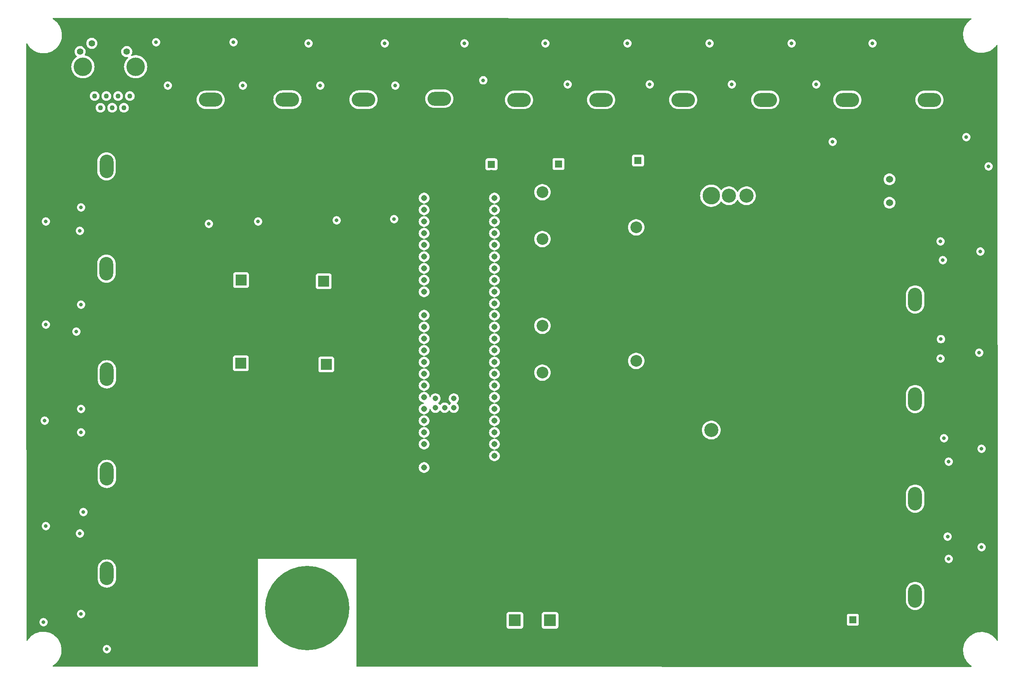
<source format=gbr>
%TF.GenerationSoftware,KiCad,Pcbnew,7.0.5*%
%TF.CreationDate,2023-11-14T15:32:50-06:00*%
%TF.ProjectId,PowerBoard_2024,506f7765-7242-46f6-9172-645f32303234,rev?*%
%TF.SameCoordinates,Original*%
%TF.FileFunction,Copper,L4,Bot*%
%TF.FilePolarity,Positive*%
%FSLAX46Y46*%
G04 Gerber Fmt 4.6, Leading zero omitted, Abs format (unit mm)*
G04 Created by KiCad (PCBNEW 7.0.5) date 2023-11-14 15:32:50*
%MOMM*%
%LPD*%
G01*
G04 APERTURE LIST*
%TA.AperFunction,ComponentPad*%
%ADD10R,2.400000X2.400000*%
%TD*%
%TA.AperFunction,ComponentPad*%
%ADD11C,2.400000*%
%TD*%
%TA.AperFunction,ComponentPad*%
%ADD12R,1.600000X1.600000*%
%TD*%
%TA.AperFunction,ComponentPad*%
%ADD13C,1.600000*%
%TD*%
%TA.AperFunction,ComponentPad*%
%ADD14C,3.048000*%
%TD*%
%TA.AperFunction,ComponentPad*%
%ADD15C,3.810000*%
%TD*%
%TA.AperFunction,ComponentPad*%
%ADD16R,2.600000X2.600000*%
%TD*%
%TA.AperFunction,ComponentPad*%
%ADD17O,2.600000X2.600000*%
%TD*%
%TA.AperFunction,ComponentPad*%
%ADD18C,2.540000*%
%TD*%
%TA.AperFunction,ComponentPad*%
%ADD19C,18.288000*%
%TD*%
%TA.AperFunction,ComponentPad*%
%ADD20C,1.100000*%
%TD*%
%TA.AperFunction,ComponentPad*%
%ADD21C,1.400000*%
%TD*%
%TA.AperFunction,ComponentPad*%
%ADD22C,4.000000*%
%TD*%
%TA.AperFunction,ComponentPad*%
%ADD23C,2.000000*%
%TD*%
%TA.AperFunction,ComponentPad*%
%ADD24C,1.524000*%
%TD*%
%TA.AperFunction,ComponentPad*%
%ADD25C,1.308000*%
%TD*%
%TA.AperFunction,ComponentPad*%
%ADD26C,1.208000*%
%TD*%
%TA.AperFunction,ComponentPad*%
%ADD27O,5.100000X3.000000*%
%TD*%
%TA.AperFunction,ComponentPad*%
%ADD28O,3.000000X5.100000*%
%TD*%
%TA.AperFunction,ViaPad*%
%ADD29C,0.800000*%
%TD*%
G04 APERTURE END LIST*
D10*
%TO.P,C1,1*%
%TO.N,PV*%
X212972000Y-157480000D03*
D11*
%TO.P,C1,2*%
%TO.N,GND*%
X220472000Y-157480000D03*
%TD*%
D12*
%TO.P,C2,1*%
%TO.N,PV*%
X345500888Y-231140000D03*
D13*
%TO.P,C2,2*%
%TO.N,GND*%
X347500888Y-231140000D03*
%TD*%
D12*
%TO.P,C48,1*%
%TO.N,+24V*%
X267208000Y-132394888D03*
D13*
%TO.P,C48,2*%
%TO.N,GND*%
X267208000Y-134394888D03*
%TD*%
D14*
%TO.P,VR1,1,+VIN*%
%TO.N,PV*%
X314833000Y-189992000D03*
%TO.P,VR1,2,REMOTE*%
%TO.N,GND*%
X322453000Y-189992000D03*
%TO.P,VR1,3,-VIN*%
X330073000Y-189992000D03*
D15*
%TO.P,VR1,4,-VOUT*%
X330073000Y-139192000D03*
D14*
%TO.P,VR1,5,SENSE(-)*%
X326263000Y-139192000D03*
%TO.P,VR1,6,TRIM*%
%TO.N,unconnected-(VR1-TRIM-Pad6)*%
X322453000Y-139192000D03*
%TO.P,VR1,7,SENSE(+)*%
%TO.N,+12V*%
X318643000Y-139192000D03*
D15*
%TO.P,VR1,8,+VOUT*%
X314833000Y-139192000D03*
%TD*%
D16*
%TO.P,D1,1,K*%
%TO.N,PV*%
X272288000Y-231247000D03*
D17*
%TO.P,D1,2,A*%
%TO.N,GND*%
X272288000Y-236327000D03*
%TD*%
D18*
%TO.P,U20,1,ON/OFF*%
%TO.N,GND*%
X298577000Y-187706000D03*
%TO.P,U20,2,VIN-*%
X298577000Y-180086000D03*
%TO.P,U20,3,VIN+*%
%TO.N,PV*%
X298577000Y-175006000D03*
%TO.P,U20,4,VOUT+*%
%TO.N,+24V*%
X278257000Y-167386000D03*
%TO.P,U20,5,Trim*%
%TO.N,unconnected-(U20-Trim-Pad5)*%
X278257000Y-177546000D03*
%TO.P,U20,6,VOUT-*%
%TO.N,GND*%
X278257000Y-187706000D03*
%TD*%
D19*
%TO.P,V2,1,1*%
%TO.N,PV*%
X227330000Y-228600000D03*
%TD*%
D12*
%TO.P,C8,1*%
%TO.N,+12V*%
X298958000Y-131572000D03*
D13*
%TO.P,C8,2*%
%TO.N,GND*%
X296458000Y-131572000D03*
%TD*%
D19*
%TO.P,V1,1*%
%TO.N,GND*%
X325628000Y-228346000D03*
%TD*%
D10*
%TO.P,C3,1*%
%TO.N,PV*%
X231437246Y-175768000D03*
D11*
%TO.P,C3,2*%
%TO.N,GND*%
X238937246Y-175768000D03*
%TD*%
D20*
%TO.P,J1,1*%
%TO.N,TX+*%
X188874000Y-117590000D03*
%TO.P,J1,2*%
%TO.N,Net-(C39-Pad2)*%
X187604000Y-120130000D03*
%TO.P,J1,3*%
%TO.N,TX-*%
X186334000Y-117590000D03*
%TO.P,J1,4*%
%TO.N,RX+*%
X185064000Y-120130000D03*
%TO.P,J1,5*%
%TO.N,Net-(C39-Pad2)*%
X183794000Y-117590000D03*
%TO.P,J1,6*%
%TO.N,RX-*%
X182524000Y-120130000D03*
%TO.P,J1,7*%
%TO.N,unconnected-(J1-Pad7)*%
X181254000Y-117590000D03*
%TO.P,J1,8*%
%TO.N,GND*%
X179984000Y-120130000D03*
D21*
%TO.P,J1,9*%
X190754000Y-106160000D03*
%TO.P,J1,10*%
%TO.N,LED*%
X188214000Y-107950000D03*
%TO.P,J1,11*%
%TO.N,unconnected-(J1-Pad11)*%
X180644000Y-106160000D03*
%TO.P,J1,12*%
%TO.N,unconnected-(J1-Pad12)*%
X178104000Y-107950000D03*
D22*
%TO.P,J1,13*%
%TO.N,N/C*%
X190144000Y-111240000D03*
%TO.P,J1,14*%
X178714000Y-111240000D03*
D23*
%TO.P,J1,SH*%
%TO.N,GND*%
X192304000Y-114290000D03*
X176554000Y-114290000D03*
%TD*%
D24*
%TO.P,U1,1,Vi*%
%TO.N,PV*%
X353441000Y-140716000D03*
%TO.P,U1,2,GND*%
%TO.N,GND*%
X353441000Y-138176000D03*
%TO.P,U1,3,Vo*%
%TO.N,+3V3*%
X353441000Y-135636000D03*
%TD*%
D10*
%TO.P,C7,1*%
%TO.N,PV*%
X212928754Y-175514000D03*
D11*
%TO.P,C7,2*%
%TO.N,GND*%
X220428754Y-175514000D03*
%TD*%
D12*
%TO.P,C10,1*%
%TO.N,Switch_3 24V*%
X281746888Y-132334000D03*
D13*
%TO.P,C10,2*%
%TO.N,GND*%
X283746888Y-132334000D03*
%TD*%
D18*
%TO.P,U22,1,ON/OFF*%
%TO.N,GND*%
X298577000Y-158750000D03*
%TO.P,U22,2,VIN-*%
X298577000Y-151130000D03*
%TO.P,U22,3,VIN+*%
%TO.N,PV*%
X298577000Y-146050000D03*
%TO.P,U22,4,VOUT+*%
%TO.N,Switch_3 24V*%
X278257000Y-138430000D03*
%TO.P,U22,5,Trim*%
%TO.N,unconnected-(U22-Trim-Pad5)*%
X278257000Y-148590000D03*
%TO.P,U22,6,VOUT-*%
%TO.N,GND*%
X278257000Y-158750000D03*
%TD*%
D10*
%TO.P,C5,1*%
%TO.N,PV*%
X230886000Y-157734000D03*
D11*
%TO.P,C5,2*%
%TO.N,GND*%
X238386000Y-157734000D03*
%TD*%
D16*
%TO.P,D2,1,K*%
%TO.N,PV*%
X279908000Y-231247000D03*
D17*
%TO.P,D2,2,A*%
%TO.N,GND*%
X279908000Y-236327000D03*
%TD*%
D25*
%TO.P,U15,0,RX1*%
%TO.N,unconnected-(U15-RX1-Pad0)*%
X267870000Y-195580000D03*
%TO.P,U15,1,TX1*%
%TO.N,unconnected-(U15-TX1-Pad1)*%
X267870000Y-193040000D03*
%TO.P,U15,2,OUT2*%
%TO.N,unconnected-(U15-OUT2-Pad2)*%
X267870000Y-190500000D03*
%TO.P,U15,3,LRCLK2*%
%TO.N,unconnected-(U15-LRCLK2-Pad3)*%
X267870000Y-187960000D03*
%TO.P,U15,3.3V_1,3.3V*%
%TO.N,+3V3*%
X267870000Y-162560000D03*
%TO.P,U15,3.3V_2,3.3V*%
X252630000Y-193040000D03*
%TO.P,U15,4,BCLK2*%
%TO.N,unconnected-(U15-BCLK2-Pad4)*%
X267870000Y-185420000D03*
%TO.P,U15,5,IN2*%
%TO.N,CTL_M4*%
X267870000Y-182880000D03*
%TO.P,U15,6,OUT1D*%
%TO.N,CTL_M5*%
X267870000Y-180340000D03*
%TO.P,U15,7,RX2*%
%TO.N,CTL_M6*%
X267870000Y-177800000D03*
%TO.P,U15,8,TX2*%
%TO.N,unconnected-(U15-TX2-Pad8)*%
X267870000Y-175260000D03*
%TO.P,U15,9,OUT1C*%
%TO.N,CTL_MS*%
X267870000Y-172720000D03*
%TO.P,U15,10,CS1*%
%TO.N,CTL_Cam*%
X267870000Y-170180000D03*
%TO.P,U15,11,MOSI*%
%TO.N,CTL_M3*%
X267870000Y-167640000D03*
%TO.P,U15,12,MISO*%
%TO.N,CTL_M2*%
X267870000Y-165100000D03*
%TO.P,U15,13,SCK*%
%TO.N,unconnected-(U15-SCK-Pad13)*%
X252630000Y-165100000D03*
%TO.P,U15,14,A0*%
%TO.N,CS_POE*%
X252630000Y-167640000D03*
%TO.P,U15,15,A1*%
%TO.N,CS_Net Switch_3*%
X252630000Y-170180000D03*
%TO.P,U15,16,A2*%
%TO.N,CS_Net Switch_2*%
X252630000Y-172720000D03*
%TO.P,U15,17,A3*%
%TO.N,CS_Net Switch_1*%
X252630000Y-175260000D03*
%TO.P,U15,18,A4*%
%TO.N,CS_Cam*%
X252630000Y-177800000D03*
%TO.P,U15,19,A5*%
%TO.N,CS_HC_Spare*%
X252630000Y-180340000D03*
%TO.P,U15,20,A6*%
%TO.N,CS_Aux*%
X252630000Y-182880000D03*
%TO.P,U15,21,A7*%
%TO.N,CS_M1*%
X252630000Y-185420000D03*
%TO.P,U15,22,A8*%
%TO.N,CS_M2*%
X252630000Y-187960000D03*
%TO.P,U15,23,A9*%
%TO.N,CS_M3*%
X252630000Y-190500000D03*
%TO.P,U15,24,A10*%
%TO.N,CS_M4*%
X267870000Y-160020000D03*
%TO.P,U15,25,A11*%
%TO.N,CS_M5*%
X267870000Y-157480000D03*
%TO.P,U15,26,A12*%
%TO.N,CS_M6*%
X267870000Y-154940000D03*
%TO.P,U15,27,A13*%
%TO.N,CS_MS*%
X267870000Y-152400000D03*
%TO.P,U15,28,RX7*%
%TO.N,CTL_M1*%
X267870000Y-149860000D03*
%TO.P,U15,29,TX7*%
%TO.N,CTL_Aux*%
X267870000Y-147320000D03*
%TO.P,U15,30,CRX3*%
%TO.N,CTL_HC_Spare*%
X267870000Y-144780000D03*
%TO.P,U15,31,CTX3*%
%TO.N,unconnected-(U15-CTX3-Pad31)*%
X267870000Y-142240000D03*
%TO.P,U15,32,OUT1B*%
%TO.N,unconnected-(U15-OUT1B-Pad32)*%
X267870000Y-139700000D03*
%TO.P,U15,33,MCLK2*%
%TO.N,unconnected-(U15-MCLK2-Pad33)*%
X252630000Y-139700000D03*
%TO.P,U15,34,RX8*%
%TO.N,CTL_RouterPi*%
X252630000Y-142240000D03*
%TO.P,U15,35,TX8*%
%TO.N,CTL_DiffGPS*%
X252630000Y-144780000D03*
%TO.P,U15,36,CS2*%
%TO.N,CTL_Core*%
X252630000Y-147320000D03*
%TO.P,U15,37,CS3*%
%TO.N,CTL_LC_Spare*%
X252630000Y-149860000D03*
%TO.P,U15,38,A14*%
%TO.N,CS_LC_Spare*%
X252630000Y-152400000D03*
%TO.P,U15,39,A15*%
%TO.N,CS_Core*%
X252630000Y-154940000D03*
%TO.P,U15,40,A16*%
%TO.N,CS_DiffGPS*%
X252630000Y-157480000D03*
%TO.P,U15,41,A17*%
%TO.N,CS_RouterPi*%
X252630000Y-160020000D03*
%TO.P,U15,GND1,GND*%
%TO.N,GND*%
X267870000Y-198120000D03*
%TO.P,U15,GND2,GND*%
X252630000Y-162560000D03*
%TO.P,U15,GND3,GND*%
X252630000Y-195580000D03*
D26*
%TO.P,U15,GND5,GND*%
X257080000Y-183150000D03*
%TO.P,U15,LED,LED*%
%TO.N,LED*%
X257080000Y-185150000D03*
%TO.P,U15,R+,R+*%
%TO.N,RX+*%
X255080000Y-185150000D03*
%TO.P,U15,R-,R-*%
%TO.N,RX-*%
X255080000Y-183150000D03*
%TO.P,U15,T+,T+*%
%TO.N,TX+*%
X259080000Y-183150000D03*
%TO.P,U15,T-,T-*%
%TO.N,TX-*%
X259080000Y-185150000D03*
D25*
%TO.P,U15,VIN,VIN*%
%TO.N,unconnected-(U15-PadVIN)*%
X252630000Y-198120000D03*
%TD*%
D27*
%TO.P,Conn18,1,GND*%
%TO.N,GND*%
X308745700Y-126287500D03*
%TO.P,Conn18,4,PV+*%
%TO.N,Net Switch_2*%
X308745700Y-118413500D03*
%TD*%
D28*
%TO.P,Conn4,1,GND*%
%TO.N,GND*%
X351132000Y-225945700D03*
%TO.P,Conn4,4,PV+*%
%TO.N,M4*%
X359006000Y-225945700D03*
%TD*%
%TO.P,Conn3,1,GND*%
%TO.N,GND*%
X191772500Y-221094300D03*
%TO.P,Conn3,4,PV+*%
%TO.N,M3*%
X183898500Y-221094300D03*
%TD*%
D27*
%TO.P,Conn19,1,GND*%
%TO.N,GND*%
X290965700Y-126287500D03*
%TO.P,Conn19,4,PV+*%
%TO.N,Net Switch_3*%
X290965700Y-118413500D03*
%TD*%
D28*
%TO.P,Conn9,1,GND*%
%TO.N,GND*%
X191677000Y-155006000D03*
%TO.P,Conn9,4,PV+*%
%TO.N,Aux*%
X183803000Y-155006000D03*
%TD*%
D27*
%TO.P,Conn10,1,GND*%
%TO.N,GND*%
X344305700Y-126287500D03*
%TO.P,Conn10,4,PV+*%
%TO.N,Cam*%
X344305700Y-118413500D03*
%TD*%
%TO.P,Conn17,1,GND*%
%TO.N,GND*%
X326525700Y-126287500D03*
%TO.P,Conn17,4,PV+*%
%TO.N,Net Switch_1*%
X326525700Y-118413500D03*
%TD*%
D28*
%TO.P,Conn6,1,GND*%
%TO.N,GND*%
X351132000Y-183273700D03*
%TO.P,Conn6,4,PV+*%
%TO.N,M6*%
X359006000Y-183273700D03*
%TD*%
%TO.P,Conn8,1,GND*%
%TO.N,GND*%
X191706500Y-132832300D03*
%TO.P,Conn8,4,PV+*%
%TO.N,HC_Spare*%
X183832500Y-132832300D03*
%TD*%
%TO.P,Conn1,1,GND*%
%TO.N,GND*%
X191772500Y-177914300D03*
%TO.P,Conn1,4,PV+*%
%TO.N,M1*%
X183898500Y-177914300D03*
%TD*%
D27*
%TO.P,Conn16,1,GND*%
%TO.N,GND*%
X273185700Y-126287500D03*
%TO.P,Conn16,4,PV+*%
%TO.N,POE*%
X273185700Y-118413500D03*
%TD*%
D28*
%TO.P,Conn7,1,GND*%
%TO.N,GND*%
X351132000Y-161683700D03*
%TO.P,Conn7,4,PV+*%
%TO.N,MS*%
X359006000Y-161683700D03*
%TD*%
D27*
%TO.P,Conn12,1,GND*%
%TO.N,GND*%
X255917700Y-126033500D03*
%TO.P,Conn12,4,PV+*%
%TO.N,RouterPi*%
X255917700Y-118159500D03*
%TD*%
%TO.P,Conn14,1,GND*%
%TO.N,GND*%
X239522000Y-126238000D03*
%TO.P,Conn14,4,PV+*%
%TO.N,DiffGPS*%
X239522000Y-118364000D03*
%TD*%
%TO.P,Conn15,1,GND*%
%TO.N,GND*%
X206387700Y-126259500D03*
%TO.P,Conn15,4,PV+*%
%TO.N,LC_Spare*%
X206387700Y-118385500D03*
%TD*%
D28*
%TO.P,Conn2,1,GND*%
%TO.N,GND*%
X191772500Y-199504300D03*
%TO.P,Conn2,4,PV+*%
%TO.N,M2*%
X183898500Y-199504300D03*
%TD*%
D27*
%TO.P,Conn13,1,GND*%
%TO.N,GND*%
X223024700Y-126238000D03*
%TO.P,Conn13,4,PV+*%
%TO.N,Core*%
X223024700Y-118364000D03*
%TD*%
D28*
%TO.P,Conn5,1,GND*%
%TO.N,GND*%
X351132000Y-204863700D03*
%TO.P,Conn5,4,PV+*%
%TO.N,M5*%
X359006000Y-204863700D03*
%TD*%
D27*
%TO.P,Conn11,1,GND*%
%TO.N,GND*%
X362085700Y-126287500D03*
%TO.P,Conn11,4,PV+*%
%TO.N,12V_Spare*%
X362085700Y-118413500D03*
%TD*%
D29*
%TO.N,GND*%
X219964000Y-142748000D03*
X249682000Y-142494000D03*
X237236000Y-142748000D03*
X209471500Y-143002000D03*
%TO.N,+3V3*%
X170180000Y-231648000D03*
X373380000Y-194056000D03*
X170688000Y-210820000D03*
X374904000Y-132842000D03*
X349758000Y-106172000D03*
X261366000Y-106172000D03*
X332232000Y-106172000D03*
X370078000Y-126492000D03*
X370078000Y-126492000D03*
X194564000Y-105918000D03*
X244094000Y-106172000D03*
X373380000Y-215392000D03*
X227584000Y-106172000D03*
X373126000Y-151283500D03*
X170688000Y-144780000D03*
X170688000Y-167132000D03*
X211328000Y-105918000D03*
X314452000Y-106172000D03*
X372872000Y-173228000D03*
X278892000Y-106172000D03*
X296672000Y-106172000D03*
X170434000Y-187960000D03*
%TO.N,CTL_Cam*%
X341122000Y-127508000D03*
%TO.N,CTL_M1*%
X178308000Y-190500000D03*
%TO.N,CTL_HC_Spare*%
X178054000Y-146812000D03*
%TO.N,CTL_DiffGPS*%
X233680000Y-144526000D03*
%TO.N,CTL_LC_Spare*%
X205994000Y-145288000D03*
%TO.N,CTL_M2*%
X178054000Y-212410000D03*
%TO.N,CTL_Aux*%
X177292000Y-168656000D03*
%TO.N,CTL_Core*%
X216662000Y-144780000D03*
%TO.N,CTL_RouterPi*%
X246126000Y-144272000D03*
%TO.N,CTL_M3*%
X183896000Y-237490000D03*
%TO.N,CTL_MS*%
X364493500Y-149098000D03*
%TO.N,CTL_M4*%
X366036000Y-213106000D03*
%TO.N,CTL_M6*%
X364590500Y-170283500D03*
%TO.N,CTL_M5*%
X365252000Y-191770000D03*
%TO.N,CS_Cam*%
X337566000Y-115062000D03*
%TO.N,CS_M1*%
X178308000Y-185420000D03*
%TO.N,CS_HC_Spare*%
X178308000Y-141732000D03*
%TO.N,CS_DiffGPS*%
X230124000Y-115316000D03*
%TO.N,CS_LC_Spare*%
X197104000Y-115316000D03*
%TO.N,CS_M2*%
X178816000Y-207772000D03*
%TO.N,CS_Aux*%
X178308000Y-162814000D03*
%TO.N,CS_Core*%
X213360000Y-115316000D03*
%TO.N,CS_RouterPi*%
X246380000Y-115316000D03*
%TO.N,CS_M3*%
X178308000Y-229870000D03*
%TO.N,CS_MS*%
X364998000Y-153162000D03*
%TO.N,CS_M4*%
X366268000Y-217932000D03*
%TO.N,CS_Net Switch_3*%
X283718000Y-115062000D03*
%TO.N,CS_M5*%
X366268000Y-196850000D03*
%TO.N,CS_M6*%
X364490000Y-174498000D03*
%TO.N,CS_Net Switch_1*%
X319278000Y-115062000D03*
%TO.N,CS_Net Switch_2*%
X301498000Y-115062000D03*
%TO.N,CS_POE*%
X265430000Y-114173000D03*
%TD*%
%TA.AperFunction,Conductor*%
%TO.N,GND*%
G36*
X371080279Y-100728446D02*
G01*
X371147313Y-100748144D01*
X371193057Y-100800958D01*
X371202986Y-100870118D01*
X371173948Y-100933668D01*
X371144915Y-100958251D01*
X371136026Y-100963683D01*
X371136013Y-100963692D01*
X370819846Y-101203180D01*
X370819843Y-101203182D01*
X370529084Y-101472968D01*
X370266636Y-101770359D01*
X370035110Y-102092393D01*
X370035097Y-102092413D01*
X369836787Y-102435896D01*
X369673653Y-102797437D01*
X369547330Y-103173419D01*
X369459070Y-103560111D01*
X369409749Y-103953681D01*
X369399861Y-104350173D01*
X369399861Y-104350187D01*
X369429501Y-104745711D01*
X369429502Y-104745724D01*
X369498379Y-105136339D01*
X369605801Y-105518137D01*
X369605805Y-105518151D01*
X369750706Y-105887353D01*
X369750711Y-105887365D01*
X369931657Y-106240314D01*
X369931662Y-106240323D01*
X370146857Y-106573509D01*
X370363274Y-106844888D01*
X370394166Y-106883625D01*
X370671094Y-107167544D01*
X370671104Y-107167554D01*
X370974947Y-107422508D01*
X371302665Y-107645942D01*
X371651001Y-107835636D01*
X372016494Y-107989704D01*
X372016503Y-107989706D01*
X372016509Y-107989709D01*
X372395506Y-108106614D01*
X372395519Y-108106617D01*
X372716649Y-108171535D01*
X372784285Y-108185208D01*
X373122571Y-108219058D01*
X373178951Y-108224700D01*
X373178952Y-108224700D01*
X373476355Y-108224700D01*
X373476372Y-108224700D01*
X373773416Y-108209875D01*
X374165624Y-108150759D01*
X374549997Y-108052886D01*
X374922716Y-107917228D01*
X375280074Y-107745133D01*
X375288602Y-107739922D01*
X375618517Y-107538315D01*
X375618516Y-107538315D01*
X375618522Y-107538312D01*
X375934695Y-107298820D01*
X376225452Y-107029037D01*
X376487902Y-106731645D01*
X376627628Y-106537297D01*
X376682741Y-106494360D01*
X376752323Y-106488033D01*
X376814280Y-106520330D01*
X376848941Y-106580997D01*
X376852305Y-106609597D01*
X376943445Y-235542561D01*
X376923808Y-235609615D01*
X376871036Y-235655407D01*
X376801885Y-235665399D01*
X376738309Y-235636419D01*
X376715286Y-235609930D01*
X376607685Y-235443331D01*
X376360385Y-235133226D01*
X376360382Y-235133223D01*
X376360375Y-235133214D01*
X376083447Y-234849295D01*
X376083444Y-234849292D01*
X376083443Y-234849291D01*
X376083438Y-234849286D01*
X375779595Y-234594332D01*
X375667824Y-234518128D01*
X375451876Y-234370897D01*
X375335764Y-234307666D01*
X375103541Y-234181204D01*
X375103533Y-234181200D01*
X375103530Y-234181199D01*
X374738048Y-234027136D01*
X374738032Y-234027130D01*
X374359035Y-233910225D01*
X374359022Y-233910222D01*
X373970271Y-233831634D01*
X373970250Y-233831631D01*
X373575591Y-233792140D01*
X373575590Y-233792140D01*
X373278170Y-233792140D01*
X373278155Y-233792140D01*
X372981126Y-233806964D01*
X372588918Y-233866081D01*
X372204543Y-233963954D01*
X371831820Y-234099614D01*
X371474462Y-234271709D01*
X371136024Y-234478524D01*
X371136013Y-234478532D01*
X370819846Y-234718020D01*
X370819843Y-234718022D01*
X370529084Y-234987808D01*
X370266636Y-235285199D01*
X370035110Y-235607233D01*
X370035097Y-235607253D01*
X369836787Y-235950736D01*
X369673653Y-236312277D01*
X369547330Y-236688259D01*
X369459070Y-237074951D01*
X369409749Y-237468521D01*
X369399861Y-237865013D01*
X369399861Y-237865027D01*
X369429501Y-238260551D01*
X369429502Y-238260564D01*
X369498379Y-238651179D01*
X369605801Y-239032977D01*
X369605805Y-239032991D01*
X369750706Y-239402193D01*
X369750711Y-239402205D01*
X369931657Y-239755154D01*
X369931662Y-239755163D01*
X370146857Y-240088349D01*
X370212195Y-240170280D01*
X370394166Y-240398465D01*
X370671094Y-240682384D01*
X370671104Y-240682394D01*
X370974947Y-240937348D01*
X371180423Y-241077439D01*
X371224893Y-241107758D01*
X371269195Y-241161787D01*
X371277254Y-241231190D01*
X371246511Y-241293933D01*
X371186727Y-241330095D01*
X371155009Y-241334212D01*
X238121968Y-241299729D01*
X238054934Y-241280027D01*
X238009192Y-241227211D01*
X237998000Y-241175729D01*
X237998000Y-232594870D01*
X270487500Y-232594870D01*
X270487501Y-232594876D01*
X270493908Y-232654483D01*
X270544202Y-232789328D01*
X270544206Y-232789335D01*
X270630452Y-232904544D01*
X270630455Y-232904547D01*
X270745664Y-232990793D01*
X270745671Y-232990797D01*
X270880517Y-233041091D01*
X270880516Y-233041091D01*
X270887444Y-233041835D01*
X270940127Y-233047500D01*
X273635872Y-233047499D01*
X273695483Y-233041091D01*
X273830331Y-232990796D01*
X273945546Y-232904546D01*
X274031796Y-232789331D01*
X274082091Y-232654483D01*
X274088500Y-232594873D01*
X274088500Y-232594870D01*
X278107500Y-232594870D01*
X278107501Y-232594876D01*
X278113908Y-232654483D01*
X278164202Y-232789328D01*
X278164206Y-232789335D01*
X278250452Y-232904544D01*
X278250455Y-232904547D01*
X278365664Y-232990793D01*
X278365671Y-232990797D01*
X278500517Y-233041091D01*
X278500516Y-233041091D01*
X278507444Y-233041835D01*
X278560127Y-233047500D01*
X281255872Y-233047499D01*
X281315483Y-233041091D01*
X281450331Y-232990796D01*
X281565546Y-232904546D01*
X281651796Y-232789331D01*
X281702091Y-232654483D01*
X281708500Y-232594873D01*
X281708500Y-231987870D01*
X344200388Y-231987870D01*
X344200389Y-231987876D01*
X344206796Y-232047483D01*
X344257090Y-232182328D01*
X344257094Y-232182335D01*
X344343340Y-232297544D01*
X344343343Y-232297547D01*
X344458552Y-232383793D01*
X344458559Y-232383797D01*
X344593405Y-232434091D01*
X344593404Y-232434091D01*
X344600332Y-232434835D01*
X344653015Y-232440500D01*
X346348760Y-232440499D01*
X346408371Y-232434091D01*
X346543219Y-232383796D01*
X346658434Y-232297546D01*
X346744684Y-232182331D01*
X346794979Y-232047483D01*
X346801388Y-231987873D01*
X346801387Y-230292128D01*
X346794979Y-230232517D01*
X346744684Y-230097669D01*
X346744683Y-230097668D01*
X346744681Y-230097664D01*
X346658435Y-229982455D01*
X346658432Y-229982452D01*
X346543223Y-229896206D01*
X346543216Y-229896202D01*
X346408370Y-229845908D01*
X346408371Y-229845908D01*
X346348771Y-229839501D01*
X346348769Y-229839500D01*
X346348761Y-229839500D01*
X346348752Y-229839500D01*
X344653017Y-229839500D01*
X344653011Y-229839501D01*
X344593404Y-229845908D01*
X344458559Y-229896202D01*
X344458552Y-229896206D01*
X344343343Y-229982452D01*
X344343340Y-229982455D01*
X344257094Y-230097664D01*
X344257090Y-230097671D01*
X344206796Y-230232517D01*
X344200389Y-230292116D01*
X344200389Y-230292123D01*
X344200388Y-230292135D01*
X344200388Y-231987870D01*
X281708500Y-231987870D01*
X281708499Y-229899128D01*
X281702091Y-229839517D01*
X281651796Y-229704669D01*
X281651795Y-229704668D01*
X281651793Y-229704664D01*
X281565547Y-229589455D01*
X281565544Y-229589452D01*
X281450335Y-229503206D01*
X281450328Y-229503202D01*
X281315482Y-229452908D01*
X281315483Y-229452908D01*
X281255883Y-229446501D01*
X281255881Y-229446500D01*
X281255873Y-229446500D01*
X281255864Y-229446500D01*
X278560129Y-229446500D01*
X278560123Y-229446501D01*
X278500516Y-229452908D01*
X278365671Y-229503202D01*
X278365664Y-229503206D01*
X278250455Y-229589452D01*
X278250452Y-229589455D01*
X278164206Y-229704664D01*
X278164202Y-229704671D01*
X278113908Y-229839517D01*
X278107814Y-229896202D01*
X278107501Y-229899123D01*
X278107500Y-229899135D01*
X278107500Y-232594870D01*
X274088500Y-232594870D01*
X274088499Y-229899128D01*
X274082091Y-229839517D01*
X274031796Y-229704669D01*
X274031795Y-229704668D01*
X274031793Y-229704664D01*
X273945547Y-229589455D01*
X273945544Y-229589452D01*
X273830335Y-229503206D01*
X273830328Y-229503202D01*
X273695482Y-229452908D01*
X273695483Y-229452908D01*
X273635883Y-229446501D01*
X273635881Y-229446500D01*
X273635873Y-229446500D01*
X273635864Y-229446500D01*
X270940129Y-229446500D01*
X270940123Y-229446501D01*
X270880516Y-229452908D01*
X270745671Y-229503202D01*
X270745664Y-229503206D01*
X270630455Y-229589452D01*
X270630452Y-229589455D01*
X270544206Y-229704664D01*
X270544202Y-229704671D01*
X270493908Y-229839517D01*
X270487814Y-229896202D01*
X270487501Y-229899123D01*
X270487500Y-229899135D01*
X270487500Y-232594870D01*
X237998000Y-232594870D01*
X237998000Y-227067150D01*
X357005500Y-227067150D01*
X357020804Y-227281133D01*
X357081628Y-227560737D01*
X357181635Y-227828866D01*
X357318770Y-228080009D01*
X357318775Y-228080017D01*
X357490254Y-228309087D01*
X357490270Y-228309105D01*
X357692594Y-228511429D01*
X357692612Y-228511445D01*
X357921682Y-228682924D01*
X357921690Y-228682929D01*
X358172833Y-228820064D01*
X358172832Y-228820064D01*
X358172836Y-228820065D01*
X358172839Y-228820067D01*
X358440954Y-228920069D01*
X358440960Y-228920070D01*
X358440962Y-228920071D01*
X358720566Y-228980895D01*
X358720568Y-228980895D01*
X358720572Y-228980896D01*
X358974220Y-228999037D01*
X359005999Y-229001310D01*
X359006000Y-229001310D01*
X359006001Y-229001310D01*
X359034595Y-228999264D01*
X359291428Y-228980896D01*
X359571046Y-228920069D01*
X359839161Y-228820067D01*
X360090315Y-228682926D01*
X360319395Y-228511439D01*
X360521739Y-228309095D01*
X360693226Y-228080015D01*
X360830367Y-227828861D01*
X360930369Y-227560746D01*
X360991196Y-227281128D01*
X361006500Y-227067148D01*
X361006500Y-224824252D01*
X360991196Y-224610272D01*
X360930369Y-224330654D01*
X360830367Y-224062539D01*
X360704225Y-223831529D01*
X360693229Y-223811390D01*
X360693224Y-223811382D01*
X360521745Y-223582312D01*
X360521729Y-223582294D01*
X360319405Y-223379970D01*
X360319387Y-223379954D01*
X360090317Y-223208475D01*
X360090309Y-223208470D01*
X359839166Y-223071335D01*
X359839167Y-223071335D01*
X359731915Y-223031332D01*
X359571046Y-222971331D01*
X359571043Y-222971330D01*
X359571037Y-222971328D01*
X359291433Y-222910504D01*
X359006001Y-222890090D01*
X359005999Y-222890090D01*
X358720566Y-222910504D01*
X358440962Y-222971328D01*
X358172833Y-223071335D01*
X357921690Y-223208470D01*
X357921682Y-223208475D01*
X357692612Y-223379954D01*
X357692594Y-223379970D01*
X357490270Y-223582294D01*
X357490254Y-223582312D01*
X357318775Y-223811382D01*
X357318770Y-223811390D01*
X357181635Y-224062533D01*
X357081628Y-224330662D01*
X357020804Y-224610266D01*
X357005500Y-224824249D01*
X357005500Y-227067150D01*
X237998000Y-227067150D01*
X237998000Y-217932000D01*
X365362540Y-217932000D01*
X365382326Y-218120256D01*
X365382327Y-218120259D01*
X365440818Y-218300277D01*
X365440821Y-218300284D01*
X365535467Y-218464216D01*
X365593404Y-218528561D01*
X365662129Y-218604888D01*
X365815265Y-218716148D01*
X365815270Y-218716151D01*
X365988192Y-218793142D01*
X365988197Y-218793144D01*
X366173354Y-218832500D01*
X366173355Y-218832500D01*
X366362644Y-218832500D01*
X366362646Y-218832500D01*
X366547803Y-218793144D01*
X366720730Y-218716151D01*
X366873871Y-218604888D01*
X367000533Y-218464216D01*
X367095179Y-218300284D01*
X367153674Y-218120256D01*
X367173460Y-217932000D01*
X367153674Y-217743744D01*
X367095179Y-217563716D01*
X367000533Y-217399784D01*
X366873871Y-217259112D01*
X366873870Y-217259111D01*
X366720734Y-217147851D01*
X366720729Y-217147848D01*
X366547807Y-217070857D01*
X366547802Y-217070855D01*
X366402000Y-217039865D01*
X366362646Y-217031500D01*
X366173354Y-217031500D01*
X366140897Y-217038398D01*
X365988197Y-217070855D01*
X365988192Y-217070857D01*
X365815270Y-217147848D01*
X365815265Y-217147851D01*
X365662129Y-217259111D01*
X365535466Y-217399785D01*
X365440821Y-217563715D01*
X365440818Y-217563722D01*
X365382327Y-217743740D01*
X365382326Y-217743744D01*
X365362540Y-217932000D01*
X237998000Y-217932000D01*
X216662000Y-217932000D01*
X216662000Y-241170134D01*
X216642315Y-241237173D01*
X216589511Y-241282928D01*
X216537968Y-241294134D01*
X172295693Y-241282666D01*
X172228659Y-241262964D01*
X172182917Y-241210148D01*
X172172992Y-241140987D01*
X172202033Y-241077439D01*
X172231068Y-241052858D01*
X172355268Y-240976961D01*
X172355273Y-240976957D01*
X172355282Y-240976952D01*
X172671455Y-240737460D01*
X172962212Y-240467677D01*
X173224662Y-240170285D01*
X173456197Y-239848240D01*
X173654516Y-239504741D01*
X173817648Y-239143203D01*
X173943972Y-238767218D01*
X174032232Y-238380525D01*
X174081552Y-237986965D01*
X174088614Y-237703779D01*
X174091440Y-237590466D01*
X174091440Y-237590450D01*
X174083913Y-237490000D01*
X182990540Y-237490000D01*
X183010326Y-237678256D01*
X183010327Y-237678259D01*
X183068818Y-237858277D01*
X183068821Y-237858284D01*
X183163467Y-238022216D01*
X183290128Y-238162888D01*
X183290129Y-238162888D01*
X183443265Y-238274148D01*
X183443270Y-238274151D01*
X183616192Y-238351142D01*
X183616197Y-238351144D01*
X183801354Y-238390500D01*
X183801355Y-238390500D01*
X183990644Y-238390500D01*
X183990646Y-238390500D01*
X184175803Y-238351144D01*
X184348730Y-238274151D01*
X184501871Y-238162888D01*
X184628533Y-238022216D01*
X184723179Y-237858284D01*
X184781674Y-237678256D01*
X184801460Y-237490000D01*
X184781674Y-237301744D01*
X184723179Y-237121716D01*
X184628533Y-236957784D01*
X184501871Y-236817112D01*
X184484237Y-236804300D01*
X184348734Y-236705851D01*
X184348729Y-236705848D01*
X184175807Y-236628857D01*
X184175802Y-236628855D01*
X184030001Y-236597865D01*
X183990646Y-236589500D01*
X183801354Y-236589500D01*
X183768897Y-236596398D01*
X183616197Y-236628855D01*
X183616192Y-236628857D01*
X183443270Y-236705848D01*
X183443265Y-236705851D01*
X183290129Y-236817111D01*
X183163466Y-236957785D01*
X183068821Y-237121715D01*
X183068818Y-237121722D01*
X183010327Y-237301740D01*
X183010326Y-237301744D01*
X182990540Y-237490000D01*
X174083913Y-237490000D01*
X174061800Y-237194920D01*
X173992924Y-236804308D01*
X173965222Y-236705851D01*
X173885500Y-236422502D01*
X173885496Y-236422488D01*
X173740595Y-236053286D01*
X173740590Y-236053274D01*
X173719603Y-236012338D01*
X173559640Y-235700317D01*
X173344445Y-235367131D01*
X173097145Y-235057026D01*
X173097142Y-235057023D01*
X173097135Y-235057014D01*
X172820207Y-234773095D01*
X172820204Y-234773092D01*
X172820203Y-234773091D01*
X172820198Y-234773086D01*
X172516355Y-234518132D01*
X172443644Y-234468558D01*
X172188636Y-234294697D01*
X172072524Y-234231466D01*
X171840301Y-234105004D01*
X171840293Y-234105000D01*
X171840290Y-234104999D01*
X171474808Y-233950936D01*
X171474792Y-233950930D01*
X171095795Y-233834025D01*
X171095782Y-233834022D01*
X170707031Y-233755434D01*
X170707010Y-233755431D01*
X170312351Y-233715940D01*
X170312350Y-233715940D01*
X170014930Y-233715940D01*
X170014915Y-233715940D01*
X169717886Y-233730764D01*
X169325678Y-233789881D01*
X168941303Y-233887754D01*
X168568580Y-234023414D01*
X168211222Y-234195509D01*
X167872784Y-234402324D01*
X167872773Y-234402332D01*
X167556606Y-234641820D01*
X167556603Y-234641822D01*
X167265844Y-234911608D01*
X167003396Y-235208999D01*
X166771870Y-235531033D01*
X166771857Y-235531053D01*
X166720129Y-235620649D01*
X166669562Y-235668865D01*
X166600955Y-235682088D01*
X166536090Y-235656120D01*
X166495562Y-235599205D01*
X166488742Y-235558694D01*
X166488219Y-234104999D01*
X166487336Y-231648000D01*
X169274540Y-231648000D01*
X169294326Y-231836256D01*
X169294327Y-231836259D01*
X169352818Y-232016277D01*
X169352821Y-232016284D01*
X169447467Y-232180216D01*
X169553110Y-232297544D01*
X169574129Y-232320888D01*
X169727265Y-232432148D01*
X169727270Y-232432151D01*
X169900192Y-232509142D01*
X169900197Y-232509144D01*
X170085354Y-232548500D01*
X170085355Y-232548500D01*
X170274644Y-232548500D01*
X170274646Y-232548500D01*
X170459803Y-232509144D01*
X170632730Y-232432151D01*
X170785871Y-232320888D01*
X170912533Y-232180216D01*
X171007179Y-232016284D01*
X171065674Y-231836256D01*
X171085460Y-231648000D01*
X171065674Y-231459744D01*
X171007179Y-231279716D01*
X170912533Y-231115784D01*
X170785871Y-230975112D01*
X170785870Y-230975111D01*
X170632734Y-230863851D01*
X170632729Y-230863848D01*
X170459807Y-230786857D01*
X170459802Y-230786855D01*
X170314001Y-230755865D01*
X170274646Y-230747500D01*
X170085354Y-230747500D01*
X170052897Y-230754398D01*
X169900197Y-230786855D01*
X169900192Y-230786857D01*
X169727270Y-230863848D01*
X169727265Y-230863851D01*
X169574129Y-230975111D01*
X169447466Y-231115785D01*
X169352821Y-231279715D01*
X169352818Y-231279722D01*
X169294327Y-231459740D01*
X169294326Y-231459744D01*
X169274540Y-231648000D01*
X166487336Y-231648000D01*
X166486697Y-229870000D01*
X177402540Y-229870000D01*
X177422326Y-230058256D01*
X177422327Y-230058259D01*
X177480818Y-230238277D01*
X177480821Y-230238284D01*
X177575467Y-230402216D01*
X177702128Y-230542888D01*
X177702129Y-230542888D01*
X177855265Y-230654148D01*
X177855270Y-230654151D01*
X178028192Y-230731142D01*
X178028197Y-230731144D01*
X178213354Y-230770500D01*
X178213355Y-230770500D01*
X178402644Y-230770500D01*
X178402646Y-230770500D01*
X178587803Y-230731144D01*
X178760730Y-230654151D01*
X178913871Y-230542888D01*
X179040533Y-230402216D01*
X179135179Y-230238284D01*
X179193674Y-230058256D01*
X179213460Y-229870000D01*
X179193674Y-229681744D01*
X179135663Y-229503206D01*
X179135181Y-229501722D01*
X179135180Y-229501721D01*
X179135179Y-229501716D01*
X179040533Y-229337784D01*
X178913871Y-229197112D01*
X178913870Y-229197111D01*
X178760734Y-229085851D01*
X178760729Y-229085848D01*
X178587807Y-229008857D01*
X178587802Y-229008855D01*
X178442001Y-228977865D01*
X178402646Y-228969500D01*
X178213354Y-228969500D01*
X178180897Y-228976398D01*
X178028197Y-229008855D01*
X178028192Y-229008857D01*
X177855270Y-229085848D01*
X177855265Y-229085851D01*
X177702129Y-229197111D01*
X177575466Y-229337785D01*
X177480821Y-229501715D01*
X177480818Y-229501722D01*
X177422327Y-229681740D01*
X177422326Y-229681744D01*
X177402540Y-229870000D01*
X166486697Y-229870000D01*
X166483946Y-222215750D01*
X181898000Y-222215750D01*
X181913304Y-222429733D01*
X181974128Y-222709337D01*
X182074135Y-222977466D01*
X182211270Y-223228609D01*
X182211275Y-223228617D01*
X182382754Y-223457687D01*
X182382770Y-223457705D01*
X182585094Y-223660029D01*
X182585112Y-223660045D01*
X182814182Y-223831524D01*
X182814190Y-223831529D01*
X183065333Y-223968664D01*
X183065332Y-223968664D01*
X183065336Y-223968665D01*
X183065339Y-223968667D01*
X183333454Y-224068669D01*
X183333460Y-224068670D01*
X183333462Y-224068671D01*
X183613066Y-224129495D01*
X183613068Y-224129495D01*
X183613072Y-224129496D01*
X183866720Y-224147637D01*
X183898499Y-224149910D01*
X183898500Y-224149910D01*
X183898501Y-224149910D01*
X183927095Y-224147864D01*
X184183928Y-224129496D01*
X184463546Y-224068669D01*
X184731661Y-223968667D01*
X184982815Y-223831526D01*
X185211895Y-223660039D01*
X185414239Y-223457695D01*
X185585726Y-223228615D01*
X185722867Y-222977461D01*
X185822869Y-222709346D01*
X185883696Y-222429728D01*
X185899000Y-222215748D01*
X185899000Y-219972852D01*
X185883696Y-219758872D01*
X185822869Y-219479254D01*
X185722867Y-219211139D01*
X185585726Y-218959985D01*
X185585724Y-218959982D01*
X185414245Y-218730912D01*
X185414229Y-218730894D01*
X185211905Y-218528570D01*
X185211887Y-218528554D01*
X184982817Y-218357075D01*
X184982809Y-218357070D01*
X184731666Y-218219935D01*
X184731667Y-218219935D01*
X184624414Y-218179932D01*
X184463546Y-218119931D01*
X184463543Y-218119930D01*
X184463537Y-218119928D01*
X184183933Y-218059104D01*
X183898501Y-218038690D01*
X183898499Y-218038690D01*
X183613066Y-218059104D01*
X183333462Y-218119928D01*
X183065333Y-218219935D01*
X182814190Y-218357070D01*
X182814182Y-218357075D01*
X182585112Y-218528554D01*
X182585094Y-218528570D01*
X182382770Y-218730894D01*
X182382754Y-218730912D01*
X182211275Y-218959982D01*
X182211270Y-218959990D01*
X182074135Y-219211133D01*
X181974128Y-219479262D01*
X181913304Y-219758866D01*
X181898000Y-219972849D01*
X181898000Y-222215750D01*
X166483946Y-222215750D01*
X166481493Y-215392000D01*
X372474540Y-215392000D01*
X372494326Y-215580256D01*
X372494327Y-215580259D01*
X372552818Y-215760277D01*
X372552821Y-215760284D01*
X372647467Y-215924216D01*
X372774129Y-216064888D01*
X372927265Y-216176148D01*
X372927270Y-216176151D01*
X373100192Y-216253142D01*
X373100197Y-216253144D01*
X373285354Y-216292500D01*
X373285355Y-216292500D01*
X373474644Y-216292500D01*
X373474646Y-216292500D01*
X373659803Y-216253144D01*
X373832730Y-216176151D01*
X373985871Y-216064888D01*
X374112533Y-215924216D01*
X374207179Y-215760284D01*
X374265674Y-215580256D01*
X374285460Y-215392000D01*
X374265674Y-215203744D01*
X374207179Y-215023716D01*
X374112533Y-214859784D01*
X373985871Y-214719112D01*
X373985870Y-214719111D01*
X373832734Y-214607851D01*
X373832729Y-214607848D01*
X373659807Y-214530857D01*
X373659802Y-214530855D01*
X373514001Y-214499865D01*
X373474646Y-214491500D01*
X373285354Y-214491500D01*
X373252897Y-214498398D01*
X373100197Y-214530855D01*
X373100192Y-214530857D01*
X372927270Y-214607848D01*
X372927265Y-214607851D01*
X372774129Y-214719111D01*
X372647466Y-214859785D01*
X372552821Y-215023715D01*
X372552818Y-215023722D01*
X372494327Y-215203740D01*
X372494326Y-215203744D01*
X372474540Y-215392000D01*
X166481493Y-215392000D01*
X166480421Y-212410000D01*
X177148540Y-212410000D01*
X177168326Y-212598256D01*
X177168327Y-212598259D01*
X177226818Y-212778277D01*
X177226821Y-212778284D01*
X177321467Y-212942216D01*
X177448128Y-213082888D01*
X177448129Y-213082888D01*
X177601265Y-213194148D01*
X177601270Y-213194151D01*
X177774192Y-213271142D01*
X177774197Y-213271144D01*
X177959354Y-213310500D01*
X177959355Y-213310500D01*
X178148644Y-213310500D01*
X178148646Y-213310500D01*
X178333803Y-213271144D01*
X178506730Y-213194151D01*
X178628060Y-213106000D01*
X365130540Y-213106000D01*
X365150326Y-213294256D01*
X365150327Y-213294259D01*
X365208818Y-213474277D01*
X365208821Y-213474284D01*
X365303467Y-213638216D01*
X365430128Y-213778888D01*
X365430129Y-213778888D01*
X365583265Y-213890148D01*
X365583270Y-213890151D01*
X365756192Y-213967142D01*
X365756197Y-213967144D01*
X365941354Y-214006500D01*
X365941355Y-214006500D01*
X366130644Y-214006500D01*
X366130646Y-214006500D01*
X366315803Y-213967144D01*
X366488730Y-213890151D01*
X366641871Y-213778888D01*
X366768533Y-213638216D01*
X366863179Y-213474284D01*
X366921674Y-213294256D01*
X366941460Y-213106000D01*
X366921674Y-212917744D01*
X366863179Y-212737716D01*
X366768533Y-212573784D01*
X366641871Y-212433112D01*
X366610060Y-212410000D01*
X366488734Y-212321851D01*
X366488729Y-212321848D01*
X366315807Y-212244857D01*
X366315802Y-212244855D01*
X366170000Y-212213865D01*
X366130646Y-212205500D01*
X365941354Y-212205500D01*
X365908897Y-212212398D01*
X365756197Y-212244855D01*
X365756192Y-212244857D01*
X365583270Y-212321848D01*
X365583265Y-212321851D01*
X365430129Y-212433111D01*
X365303466Y-212573785D01*
X365208821Y-212737715D01*
X365208818Y-212737722D01*
X365150327Y-212917740D01*
X365150326Y-212917744D01*
X365130540Y-213106000D01*
X178628060Y-213106000D01*
X178659871Y-213082888D01*
X178786533Y-212942216D01*
X178881179Y-212778284D01*
X178939674Y-212598256D01*
X178959460Y-212410000D01*
X178939674Y-212221744D01*
X178881179Y-212041716D01*
X178786533Y-211877784D01*
X178659871Y-211737112D01*
X178659870Y-211737111D01*
X178506734Y-211625851D01*
X178506729Y-211625848D01*
X178333807Y-211548857D01*
X178333802Y-211548855D01*
X178188000Y-211517865D01*
X178148646Y-211509500D01*
X177959354Y-211509500D01*
X177926897Y-211516398D01*
X177774197Y-211548855D01*
X177774192Y-211548857D01*
X177601270Y-211625848D01*
X177601265Y-211625851D01*
X177448129Y-211737111D01*
X177321466Y-211877785D01*
X177226821Y-212041715D01*
X177226818Y-212041722D01*
X177173604Y-212205500D01*
X177168326Y-212221744D01*
X177148540Y-212410000D01*
X166480421Y-212410000D01*
X166479849Y-210820000D01*
X169782540Y-210820000D01*
X169802326Y-211008256D01*
X169802327Y-211008259D01*
X169860818Y-211188277D01*
X169860821Y-211188284D01*
X169955467Y-211352216D01*
X170082128Y-211492887D01*
X170082129Y-211492888D01*
X170235265Y-211604148D01*
X170235270Y-211604151D01*
X170408192Y-211681142D01*
X170408197Y-211681144D01*
X170593354Y-211720500D01*
X170593355Y-211720500D01*
X170782644Y-211720500D01*
X170782646Y-211720500D01*
X170967803Y-211681144D01*
X171140730Y-211604151D01*
X171293871Y-211492888D01*
X171420533Y-211352216D01*
X171515179Y-211188284D01*
X171573674Y-211008256D01*
X171593460Y-210820000D01*
X171573674Y-210631744D01*
X171515179Y-210451716D01*
X171420533Y-210287784D01*
X171293871Y-210147112D01*
X171293870Y-210147111D01*
X171140734Y-210035851D01*
X171140729Y-210035848D01*
X170967807Y-209958857D01*
X170967802Y-209958855D01*
X170822001Y-209927865D01*
X170782646Y-209919500D01*
X170593354Y-209919500D01*
X170560897Y-209926398D01*
X170408197Y-209958855D01*
X170408192Y-209958857D01*
X170235270Y-210035848D01*
X170235265Y-210035851D01*
X170082129Y-210147111D01*
X169955466Y-210287785D01*
X169860821Y-210451715D01*
X169860818Y-210451722D01*
X169802327Y-210631740D01*
X169802326Y-210631744D01*
X169782540Y-210820000D01*
X166479849Y-210820000D01*
X166478753Y-207772000D01*
X177910540Y-207772000D01*
X177930326Y-207960256D01*
X177930327Y-207960259D01*
X177988818Y-208140277D01*
X177988821Y-208140284D01*
X178083467Y-208304216D01*
X178210129Y-208444888D01*
X178363265Y-208556148D01*
X178363270Y-208556151D01*
X178536192Y-208633142D01*
X178536197Y-208633144D01*
X178721354Y-208672500D01*
X178721355Y-208672500D01*
X178910644Y-208672500D01*
X178910646Y-208672500D01*
X179095803Y-208633144D01*
X179268730Y-208556151D01*
X179421871Y-208444888D01*
X179548533Y-208304216D01*
X179643179Y-208140284D01*
X179701674Y-207960256D01*
X179721460Y-207772000D01*
X179701674Y-207583744D01*
X179643179Y-207403716D01*
X179548533Y-207239784D01*
X179421871Y-207099112D01*
X179421870Y-207099111D01*
X179268734Y-206987851D01*
X179268729Y-206987848D01*
X179095807Y-206910857D01*
X179095802Y-206910855D01*
X178950000Y-206879865D01*
X178910646Y-206871500D01*
X178721354Y-206871500D01*
X178688897Y-206878398D01*
X178536197Y-206910855D01*
X178536192Y-206910857D01*
X178363270Y-206987848D01*
X178363265Y-206987851D01*
X178210129Y-207099111D01*
X178083466Y-207239785D01*
X177988821Y-207403715D01*
X177988818Y-207403722D01*
X177930327Y-207583740D01*
X177930326Y-207583744D01*
X177910540Y-207772000D01*
X166478753Y-207772000D01*
X166478111Y-205985150D01*
X357005500Y-205985150D01*
X357020804Y-206199133D01*
X357081628Y-206478737D01*
X357181635Y-206746866D01*
X357318770Y-206998009D01*
X357318775Y-206998017D01*
X357490254Y-207227087D01*
X357490270Y-207227105D01*
X357692594Y-207429429D01*
X357692612Y-207429445D01*
X357921682Y-207600924D01*
X357921690Y-207600929D01*
X358172833Y-207738064D01*
X358172832Y-207738064D01*
X358172836Y-207738065D01*
X358172839Y-207738067D01*
X358440954Y-207838069D01*
X358440960Y-207838070D01*
X358440962Y-207838071D01*
X358720566Y-207898895D01*
X358720568Y-207898895D01*
X358720572Y-207898896D01*
X358974220Y-207917037D01*
X359005999Y-207919310D01*
X359006000Y-207919310D01*
X359006001Y-207919310D01*
X359034595Y-207917264D01*
X359291428Y-207898896D01*
X359571046Y-207838069D01*
X359839161Y-207738067D01*
X360090315Y-207600926D01*
X360319395Y-207429439D01*
X360521739Y-207227095D01*
X360693226Y-206998015D01*
X360830367Y-206746861D01*
X360930369Y-206478746D01*
X360991196Y-206199128D01*
X361006500Y-205985148D01*
X361006500Y-203742252D01*
X360991196Y-203528272D01*
X360930369Y-203248654D01*
X360830367Y-202980539D01*
X360693226Y-202729385D01*
X360566359Y-202559910D01*
X360521745Y-202500312D01*
X360521729Y-202500294D01*
X360319405Y-202297970D01*
X360319387Y-202297954D01*
X360090317Y-202126475D01*
X360090309Y-202126470D01*
X359839166Y-201989335D01*
X359839167Y-201989335D01*
X359731914Y-201949332D01*
X359571046Y-201889331D01*
X359571043Y-201889330D01*
X359571037Y-201889328D01*
X359291433Y-201828504D01*
X359006001Y-201808090D01*
X359005999Y-201808090D01*
X358720566Y-201828504D01*
X358440962Y-201889328D01*
X358172833Y-201989335D01*
X357921690Y-202126470D01*
X357921682Y-202126475D01*
X357692612Y-202297954D01*
X357692594Y-202297970D01*
X357490270Y-202500294D01*
X357490254Y-202500312D01*
X357318775Y-202729382D01*
X357318770Y-202729390D01*
X357181635Y-202980533D01*
X357081628Y-203248662D01*
X357020804Y-203528266D01*
X357005500Y-203742249D01*
X357005500Y-205985150D01*
X166478111Y-205985150D01*
X166476184Y-200625750D01*
X181898000Y-200625750D01*
X181913304Y-200839733D01*
X181974128Y-201119337D01*
X182074135Y-201387466D01*
X182211270Y-201638609D01*
X182211275Y-201638617D01*
X182382754Y-201867687D01*
X182382770Y-201867705D01*
X182585094Y-202070029D01*
X182585112Y-202070045D01*
X182814182Y-202241524D01*
X182814190Y-202241529D01*
X183065333Y-202378664D01*
X183065332Y-202378664D01*
X183065336Y-202378665D01*
X183065339Y-202378667D01*
X183333454Y-202478669D01*
X183333460Y-202478670D01*
X183333462Y-202478671D01*
X183613066Y-202539495D01*
X183613068Y-202539495D01*
X183613072Y-202539496D01*
X183866720Y-202557637D01*
X183898499Y-202559910D01*
X183898500Y-202559910D01*
X183898501Y-202559910D01*
X183927095Y-202557864D01*
X184183928Y-202539496D01*
X184364055Y-202500312D01*
X184463537Y-202478671D01*
X184463537Y-202478670D01*
X184463546Y-202478669D01*
X184731661Y-202378667D01*
X184982815Y-202241526D01*
X185211895Y-202070039D01*
X185414239Y-201867695D01*
X185585726Y-201638615D01*
X185722867Y-201387461D01*
X185822869Y-201119346D01*
X185883696Y-200839728D01*
X185899000Y-200625748D01*
X185899000Y-198382852D01*
X185883696Y-198168872D01*
X185873064Y-198120000D01*
X251470554Y-198120000D01*
X251490295Y-198333047D01*
X251490296Y-198333050D01*
X251548846Y-198538835D01*
X251548849Y-198538840D01*
X251644219Y-198730370D01*
X251773159Y-198901114D01*
X251931278Y-199045258D01*
X251931283Y-199045261D01*
X251931286Y-199045263D01*
X252113186Y-199157891D01*
X252113187Y-199157891D01*
X252113190Y-199157893D01*
X252312703Y-199235185D01*
X252523020Y-199274500D01*
X252523022Y-199274500D01*
X252736978Y-199274500D01*
X252736980Y-199274500D01*
X252947297Y-199235185D01*
X253146810Y-199157893D01*
X253328722Y-199045258D01*
X253486841Y-198901114D01*
X253615781Y-198730370D01*
X253711151Y-198538840D01*
X253711151Y-198538837D01*
X253711153Y-198538835D01*
X253744679Y-198421000D01*
X253769704Y-198333048D01*
X253789446Y-198120000D01*
X253769704Y-197906952D01*
X253761200Y-197877065D01*
X253711153Y-197701164D01*
X253711150Y-197701158D01*
X253677783Y-197634148D01*
X253615781Y-197509630D01*
X253486841Y-197338886D01*
X253328722Y-197194742D01*
X253328716Y-197194738D01*
X253328713Y-197194736D01*
X253146813Y-197082108D01*
X253146807Y-197082106D01*
X252947297Y-197004815D01*
X252736980Y-196965500D01*
X252523020Y-196965500D01*
X252312703Y-197004815D01*
X252186533Y-197053693D01*
X252113192Y-197082106D01*
X252113186Y-197082108D01*
X251931286Y-197194736D01*
X251931283Y-197194738D01*
X251931279Y-197194740D01*
X251931278Y-197194742D01*
X251905454Y-197218284D01*
X251773158Y-197338887D01*
X251644219Y-197509629D01*
X251548849Y-197701158D01*
X251548846Y-197701164D01*
X251490296Y-197906949D01*
X251490295Y-197906952D01*
X251470554Y-198119999D01*
X251470554Y-198120000D01*
X185873064Y-198120000D01*
X185873064Y-198119999D01*
X185822871Y-197889262D01*
X185822870Y-197889260D01*
X185822869Y-197889254D01*
X185722867Y-197621139D01*
X185661978Y-197509630D01*
X185585729Y-197369990D01*
X185585724Y-197369982D01*
X185414245Y-197140912D01*
X185414229Y-197140894D01*
X185211905Y-196938570D01*
X185211887Y-196938554D01*
X185093592Y-196850000D01*
X365362540Y-196850000D01*
X365382326Y-197038256D01*
X365382327Y-197038259D01*
X365440818Y-197218277D01*
X365440821Y-197218284D01*
X365535467Y-197382216D01*
X365650191Y-197509629D01*
X365662129Y-197522888D01*
X365815265Y-197634148D01*
X365815270Y-197634151D01*
X365988192Y-197711142D01*
X365988197Y-197711144D01*
X366173354Y-197750500D01*
X366173355Y-197750500D01*
X366362644Y-197750500D01*
X366362646Y-197750500D01*
X366547803Y-197711144D01*
X366720730Y-197634151D01*
X366873871Y-197522888D01*
X367000533Y-197382216D01*
X367095179Y-197218284D01*
X367153674Y-197038256D01*
X367173460Y-196850000D01*
X367153674Y-196661744D01*
X367095179Y-196481716D01*
X367000533Y-196317784D01*
X366873871Y-196177112D01*
X366873870Y-196177111D01*
X366720734Y-196065851D01*
X366720729Y-196065848D01*
X366547807Y-195988857D01*
X366547802Y-195988855D01*
X366402000Y-195957865D01*
X366362646Y-195949500D01*
X366173354Y-195949500D01*
X366140897Y-195956398D01*
X365988197Y-195988855D01*
X365988192Y-195988857D01*
X365815270Y-196065848D01*
X365815265Y-196065851D01*
X365662129Y-196177111D01*
X365535466Y-196317785D01*
X365440821Y-196481715D01*
X365440818Y-196481722D01*
X365396574Y-196617893D01*
X365382326Y-196661744D01*
X365362540Y-196850000D01*
X185093592Y-196850000D01*
X184982817Y-196767075D01*
X184982809Y-196767070D01*
X184731666Y-196629935D01*
X184731667Y-196629935D01*
X184624414Y-196589932D01*
X184463546Y-196529931D01*
X184463543Y-196529930D01*
X184463537Y-196529928D01*
X184183933Y-196469104D01*
X183898501Y-196448690D01*
X183898499Y-196448690D01*
X183613066Y-196469104D01*
X183333462Y-196529928D01*
X183065333Y-196629935D01*
X182814190Y-196767070D01*
X182814182Y-196767075D01*
X182585112Y-196938554D01*
X182585094Y-196938570D01*
X182382770Y-197140894D01*
X182382754Y-197140912D01*
X182211275Y-197369982D01*
X182211270Y-197369990D01*
X182074135Y-197621133D01*
X181974128Y-197889262D01*
X181913304Y-198168866D01*
X181898000Y-198382849D01*
X181898000Y-200625750D01*
X166476184Y-200625750D01*
X166474370Y-195580000D01*
X266710554Y-195580000D01*
X266730295Y-195793047D01*
X266730296Y-195793050D01*
X266788846Y-195998835D01*
X266788849Y-195998841D01*
X266822215Y-196065849D01*
X266884219Y-196190370D01*
X267013159Y-196361114D01*
X267171278Y-196505258D01*
X267171283Y-196505261D01*
X267171286Y-196505263D01*
X267353186Y-196617891D01*
X267353187Y-196617891D01*
X267353190Y-196617893D01*
X267552703Y-196695185D01*
X267763020Y-196734500D01*
X267763022Y-196734500D01*
X267976978Y-196734500D01*
X267976980Y-196734500D01*
X268187297Y-196695185D01*
X268386810Y-196617893D01*
X268568722Y-196505258D01*
X268726841Y-196361114D01*
X268855781Y-196190370D01*
X268951151Y-195998840D01*
X268951151Y-195998837D01*
X268951153Y-195998835D01*
X269009703Y-195793050D01*
X269009704Y-195793047D01*
X269029446Y-195580000D01*
X269029446Y-195579999D01*
X269009704Y-195366952D01*
X269009703Y-195366949D01*
X268951153Y-195161164D01*
X268951150Y-195161158D01*
X268855781Y-194969630D01*
X268726841Y-194798886D01*
X268568722Y-194654742D01*
X268568716Y-194654738D01*
X268568713Y-194654736D01*
X268386813Y-194542108D01*
X268386807Y-194542106D01*
X268187297Y-194464815D01*
X268011153Y-194431888D01*
X267948874Y-194400221D01*
X267913601Y-194339908D01*
X267916535Y-194270100D01*
X267956744Y-194212960D01*
X268011152Y-194188112D01*
X268187297Y-194155185D01*
X268386810Y-194077893D01*
X268422168Y-194056000D01*
X372474540Y-194056000D01*
X372494326Y-194244256D01*
X372494327Y-194244259D01*
X372552818Y-194424277D01*
X372552821Y-194424284D01*
X372647467Y-194588216D01*
X372774129Y-194728888D01*
X372927265Y-194840148D01*
X372927270Y-194840151D01*
X373100192Y-194917142D01*
X373100197Y-194917144D01*
X373285354Y-194956500D01*
X373285355Y-194956500D01*
X373474644Y-194956500D01*
X373474646Y-194956500D01*
X373659803Y-194917144D01*
X373832730Y-194840151D01*
X373985871Y-194728888D01*
X374112533Y-194588216D01*
X374207179Y-194424284D01*
X374265674Y-194244256D01*
X374285460Y-194056000D01*
X374265674Y-193867744D01*
X374207179Y-193687716D01*
X374112533Y-193523784D01*
X373985871Y-193383112D01*
X373985870Y-193383111D01*
X373832734Y-193271851D01*
X373832729Y-193271848D01*
X373659807Y-193194857D01*
X373659802Y-193194855D01*
X373514000Y-193163865D01*
X373474646Y-193155500D01*
X373285354Y-193155500D01*
X373252897Y-193162398D01*
X373100197Y-193194855D01*
X373100192Y-193194857D01*
X372927270Y-193271848D01*
X372927265Y-193271851D01*
X372774129Y-193383111D01*
X372647466Y-193523785D01*
X372552821Y-193687715D01*
X372552818Y-193687722D01*
X372509477Y-193821114D01*
X372494326Y-193867744D01*
X372474540Y-194056000D01*
X268422168Y-194056000D01*
X268568722Y-193965258D01*
X268726841Y-193821114D01*
X268855781Y-193650370D01*
X268951151Y-193458840D01*
X268951151Y-193458837D01*
X268951153Y-193458835D01*
X269004354Y-193271851D01*
X269009704Y-193253048D01*
X269029446Y-193040000D01*
X269009704Y-192826952D01*
X269001200Y-192797065D01*
X268951153Y-192621164D01*
X268951150Y-192621158D01*
X268917783Y-192554148D01*
X268855781Y-192429630D01*
X268726841Y-192258886D01*
X268568722Y-192114742D01*
X268568716Y-192114738D01*
X268568713Y-192114736D01*
X268386813Y-192002108D01*
X268386807Y-192002106D01*
X268187297Y-191924815D01*
X268011153Y-191891888D01*
X267948874Y-191860221D01*
X267913601Y-191799908D01*
X267916535Y-191730100D01*
X267956744Y-191672960D01*
X268011152Y-191648112D01*
X268187297Y-191615185D01*
X268386810Y-191537893D01*
X268568722Y-191425258D01*
X268726841Y-191281114D01*
X268855781Y-191110370D01*
X268951151Y-190918840D01*
X268951151Y-190918837D01*
X268951153Y-190918835D01*
X268984679Y-190801000D01*
X269009704Y-190713048D01*
X269029446Y-190500000D01*
X269009704Y-190286952D01*
X269001200Y-190257065D01*
X268951153Y-190081164D01*
X268951150Y-190081158D01*
X268906755Y-189992000D01*
X312803769Y-189992000D01*
X312822668Y-190268314D01*
X312822669Y-190268316D01*
X312879014Y-190539469D01*
X312879019Y-190539485D01*
X312971760Y-190800435D01*
X312971763Y-190800441D01*
X312971764Y-190800444D01*
X312971766Y-190800448D01*
X313099186Y-191046356D01*
X313258903Y-191272623D01*
X313447942Y-191475035D01*
X313662782Y-191649821D01*
X313662784Y-191649822D01*
X313662785Y-191649823D01*
X313899423Y-191793725D01*
X314052513Y-191860221D01*
X314153452Y-191904065D01*
X314420141Y-191978788D01*
X314661364Y-192011942D01*
X314694519Y-192016500D01*
X314694520Y-192016500D01*
X314971481Y-192016500D01*
X315001061Y-192012434D01*
X315245859Y-191978788D01*
X315512548Y-191904065D01*
X315766578Y-191793724D01*
X315805591Y-191770000D01*
X364346540Y-191770000D01*
X364366326Y-191958256D01*
X364366327Y-191958259D01*
X364424818Y-192138277D01*
X364424821Y-192138284D01*
X364519467Y-192302216D01*
X364634191Y-192429629D01*
X364646129Y-192442888D01*
X364799265Y-192554148D01*
X364799270Y-192554151D01*
X364972192Y-192631142D01*
X364972197Y-192631144D01*
X365157354Y-192670500D01*
X365157355Y-192670500D01*
X365346644Y-192670500D01*
X365346646Y-192670500D01*
X365531803Y-192631144D01*
X365704730Y-192554151D01*
X365857871Y-192442888D01*
X365984533Y-192302216D01*
X366079179Y-192138284D01*
X366137674Y-191958256D01*
X366157460Y-191770000D01*
X366137674Y-191581744D01*
X366079179Y-191401716D01*
X365984533Y-191237784D01*
X365857871Y-191097112D01*
X365857870Y-191097111D01*
X365704734Y-190985851D01*
X365704729Y-190985848D01*
X365531807Y-190908857D01*
X365531802Y-190908855D01*
X365386000Y-190877865D01*
X365346646Y-190869500D01*
X365157354Y-190869500D01*
X365124897Y-190876398D01*
X364972197Y-190908855D01*
X364972192Y-190908857D01*
X364799270Y-190985848D01*
X364799265Y-190985851D01*
X364646129Y-191097111D01*
X364519466Y-191237785D01*
X364424821Y-191401715D01*
X364424818Y-191401722D01*
X364380574Y-191537893D01*
X364366326Y-191581744D01*
X364346540Y-191770000D01*
X315805591Y-191770000D01*
X316003218Y-191649821D01*
X316218058Y-191475035D01*
X316407097Y-191272623D01*
X316566814Y-191046356D01*
X316694234Y-190800448D01*
X316786982Y-190539480D01*
X316786982Y-190539475D01*
X316786985Y-190539469D01*
X316834307Y-190311740D01*
X316843331Y-190268314D01*
X316862231Y-189992000D01*
X316843331Y-189715686D01*
X316819187Y-189599500D01*
X316786985Y-189444530D01*
X316786980Y-189444514D01*
X316694239Y-189183564D01*
X316694236Y-189183558D01*
X316694234Y-189183552D01*
X316566814Y-188937644D01*
X316407097Y-188711377D01*
X316218058Y-188508965D01*
X316003218Y-188334179D01*
X316003216Y-188334178D01*
X316003214Y-188334176D01*
X315766576Y-188190274D01*
X315512551Y-188079936D01*
X315512549Y-188079935D01*
X315512548Y-188079935D01*
X315436673Y-188058676D01*
X315245864Y-188005213D01*
X315245860Y-188005212D01*
X315245859Y-188005212D01*
X315108669Y-187986355D01*
X314971481Y-187967500D01*
X314971480Y-187967500D01*
X314694520Y-187967500D01*
X314694519Y-187967500D01*
X314420141Y-188005212D01*
X314420135Y-188005213D01*
X314153448Y-188079936D01*
X313899423Y-188190274D01*
X313662785Y-188334176D01*
X313447941Y-188508965D01*
X313258907Y-188711372D01*
X313258904Y-188711374D01*
X313258903Y-188711377D01*
X313235771Y-188744148D01*
X313099186Y-188937643D01*
X312971763Y-189183558D01*
X312971760Y-189183564D01*
X312879019Y-189444514D01*
X312879014Y-189444530D01*
X312822669Y-189715683D01*
X312822668Y-189715685D01*
X312803769Y-189992000D01*
X268906755Y-189992000D01*
X268894697Y-189967784D01*
X268855781Y-189889630D01*
X268726841Y-189718886D01*
X268568722Y-189574742D01*
X268568716Y-189574738D01*
X268568713Y-189574736D01*
X268386813Y-189462108D01*
X268386807Y-189462106D01*
X268187297Y-189384815D01*
X268011153Y-189351888D01*
X267948874Y-189320221D01*
X267913601Y-189259908D01*
X267916535Y-189190100D01*
X267956744Y-189132960D01*
X268011152Y-189108112D01*
X268187297Y-189075185D01*
X268386810Y-188997893D01*
X268568722Y-188885258D01*
X268726841Y-188741114D01*
X268855781Y-188570370D01*
X268951151Y-188378840D01*
X268951151Y-188378837D01*
X268951153Y-188378835D01*
X269004802Y-188190276D01*
X269009704Y-188173048D01*
X269029446Y-187960000D01*
X269009704Y-187746952D01*
X269001200Y-187717065D01*
X268951153Y-187541164D01*
X268951150Y-187541158D01*
X268894697Y-187427784D01*
X268855781Y-187349630D01*
X268726841Y-187178886D01*
X268568722Y-187034742D01*
X268568716Y-187034738D01*
X268568713Y-187034736D01*
X268386813Y-186922108D01*
X268386807Y-186922106D01*
X268187297Y-186844815D01*
X268011153Y-186811888D01*
X267948874Y-186780221D01*
X267913601Y-186719908D01*
X267916535Y-186650100D01*
X267956744Y-186592960D01*
X268011152Y-186568112D01*
X268187297Y-186535185D01*
X268386810Y-186457893D01*
X268568722Y-186345258D01*
X268726841Y-186201114D01*
X268855781Y-186030370D01*
X268951151Y-185838840D01*
X268951151Y-185838837D01*
X268951153Y-185838835D01*
X268984679Y-185721000D01*
X269009704Y-185633048D01*
X269029446Y-185420000D01*
X269028335Y-185408015D01*
X269009704Y-185206952D01*
X269009703Y-185206949D01*
X268951153Y-185001164D01*
X268951150Y-185001158D01*
X268894697Y-184887784D01*
X268855781Y-184809630D01*
X268726841Y-184638886D01*
X268568722Y-184494742D01*
X268568716Y-184494738D01*
X268568713Y-184494736D01*
X268407876Y-184395150D01*
X357005500Y-184395150D01*
X357020804Y-184609133D01*
X357081628Y-184888737D01*
X357081630Y-184888743D01*
X357081631Y-184888746D01*
X357171781Y-185130446D01*
X357181635Y-185156866D01*
X357318770Y-185408009D01*
X357318775Y-185408017D01*
X357490254Y-185637087D01*
X357490270Y-185637105D01*
X357692594Y-185839429D01*
X357692612Y-185839445D01*
X357921682Y-186010924D01*
X357921690Y-186010929D01*
X358172833Y-186148064D01*
X358172832Y-186148064D01*
X358172836Y-186148065D01*
X358172839Y-186148067D01*
X358440954Y-186248069D01*
X358440960Y-186248070D01*
X358440962Y-186248071D01*
X358720566Y-186308895D01*
X358720568Y-186308895D01*
X358720572Y-186308896D01*
X358974220Y-186327037D01*
X359005999Y-186329310D01*
X359006000Y-186329310D01*
X359006001Y-186329310D01*
X359034595Y-186327264D01*
X359291428Y-186308896D01*
X359419003Y-186281144D01*
X359571037Y-186248071D01*
X359571037Y-186248070D01*
X359571046Y-186248069D01*
X359839161Y-186148067D01*
X360090315Y-186010926D01*
X360319395Y-185839439D01*
X360521739Y-185637095D01*
X360693226Y-185408015D01*
X360830367Y-185156861D01*
X360930369Y-184888746D01*
X360985383Y-184635849D01*
X360991195Y-184609133D01*
X360991195Y-184609132D01*
X360991196Y-184609128D01*
X361006500Y-184395148D01*
X361006500Y-182152252D01*
X360991196Y-181938272D01*
X360970276Y-181842106D01*
X360930371Y-181658662D01*
X360930370Y-181658660D01*
X360930369Y-181658654D01*
X360830367Y-181390539D01*
X360693226Y-181139385D01*
X360566359Y-180969910D01*
X360521745Y-180910312D01*
X360521729Y-180910294D01*
X360319405Y-180707970D01*
X360319387Y-180707954D01*
X360090317Y-180536475D01*
X360090309Y-180536470D01*
X359839166Y-180399335D01*
X359839167Y-180399335D01*
X359731915Y-180359332D01*
X359571046Y-180299331D01*
X359571043Y-180299330D01*
X359571037Y-180299328D01*
X359291433Y-180238504D01*
X359006001Y-180218090D01*
X359005999Y-180218090D01*
X358720566Y-180238504D01*
X358440962Y-180299328D01*
X358172833Y-180399335D01*
X357921690Y-180536470D01*
X357921682Y-180536475D01*
X357692612Y-180707954D01*
X357692594Y-180707970D01*
X357490270Y-180910294D01*
X357490254Y-180910312D01*
X357318775Y-181139382D01*
X357318770Y-181139390D01*
X357181635Y-181390533D01*
X357081628Y-181658662D01*
X357020804Y-181938266D01*
X357005500Y-182152249D01*
X357005500Y-184395150D01*
X268407876Y-184395150D01*
X268386813Y-184382108D01*
X268386807Y-184382106D01*
X268187297Y-184304815D01*
X268011153Y-184271888D01*
X267948874Y-184240221D01*
X267913601Y-184179908D01*
X267916535Y-184110100D01*
X267956744Y-184052960D01*
X268011152Y-184028112D01*
X268187297Y-183995185D01*
X268386810Y-183917893D01*
X268568722Y-183805258D01*
X268726841Y-183661114D01*
X268855781Y-183490370D01*
X268951151Y-183298840D01*
X268951151Y-183298837D01*
X268951153Y-183298835D01*
X269009703Y-183093050D01*
X269009704Y-183093047D01*
X269029446Y-182880000D01*
X269029446Y-182879999D01*
X269009704Y-182666952D01*
X269009703Y-182666949D01*
X268951153Y-182461164D01*
X268951150Y-182461158D01*
X268922049Y-182402715D01*
X268855781Y-182269630D01*
X268726841Y-182098886D01*
X268568722Y-181954742D01*
X268568716Y-181954738D01*
X268568713Y-181954736D01*
X268386813Y-181842108D01*
X268386807Y-181842106D01*
X268187297Y-181764815D01*
X268011153Y-181731888D01*
X267948874Y-181700221D01*
X267913601Y-181639908D01*
X267916535Y-181570100D01*
X267956744Y-181512960D01*
X268011152Y-181488112D01*
X268187297Y-181455185D01*
X268386810Y-181377893D01*
X268568722Y-181265258D01*
X268726841Y-181121114D01*
X268855781Y-180950370D01*
X268951151Y-180758840D01*
X268951151Y-180758837D01*
X268951153Y-180758835D01*
X269009703Y-180553050D01*
X269009704Y-180553047D01*
X269029446Y-180340000D01*
X269029446Y-180339999D01*
X269009704Y-180126952D01*
X269009703Y-180126949D01*
X268951153Y-179921164D01*
X268951150Y-179921158D01*
X268889559Y-179797466D01*
X268855781Y-179729630D01*
X268726841Y-179558886D01*
X268568722Y-179414742D01*
X268568716Y-179414738D01*
X268568713Y-179414736D01*
X268386813Y-179302108D01*
X268386807Y-179302106D01*
X268187297Y-179224815D01*
X268011153Y-179191888D01*
X267948874Y-179160221D01*
X267913601Y-179099908D01*
X267916535Y-179030100D01*
X267956744Y-178972960D01*
X268011152Y-178948112D01*
X268187297Y-178915185D01*
X268386810Y-178837893D01*
X268568722Y-178725258D01*
X268726841Y-178581114D01*
X268855781Y-178410370D01*
X268951151Y-178218840D01*
X268951151Y-178218837D01*
X268951153Y-178218835D01*
X269009703Y-178013050D01*
X269009704Y-178013047D01*
X269029446Y-177800000D01*
X269029446Y-177799999D01*
X269009704Y-177586952D01*
X269009703Y-177586949D01*
X268998053Y-177546004D01*
X276481535Y-177546004D01*
X276501363Y-177810609D01*
X276501364Y-177810614D01*
X276560410Y-178069313D01*
X276560412Y-178069322D01*
X276560414Y-178069327D01*
X276657361Y-178316345D01*
X276790042Y-178546155D01*
X276955492Y-178753623D01*
X277150016Y-178934114D01*
X277369268Y-179083598D01*
X277369273Y-179083600D01*
X277369274Y-179083601D01*
X277369276Y-179083602D01*
X277505886Y-179149389D01*
X277608350Y-179198734D01*
X277861922Y-179276950D01*
X277861923Y-179276950D01*
X277861926Y-179276951D01*
X278124311Y-179316499D01*
X278124316Y-179316499D01*
X278124319Y-179316500D01*
X278124320Y-179316500D01*
X278389680Y-179316500D01*
X278389681Y-179316500D01*
X278485166Y-179302108D01*
X278652073Y-179276951D01*
X278652074Y-179276950D01*
X278652078Y-179276950D01*
X278905650Y-179198734D01*
X279144733Y-179083598D01*
X279363984Y-178934114D01*
X279558508Y-178753623D01*
X279723958Y-178546155D01*
X279856639Y-178316345D01*
X279953586Y-178069327D01*
X280012635Y-177810619D01*
X280029396Y-177586952D01*
X280032465Y-177546004D01*
X280032465Y-177545995D01*
X280012636Y-177281390D01*
X280012635Y-177281385D01*
X280012635Y-177281381D01*
X279953586Y-177022673D01*
X279856639Y-176775655D01*
X279723958Y-176545845D01*
X279558508Y-176338377D01*
X279363984Y-176157886D01*
X279192709Y-176041112D01*
X279144736Y-176008404D01*
X279144725Y-176008397D01*
X278905655Y-175893268D01*
X278905636Y-175893261D01*
X278652083Y-175815051D01*
X278652073Y-175815048D01*
X278389688Y-175775500D01*
X278389681Y-175775500D01*
X278124319Y-175775500D01*
X278124311Y-175775500D01*
X277861926Y-175815048D01*
X277861916Y-175815051D01*
X277608363Y-175893261D01*
X277608344Y-175893268D01*
X277369276Y-176008397D01*
X277369274Y-176008398D01*
X277150015Y-176157886D01*
X276955494Y-176338375D01*
X276955492Y-176338377D01*
X276790042Y-176545845D01*
X276657361Y-176775654D01*
X276560416Y-177022667D01*
X276560410Y-177022686D01*
X276501364Y-177281385D01*
X276501363Y-177281390D01*
X276481535Y-177545995D01*
X276481535Y-177546004D01*
X268998053Y-177546004D01*
X268951153Y-177381164D01*
X268951150Y-177381158D01*
X268923458Y-177325544D01*
X268855781Y-177189630D01*
X268726841Y-177018886D01*
X268568722Y-176874742D01*
X268568716Y-176874738D01*
X268568713Y-176874736D01*
X268386813Y-176762108D01*
X268386807Y-176762106D01*
X268187297Y-176684815D01*
X268011153Y-176651888D01*
X267948874Y-176620221D01*
X267913601Y-176559908D01*
X267916535Y-176490100D01*
X267956744Y-176432960D01*
X268011152Y-176408112D01*
X268187297Y-176375185D01*
X268386810Y-176297893D01*
X268568722Y-176185258D01*
X268726841Y-176041114D01*
X268855781Y-175870370D01*
X268951151Y-175678840D01*
X268951151Y-175678837D01*
X268951153Y-175678835D01*
X269009704Y-175473049D01*
X269009704Y-175473047D01*
X269021240Y-175348561D01*
X269029446Y-175260000D01*
X269021188Y-175170888D01*
X269009704Y-175046952D01*
X269009703Y-175046949D01*
X268998053Y-175006004D01*
X296801535Y-175006004D01*
X296821363Y-175270609D01*
X296821364Y-175270614D01*
X296821364Y-175270618D01*
X296821365Y-175270619D01*
X296823997Y-175282151D01*
X296880410Y-175529313D01*
X296880412Y-175529322D01*
X296880414Y-175529327D01*
X296977361Y-175776345D01*
X297110042Y-176006155D01*
X297275492Y-176213623D01*
X297470016Y-176394114D01*
X297689268Y-176543598D01*
X297689273Y-176543600D01*
X297689274Y-176543601D01*
X297689276Y-176543602D01*
X297762503Y-176578866D01*
X297928350Y-176658734D01*
X298181922Y-176736950D01*
X298181923Y-176736950D01*
X298181926Y-176736951D01*
X298444311Y-176776499D01*
X298444316Y-176776499D01*
X298444319Y-176776500D01*
X298444320Y-176776500D01*
X298709680Y-176776500D01*
X298709681Y-176776500D01*
X298709688Y-176776499D01*
X298972073Y-176736951D01*
X298972074Y-176736950D01*
X298972078Y-176736950D01*
X299225650Y-176658734D01*
X299464733Y-176543598D01*
X299683984Y-176394114D01*
X299878508Y-176213623D01*
X300043958Y-176006155D01*
X300176639Y-175776345D01*
X300273586Y-175529327D01*
X300332635Y-175270619D01*
X300339645Y-175177074D01*
X300352465Y-175006004D01*
X300352465Y-175005995D01*
X300332636Y-174741390D01*
X300332635Y-174741385D01*
X300332635Y-174741381D01*
X300277084Y-174498000D01*
X363584540Y-174498000D01*
X363604326Y-174686256D01*
X363604327Y-174686259D01*
X363662818Y-174866277D01*
X363662821Y-174866284D01*
X363757467Y-175030216D01*
X363884129Y-175170888D01*
X364037265Y-175282148D01*
X364037270Y-175282151D01*
X364210192Y-175359142D01*
X364210197Y-175359144D01*
X364395354Y-175398500D01*
X364395355Y-175398500D01*
X364584644Y-175398500D01*
X364584646Y-175398500D01*
X364769803Y-175359144D01*
X364942730Y-175282151D01*
X365095871Y-175170888D01*
X365222533Y-175030216D01*
X365317179Y-174866284D01*
X365375674Y-174686256D01*
X365395460Y-174498000D01*
X365375674Y-174309744D01*
X365317179Y-174129716D01*
X365222533Y-173965784D01*
X365095871Y-173825112D01*
X365088710Y-173819909D01*
X364942734Y-173713851D01*
X364942729Y-173713848D01*
X364769807Y-173636857D01*
X364769802Y-173636855D01*
X364624001Y-173605865D01*
X364584646Y-173597500D01*
X364395354Y-173597500D01*
X364362897Y-173604398D01*
X364210197Y-173636855D01*
X364210192Y-173636857D01*
X364037270Y-173713848D01*
X364037265Y-173713851D01*
X363884129Y-173825111D01*
X363757466Y-173965785D01*
X363662821Y-174129715D01*
X363662818Y-174129722D01*
X363604327Y-174309740D01*
X363604326Y-174309744D01*
X363601699Y-174334742D01*
X363586150Y-174482686D01*
X363584540Y-174498000D01*
X300277084Y-174498000D01*
X300273586Y-174482673D01*
X300176639Y-174235655D01*
X300043958Y-174005845D01*
X299878508Y-173798377D01*
X299683984Y-173617886D01*
X299654083Y-173597500D01*
X299464736Y-173468404D01*
X299464725Y-173468397D01*
X299225655Y-173353268D01*
X299225636Y-173353261D01*
X298972083Y-173275051D01*
X298972073Y-173275048D01*
X298709688Y-173235500D01*
X298709681Y-173235500D01*
X298444319Y-173235500D01*
X298444311Y-173235500D01*
X298181926Y-173275048D01*
X298181916Y-173275051D01*
X297928363Y-173353261D01*
X297928344Y-173353268D01*
X297689276Y-173468397D01*
X297689274Y-173468398D01*
X297470015Y-173617886D01*
X297275494Y-173798375D01*
X297275492Y-173798377D01*
X297110042Y-174005845D01*
X296977361Y-174235654D01*
X296880416Y-174482667D01*
X296880410Y-174482686D01*
X296821364Y-174741385D01*
X296821363Y-174741390D01*
X296801535Y-175005995D01*
X296801535Y-175006004D01*
X268998053Y-175006004D01*
X268951153Y-174841164D01*
X268951150Y-174841158D01*
X268855781Y-174649630D01*
X268726841Y-174478886D01*
X268568722Y-174334742D01*
X268568716Y-174334738D01*
X268568713Y-174334736D01*
X268386813Y-174222108D01*
X268386807Y-174222106D01*
X268187297Y-174144815D01*
X268011153Y-174111888D01*
X267948874Y-174080221D01*
X267913601Y-174019908D01*
X267916535Y-173950100D01*
X267956744Y-173892960D01*
X268011152Y-173868112D01*
X268187297Y-173835185D01*
X268386810Y-173757893D01*
X268568722Y-173645258D01*
X268726841Y-173501114D01*
X268855781Y-173330370D01*
X268906755Y-173228000D01*
X371966540Y-173228000D01*
X371986326Y-173416256D01*
X371986327Y-173416259D01*
X372044818Y-173596277D01*
X372044821Y-173596284D01*
X372139467Y-173760216D01*
X372238499Y-173870202D01*
X372266129Y-173900888D01*
X372419265Y-174012148D01*
X372419270Y-174012151D01*
X372592192Y-174089142D01*
X372592197Y-174089144D01*
X372777354Y-174128500D01*
X372777355Y-174128500D01*
X372966644Y-174128500D01*
X372966646Y-174128500D01*
X373151803Y-174089144D01*
X373324730Y-174012151D01*
X373477871Y-173900888D01*
X373604533Y-173760216D01*
X373699179Y-173596284D01*
X373757674Y-173416256D01*
X373777460Y-173228000D01*
X373757674Y-173039744D01*
X373699179Y-172859716D01*
X373604533Y-172695784D01*
X373477871Y-172555112D01*
X373477870Y-172555111D01*
X373324734Y-172443851D01*
X373324729Y-172443848D01*
X373151807Y-172366857D01*
X373151802Y-172366855D01*
X373006000Y-172335865D01*
X372966646Y-172327500D01*
X372777354Y-172327500D01*
X372744897Y-172334398D01*
X372592197Y-172366855D01*
X372592192Y-172366857D01*
X372419270Y-172443848D01*
X372419265Y-172443851D01*
X372266129Y-172555111D01*
X372139466Y-172695785D01*
X372044821Y-172859715D01*
X372044818Y-172859722D01*
X371986327Y-173039740D01*
X371986326Y-173039744D01*
X371966540Y-173228000D01*
X268906755Y-173228000D01*
X268951151Y-173138840D01*
X268951151Y-173138837D01*
X268951153Y-173138835D01*
X269009703Y-172933050D01*
X269009704Y-172933047D01*
X269029446Y-172720000D01*
X269029446Y-172719999D01*
X269009704Y-172506952D01*
X269009703Y-172506949D01*
X268951153Y-172301164D01*
X268951150Y-172301158D01*
X268855781Y-172109630D01*
X268726841Y-171938886D01*
X268568722Y-171794742D01*
X268568716Y-171794738D01*
X268568713Y-171794736D01*
X268386813Y-171682108D01*
X268386807Y-171682106D01*
X268187297Y-171604815D01*
X268011153Y-171571888D01*
X267948874Y-171540221D01*
X267913601Y-171479908D01*
X267916535Y-171410100D01*
X267956744Y-171352960D01*
X268011152Y-171328112D01*
X268187297Y-171295185D01*
X268386810Y-171217893D01*
X268568722Y-171105258D01*
X268726841Y-170961114D01*
X268855781Y-170790370D01*
X268951151Y-170598840D01*
X268951151Y-170598837D01*
X268951153Y-170598835D01*
X269009703Y-170393050D01*
X269009704Y-170393047D01*
X269019855Y-170283500D01*
X363685040Y-170283500D01*
X363704826Y-170471756D01*
X363704827Y-170471759D01*
X363763318Y-170651777D01*
X363763321Y-170651784D01*
X363857967Y-170815716D01*
X363984628Y-170956387D01*
X363984629Y-170956388D01*
X364137765Y-171067648D01*
X364137770Y-171067651D01*
X364310692Y-171144642D01*
X364310697Y-171144644D01*
X364495854Y-171184000D01*
X364495855Y-171184000D01*
X364685144Y-171184000D01*
X364685146Y-171184000D01*
X364870303Y-171144644D01*
X365043230Y-171067651D01*
X365196371Y-170956388D01*
X365323033Y-170815716D01*
X365417679Y-170651784D01*
X365476174Y-170471756D01*
X365495960Y-170283500D01*
X365476174Y-170095244D01*
X365417679Y-169915216D01*
X365323033Y-169751284D01*
X365196371Y-169610612D01*
X365196370Y-169610611D01*
X365043234Y-169499351D01*
X365043229Y-169499348D01*
X364870307Y-169422357D01*
X364870302Y-169422355D01*
X364724501Y-169391365D01*
X364685146Y-169383000D01*
X364495854Y-169383000D01*
X364463397Y-169389898D01*
X364310697Y-169422355D01*
X364310692Y-169422357D01*
X364137770Y-169499348D01*
X364137765Y-169499351D01*
X363984629Y-169610611D01*
X363857966Y-169751285D01*
X363763321Y-169915215D01*
X363763318Y-169915222D01*
X363704827Y-170095240D01*
X363704826Y-170095244D01*
X363685040Y-170283500D01*
X269019855Y-170283500D01*
X269029446Y-170180000D01*
X269029446Y-170179999D01*
X269009704Y-169966952D01*
X269009703Y-169966949D01*
X268951153Y-169761164D01*
X268951150Y-169761158D01*
X268876187Y-169610611D01*
X268855781Y-169569630D01*
X268726841Y-169398886D01*
X268568722Y-169254742D01*
X268568716Y-169254738D01*
X268568713Y-169254736D01*
X268386813Y-169142108D01*
X268386807Y-169142106D01*
X268187297Y-169064815D01*
X268011153Y-169031888D01*
X267948874Y-169000221D01*
X267913601Y-168939908D01*
X267916535Y-168870100D01*
X267956744Y-168812960D01*
X268011152Y-168788112D01*
X268187297Y-168755185D01*
X268386810Y-168677893D01*
X268568722Y-168565258D01*
X268726841Y-168421114D01*
X268855781Y-168250370D01*
X268951151Y-168058840D01*
X268951151Y-168058837D01*
X268951153Y-168058835D01*
X268984679Y-167941000D01*
X269009704Y-167853048D01*
X269029446Y-167640000D01*
X269009704Y-167426952D01*
X268998054Y-167386004D01*
X276481535Y-167386004D01*
X276501363Y-167650609D01*
X276501364Y-167650614D01*
X276501364Y-167650618D01*
X276501365Y-167650619D01*
X276510180Y-167689243D01*
X276560410Y-167909313D01*
X276560412Y-167909322D01*
X276560414Y-167909327D01*
X276657361Y-168156345D01*
X276790042Y-168386155D01*
X276955492Y-168593623D01*
X277150016Y-168774114D01*
X277369268Y-168923598D01*
X277369273Y-168923600D01*
X277369274Y-168923601D01*
X277369276Y-168923602D01*
X277505886Y-168989389D01*
X277608350Y-169038734D01*
X277861922Y-169116950D01*
X277861923Y-169116950D01*
X277861926Y-169116951D01*
X278124311Y-169156499D01*
X278124316Y-169156499D01*
X278124319Y-169156500D01*
X278124320Y-169156500D01*
X278389680Y-169156500D01*
X278389681Y-169156500D01*
X278485166Y-169142108D01*
X278652073Y-169116951D01*
X278652074Y-169116950D01*
X278652078Y-169116950D01*
X278905650Y-169038734D01*
X279144733Y-168923598D01*
X279363984Y-168774114D01*
X279558508Y-168593623D01*
X279723958Y-168386155D01*
X279856639Y-168156345D01*
X279953586Y-167909327D01*
X280012635Y-167650619D01*
X280023901Y-167500284D01*
X280032465Y-167386004D01*
X280032465Y-167385995D01*
X280012636Y-167121390D01*
X280012635Y-167121385D01*
X280012635Y-167121381D01*
X279953586Y-166862673D01*
X279856639Y-166615655D01*
X279723958Y-166385845D01*
X279558508Y-166178377D01*
X279363984Y-165997886D01*
X279192709Y-165881112D01*
X279144736Y-165848404D01*
X279144725Y-165848397D01*
X278905655Y-165733268D01*
X278905636Y-165733261D01*
X278652083Y-165655051D01*
X278652073Y-165655048D01*
X278389688Y-165615500D01*
X278389681Y-165615500D01*
X278124319Y-165615500D01*
X278124311Y-165615500D01*
X277861926Y-165655048D01*
X277861916Y-165655051D01*
X277608363Y-165733261D01*
X277608344Y-165733268D01*
X277369276Y-165848397D01*
X277369274Y-165848398D01*
X277150015Y-165997886D01*
X276955494Y-166178375D01*
X276955492Y-166178377D01*
X276790042Y-166385845D01*
X276657361Y-166615654D01*
X276560416Y-166862667D01*
X276560410Y-166862686D01*
X276501364Y-167121385D01*
X276501363Y-167121390D01*
X276481535Y-167385995D01*
X276481535Y-167386004D01*
X268998054Y-167386004D01*
X268998051Y-167385995D01*
X268951153Y-167221164D01*
X268951150Y-167221158D01*
X268906755Y-167132000D01*
X268855781Y-167029630D01*
X268726841Y-166858886D01*
X268568722Y-166714742D01*
X268568716Y-166714738D01*
X268568713Y-166714736D01*
X268386813Y-166602108D01*
X268386807Y-166602106D01*
X268380816Y-166599785D01*
X268187297Y-166524815D01*
X268011153Y-166491888D01*
X267948874Y-166460221D01*
X267913601Y-166399908D01*
X267916535Y-166330100D01*
X267956744Y-166272960D01*
X268011152Y-166248112D01*
X268187297Y-166215185D01*
X268386810Y-166137893D01*
X268568722Y-166025258D01*
X268726841Y-165881114D01*
X268855781Y-165710370D01*
X268951151Y-165518840D01*
X268951151Y-165518837D01*
X268951153Y-165518835D01*
X269009703Y-165313050D01*
X269009704Y-165313047D01*
X269029446Y-165100000D01*
X269029446Y-165099999D01*
X269009704Y-164886952D01*
X269009703Y-164886949D01*
X268951153Y-164681164D01*
X268951150Y-164681158D01*
X268889857Y-164558064D01*
X268855781Y-164489630D01*
X268726841Y-164318886D01*
X268568722Y-164174742D01*
X268568716Y-164174738D01*
X268568713Y-164174736D01*
X268386813Y-164062108D01*
X268386807Y-164062106D01*
X268187297Y-163984815D01*
X268011153Y-163951888D01*
X267948874Y-163920221D01*
X267913601Y-163859908D01*
X267916535Y-163790100D01*
X267956744Y-163732960D01*
X268011152Y-163708112D01*
X268187297Y-163675185D01*
X268386810Y-163597893D01*
X268568722Y-163485258D01*
X268726841Y-163341114D01*
X268855781Y-163170370D01*
X268951151Y-162978840D01*
X268951151Y-162978837D01*
X268951153Y-162978835D01*
X269000570Y-162805150D01*
X357005500Y-162805150D01*
X357020804Y-163019133D01*
X357081628Y-163298737D01*
X357081630Y-163298743D01*
X357081631Y-163298746D01*
X357151805Y-163486888D01*
X357181635Y-163566866D01*
X357318770Y-163818009D01*
X357318775Y-163818017D01*
X357490254Y-164047087D01*
X357490270Y-164047105D01*
X357692594Y-164249429D01*
X357692612Y-164249445D01*
X357921682Y-164420924D01*
X357921690Y-164420929D01*
X358172833Y-164558064D01*
X358172832Y-164558064D01*
X358172836Y-164558065D01*
X358172839Y-164558067D01*
X358440954Y-164658069D01*
X358440960Y-164658070D01*
X358440962Y-164658071D01*
X358720566Y-164718895D01*
X358720568Y-164718895D01*
X358720572Y-164718896D01*
X358974220Y-164737037D01*
X359005999Y-164739310D01*
X359006000Y-164739310D01*
X359006001Y-164739310D01*
X359034595Y-164737264D01*
X359291428Y-164718896D01*
X359464908Y-164681158D01*
X359571037Y-164658071D01*
X359571037Y-164658070D01*
X359571046Y-164658069D01*
X359839161Y-164558067D01*
X360090315Y-164420926D01*
X360319395Y-164249439D01*
X360521739Y-164047095D01*
X360693226Y-163818015D01*
X360830367Y-163566861D01*
X360930369Y-163298746D01*
X360991196Y-163019128D01*
X361006500Y-162805148D01*
X361006500Y-160562252D01*
X360991196Y-160348272D01*
X360966130Y-160233047D01*
X360930371Y-160068662D01*
X360930370Y-160068660D01*
X360930369Y-160068654D01*
X360830367Y-159800539D01*
X360721497Y-159601160D01*
X360693229Y-159549390D01*
X360693224Y-159549382D01*
X360521745Y-159320312D01*
X360521729Y-159320294D01*
X360319405Y-159117970D01*
X360319387Y-159117954D01*
X360090317Y-158946475D01*
X360090309Y-158946470D01*
X359839166Y-158809335D01*
X359839167Y-158809335D01*
X359731914Y-158769332D01*
X359571046Y-158709331D01*
X359571043Y-158709330D01*
X359571037Y-158709328D01*
X359291433Y-158648504D01*
X359006001Y-158628090D01*
X359005999Y-158628090D01*
X358720566Y-158648504D01*
X358440962Y-158709328D01*
X358172833Y-158809335D01*
X357921690Y-158946470D01*
X357921682Y-158946475D01*
X357692612Y-159117954D01*
X357692594Y-159117970D01*
X357490270Y-159320294D01*
X357490254Y-159320312D01*
X357318775Y-159549382D01*
X357318770Y-159549390D01*
X357181635Y-159800533D01*
X357081628Y-160068662D01*
X357020804Y-160348266D01*
X357005500Y-160562249D01*
X357005500Y-162805150D01*
X269000570Y-162805150D01*
X269009704Y-162773048D01*
X269029446Y-162560000D01*
X269018856Y-162445722D01*
X269009704Y-162346952D01*
X269009703Y-162346949D01*
X268951153Y-162141164D01*
X268951150Y-162141158D01*
X268895725Y-162029849D01*
X268855781Y-161949630D01*
X268726841Y-161778886D01*
X268568722Y-161634742D01*
X268568716Y-161634738D01*
X268568713Y-161634736D01*
X268386813Y-161522108D01*
X268386807Y-161522106D01*
X268187297Y-161444815D01*
X268011153Y-161411888D01*
X267948874Y-161380221D01*
X267913601Y-161319908D01*
X267916535Y-161250100D01*
X267956744Y-161192960D01*
X268011152Y-161168112D01*
X268187297Y-161135185D01*
X268386810Y-161057893D01*
X268568722Y-160945258D01*
X268726841Y-160801114D01*
X268855781Y-160630370D01*
X268951151Y-160438840D01*
X268951151Y-160438837D01*
X268951153Y-160438835D01*
X269009703Y-160233050D01*
X269009704Y-160233047D01*
X269029446Y-160020000D01*
X269029446Y-160019999D01*
X269009704Y-159806952D01*
X269009703Y-159806949D01*
X268951153Y-159601164D01*
X268951150Y-159601158D01*
X268925369Y-159549382D01*
X268855781Y-159409630D01*
X268726841Y-159238886D01*
X268568722Y-159094742D01*
X268568716Y-159094738D01*
X268568713Y-159094736D01*
X268386813Y-158982108D01*
X268386807Y-158982106D01*
X268187297Y-158904815D01*
X268011153Y-158871888D01*
X267948874Y-158840221D01*
X267913601Y-158779908D01*
X267916535Y-158710100D01*
X267956744Y-158652960D01*
X268011152Y-158628112D01*
X268187297Y-158595185D01*
X268386810Y-158517893D01*
X268568722Y-158405258D01*
X268726841Y-158261114D01*
X268855781Y-158090370D01*
X268951151Y-157898840D01*
X268951151Y-157898837D01*
X268951153Y-157898835D01*
X268995427Y-157743226D01*
X269009704Y-157693048D01*
X269029446Y-157480000D01*
X269009704Y-157266952D01*
X269001200Y-157237065D01*
X268951153Y-157061164D01*
X268951150Y-157061158D01*
X268855781Y-156869630D01*
X268726841Y-156698886D01*
X268568722Y-156554742D01*
X268568716Y-156554738D01*
X268568713Y-156554736D01*
X268386813Y-156442108D01*
X268386807Y-156442106D01*
X268187297Y-156364815D01*
X268011153Y-156331888D01*
X267948874Y-156300221D01*
X267913601Y-156239908D01*
X267916535Y-156170100D01*
X267956744Y-156112960D01*
X268011152Y-156088112D01*
X268187297Y-156055185D01*
X268386810Y-155977893D01*
X268568722Y-155865258D01*
X268726841Y-155721114D01*
X268855781Y-155550370D01*
X268951151Y-155358840D01*
X268951151Y-155358837D01*
X268951153Y-155358835D01*
X269009703Y-155153050D01*
X269009704Y-155153047D01*
X269029446Y-154940000D01*
X269029446Y-154939999D01*
X269009704Y-154726952D01*
X269009703Y-154726949D01*
X268951153Y-154521164D01*
X268951150Y-154521158D01*
X268855781Y-154329630D01*
X268726841Y-154158886D01*
X268568722Y-154014742D01*
X268568716Y-154014738D01*
X268568713Y-154014736D01*
X268386813Y-153902108D01*
X268386807Y-153902106D01*
X268341495Y-153884552D01*
X268187297Y-153824815D01*
X268011153Y-153791888D01*
X267948874Y-153760221D01*
X267913601Y-153699908D01*
X267916535Y-153630100D01*
X267956744Y-153572960D01*
X268011152Y-153548112D01*
X268187297Y-153515185D01*
X268386810Y-153437893D01*
X268568722Y-153325258D01*
X268726841Y-153181114D01*
X268741275Y-153162000D01*
X364092540Y-153162000D01*
X364112326Y-153350256D01*
X364112327Y-153350259D01*
X364170818Y-153530277D01*
X364170821Y-153530284D01*
X364265467Y-153694216D01*
X364383059Y-153824815D01*
X364392129Y-153834888D01*
X364545265Y-153946148D01*
X364545270Y-153946151D01*
X364718192Y-154023142D01*
X364718197Y-154023144D01*
X364903354Y-154062500D01*
X364903355Y-154062500D01*
X365092644Y-154062500D01*
X365092646Y-154062500D01*
X365277803Y-154023144D01*
X365450730Y-153946151D01*
X365603871Y-153834888D01*
X365730533Y-153694216D01*
X365825179Y-153530284D01*
X365883674Y-153350256D01*
X365903460Y-153162000D01*
X365883674Y-152973744D01*
X365825179Y-152793716D01*
X365730533Y-152629784D01*
X365603871Y-152489112D01*
X365603870Y-152489111D01*
X365450734Y-152377851D01*
X365450729Y-152377848D01*
X365277807Y-152300857D01*
X365277802Y-152300855D01*
X365126849Y-152268770D01*
X365092646Y-152261500D01*
X364903354Y-152261500D01*
X364870897Y-152268398D01*
X364718197Y-152300855D01*
X364718192Y-152300857D01*
X364545270Y-152377848D01*
X364545265Y-152377851D01*
X364392129Y-152489111D01*
X364265466Y-152629785D01*
X364170821Y-152793715D01*
X364170818Y-152793722D01*
X364112327Y-152973740D01*
X364112326Y-152973744D01*
X364092540Y-153162000D01*
X268741275Y-153162000D01*
X268855781Y-153010370D01*
X268951151Y-152818840D01*
X268951151Y-152818837D01*
X268951153Y-152818835D01*
X269009703Y-152613050D01*
X269009704Y-152613047D01*
X269029446Y-152400000D01*
X269029446Y-152399999D01*
X269009704Y-152186952D01*
X269009703Y-152186949D01*
X268951153Y-151981164D01*
X268951150Y-151981158D01*
X268868769Y-151815714D01*
X268855781Y-151789630D01*
X268726841Y-151618886D01*
X268568722Y-151474742D01*
X268568716Y-151474738D01*
X268568713Y-151474736D01*
X268386813Y-151362108D01*
X268386807Y-151362106D01*
X268187297Y-151284815D01*
X268180262Y-151283500D01*
X372220540Y-151283500D01*
X372240326Y-151471756D01*
X372240327Y-151471759D01*
X372298818Y-151651777D01*
X372298821Y-151651784D01*
X372393467Y-151815716D01*
X372514728Y-151950390D01*
X372520129Y-151956388D01*
X372673265Y-152067648D01*
X372673270Y-152067651D01*
X372846192Y-152144642D01*
X372846197Y-152144644D01*
X373031354Y-152184000D01*
X373031355Y-152184000D01*
X373220644Y-152184000D01*
X373220646Y-152184000D01*
X373405803Y-152144644D01*
X373578730Y-152067651D01*
X373731871Y-151956388D01*
X373858533Y-151815716D01*
X373953179Y-151651784D01*
X374011674Y-151471756D01*
X374031460Y-151283500D01*
X374011674Y-151095244D01*
X373953179Y-150915216D01*
X373858533Y-150751284D01*
X373731871Y-150610612D01*
X373731870Y-150610611D01*
X373578734Y-150499351D01*
X373578729Y-150499348D01*
X373405807Y-150422357D01*
X373405802Y-150422355D01*
X373260001Y-150391365D01*
X373220646Y-150383000D01*
X373031354Y-150383000D01*
X372998897Y-150389898D01*
X372846197Y-150422355D01*
X372846192Y-150422357D01*
X372673270Y-150499348D01*
X372673265Y-150499351D01*
X372520129Y-150610611D01*
X372393466Y-150751285D01*
X372298821Y-150915215D01*
X372298818Y-150915222D01*
X372241997Y-151090100D01*
X372240326Y-151095244D01*
X372220540Y-151283500D01*
X268180262Y-151283500D01*
X268011153Y-151251888D01*
X267948874Y-151220221D01*
X267913601Y-151159908D01*
X267916535Y-151090100D01*
X267956744Y-151032960D01*
X268011152Y-151008112D01*
X268187297Y-150975185D01*
X268386810Y-150897893D01*
X268568722Y-150785258D01*
X268726841Y-150641114D01*
X268855781Y-150470370D01*
X268951151Y-150278840D01*
X268951151Y-150278837D01*
X268951153Y-150278835D01*
X269009703Y-150073050D01*
X269009704Y-150073047D01*
X269029446Y-149860000D01*
X269029446Y-149859999D01*
X269009704Y-149646952D01*
X269009703Y-149646949D01*
X268951153Y-149441164D01*
X268951150Y-149441158D01*
X268874018Y-149286256D01*
X268855781Y-149249630D01*
X268726841Y-149078886D01*
X268568722Y-148934742D01*
X268568716Y-148934738D01*
X268568713Y-148934736D01*
X268386813Y-148822108D01*
X268386807Y-148822106D01*
X268187297Y-148744815D01*
X268011153Y-148711888D01*
X267948874Y-148680221D01*
X267913601Y-148619908D01*
X267914858Y-148590004D01*
X276481535Y-148590004D01*
X276501363Y-148854609D01*
X276501364Y-148854614D01*
X276560410Y-149113313D01*
X276560412Y-149113322D01*
X276560414Y-149113327D01*
X276657361Y-149360345D01*
X276790042Y-149590155D01*
X276955492Y-149797623D01*
X277150016Y-149978114D01*
X277369268Y-150127598D01*
X277608350Y-150242734D01*
X277861922Y-150320950D01*
X277861923Y-150320950D01*
X277861926Y-150320951D01*
X278124311Y-150360499D01*
X278124316Y-150360499D01*
X278124319Y-150360500D01*
X278124320Y-150360500D01*
X278389680Y-150360500D01*
X278389681Y-150360500D01*
X278389688Y-150360499D01*
X278652073Y-150320951D01*
X278652074Y-150320950D01*
X278652078Y-150320950D01*
X278905650Y-150242734D01*
X279144733Y-150127598D01*
X279363984Y-149978114D01*
X279558508Y-149797623D01*
X279723958Y-149590155D01*
X279856639Y-149360345D01*
X279953586Y-149113327D01*
X279957084Y-149098000D01*
X363588040Y-149098000D01*
X363607826Y-149286256D01*
X363607827Y-149286259D01*
X363666318Y-149466277D01*
X363666321Y-149466284D01*
X363760967Y-149630216D01*
X363887628Y-149770888D01*
X363887629Y-149770888D01*
X364040765Y-149882148D01*
X364040770Y-149882151D01*
X364213692Y-149959142D01*
X364213697Y-149959144D01*
X364398854Y-149998500D01*
X364398855Y-149998500D01*
X364588144Y-149998500D01*
X364588146Y-149998500D01*
X364773303Y-149959144D01*
X364946230Y-149882151D01*
X365099371Y-149770888D01*
X365226033Y-149630216D01*
X365320679Y-149466284D01*
X365379174Y-149286256D01*
X365398960Y-149098000D01*
X365379174Y-148909744D01*
X365320679Y-148729716D01*
X365226033Y-148565784D01*
X365099371Y-148425112D01*
X365099370Y-148425111D01*
X364946234Y-148313851D01*
X364946229Y-148313848D01*
X364773307Y-148236857D01*
X364773302Y-148236855D01*
X364627500Y-148205865D01*
X364588146Y-148197500D01*
X364398854Y-148197500D01*
X364366397Y-148204398D01*
X364213697Y-148236855D01*
X364213692Y-148236857D01*
X364040770Y-148313848D01*
X364040765Y-148313851D01*
X363887629Y-148425111D01*
X363760966Y-148565785D01*
X363666321Y-148729715D01*
X363666318Y-148729722D01*
X363625737Y-148854619D01*
X363607826Y-148909744D01*
X363588040Y-149098000D01*
X279957084Y-149098000D01*
X280012635Y-148854619D01*
X280012636Y-148854609D01*
X280032465Y-148590004D01*
X280032465Y-148589995D01*
X280012636Y-148325390D01*
X280012635Y-148325385D01*
X280012635Y-148325381D01*
X279953586Y-148066673D01*
X279856639Y-147819655D01*
X279723958Y-147589845D01*
X279558508Y-147382377D01*
X279363984Y-147201886D01*
X279144733Y-147052402D01*
X279144732Y-147052401D01*
X279144725Y-147052397D01*
X278905655Y-146937268D01*
X278905636Y-146937261D01*
X278652083Y-146859051D01*
X278652073Y-146859048D01*
X278389688Y-146819500D01*
X278389681Y-146819500D01*
X278124319Y-146819500D01*
X278124311Y-146819500D01*
X277861926Y-146859048D01*
X277861916Y-146859051D01*
X277608363Y-146937261D01*
X277608344Y-146937268D01*
X277369276Y-147052397D01*
X277369274Y-147052398D01*
X277150015Y-147201886D01*
X276955494Y-147382375D01*
X276955492Y-147382377D01*
X276790042Y-147589845D01*
X276657361Y-147819654D01*
X276560416Y-148066667D01*
X276560410Y-148066686D01*
X276501364Y-148325385D01*
X276501363Y-148325390D01*
X276481535Y-148589995D01*
X276481535Y-148590004D01*
X267914858Y-148590004D01*
X267916535Y-148550100D01*
X267956744Y-148492960D01*
X268011152Y-148468112D01*
X268187297Y-148435185D01*
X268386810Y-148357893D01*
X268568722Y-148245258D01*
X268726841Y-148101114D01*
X268855781Y-147930370D01*
X268951151Y-147738840D01*
X268951151Y-147738837D01*
X268951153Y-147738835D01*
X268984679Y-147621000D01*
X269009704Y-147533048D01*
X269029446Y-147320000D01*
X269009704Y-147106952D01*
X268993544Y-147050154D01*
X268951153Y-146901164D01*
X268951150Y-146901158D01*
X268906755Y-146812000D01*
X268855781Y-146709630D01*
X268726841Y-146538886D01*
X268568722Y-146394742D01*
X268568716Y-146394738D01*
X268568713Y-146394736D01*
X268386813Y-146282108D01*
X268386807Y-146282106D01*
X268380816Y-146279785D01*
X268187297Y-146204815D01*
X268011153Y-146171888D01*
X267948874Y-146140221D01*
X267913601Y-146079908D01*
X267914858Y-146050004D01*
X296801535Y-146050004D01*
X296821363Y-146314609D01*
X296821364Y-146314614D01*
X296880410Y-146573313D01*
X296880412Y-146573322D01*
X296880414Y-146573327D01*
X296977361Y-146820345D01*
X297110042Y-147050155D01*
X297275492Y-147257623D01*
X297470016Y-147438114D01*
X297689268Y-147587598D01*
X297928350Y-147702734D01*
X298181922Y-147780950D01*
X298181923Y-147780950D01*
X298181926Y-147780951D01*
X298444311Y-147820499D01*
X298444316Y-147820499D01*
X298444319Y-147820500D01*
X298444320Y-147820500D01*
X298709680Y-147820500D01*
X298709681Y-147820500D01*
X298709688Y-147820499D01*
X298972073Y-147780951D01*
X298972074Y-147780950D01*
X298972078Y-147780950D01*
X299225650Y-147702734D01*
X299417071Y-147610550D01*
X299464725Y-147587602D01*
X299464725Y-147587601D01*
X299464733Y-147587598D01*
X299683984Y-147438114D01*
X299878508Y-147257623D01*
X300043958Y-147050155D01*
X300176639Y-146820345D01*
X300273586Y-146573327D01*
X300332635Y-146314619D01*
X300332636Y-146314609D01*
X300352465Y-146050004D01*
X300352465Y-146049995D01*
X300332636Y-145785390D01*
X300332635Y-145785385D01*
X300332635Y-145785381D01*
X300273586Y-145526673D01*
X300176639Y-145279655D01*
X300043958Y-145049845D01*
X299878508Y-144842377D01*
X299683984Y-144661886D01*
X299615378Y-144615111D01*
X299464736Y-144512404D01*
X299464725Y-144512397D01*
X299225655Y-144397268D01*
X299225636Y-144397261D01*
X298972083Y-144319051D01*
X298972073Y-144319048D01*
X298709688Y-144279500D01*
X298709681Y-144279500D01*
X298444319Y-144279500D01*
X298444311Y-144279500D01*
X298181926Y-144319048D01*
X298181916Y-144319051D01*
X297928363Y-144397261D01*
X297928344Y-144397268D01*
X297689276Y-144512397D01*
X297689274Y-144512398D01*
X297470015Y-144661886D01*
X297275494Y-144842375D01*
X297275492Y-144842377D01*
X297110042Y-145049845D01*
X296977361Y-145279654D01*
X296880416Y-145526667D01*
X296880410Y-145526686D01*
X296821364Y-145785385D01*
X296821363Y-145785390D01*
X296801535Y-146049995D01*
X296801535Y-146050004D01*
X267914858Y-146050004D01*
X267916535Y-146010100D01*
X267956744Y-145952960D01*
X268011152Y-145928112D01*
X268187297Y-145895185D01*
X268386810Y-145817893D01*
X268568722Y-145705258D01*
X268726841Y-145561114D01*
X268855781Y-145390370D01*
X268951151Y-145198840D01*
X268951151Y-145198837D01*
X268951153Y-145198835D01*
X268991163Y-145058214D01*
X269009704Y-144993048D01*
X269029446Y-144780000D01*
X269009704Y-144566952D01*
X268991749Y-144503848D01*
X268951153Y-144361164D01*
X268951150Y-144361158D01*
X268894697Y-144247784D01*
X268855781Y-144169630D01*
X268726841Y-143998886D01*
X268568722Y-143854742D01*
X268568716Y-143854738D01*
X268568713Y-143854736D01*
X268386813Y-143742108D01*
X268386807Y-143742106D01*
X268380816Y-143739785D01*
X268187297Y-143664815D01*
X268011153Y-143631888D01*
X267948874Y-143600221D01*
X267913601Y-143539908D01*
X267916535Y-143470100D01*
X267956744Y-143412960D01*
X268011152Y-143388112D01*
X268187297Y-143355185D01*
X268386810Y-143277893D01*
X268568722Y-143165258D01*
X268726841Y-143021114D01*
X268855781Y-142850370D01*
X268951151Y-142658840D01*
X268951151Y-142658837D01*
X268951153Y-142658835D01*
X268984679Y-142541000D01*
X269009704Y-142453048D01*
X269029446Y-142240000D01*
X269009704Y-142026952D01*
X269001200Y-141997065D01*
X268951153Y-141821164D01*
X268951150Y-141821158D01*
X268906755Y-141732000D01*
X268855781Y-141629630D01*
X268726841Y-141458886D01*
X268568722Y-141314742D01*
X268568716Y-141314738D01*
X268568713Y-141314736D01*
X268386813Y-141202108D01*
X268386807Y-141202106D01*
X268380816Y-141199785D01*
X268187297Y-141124815D01*
X268011153Y-141091888D01*
X267948874Y-141060221D01*
X267913601Y-140999908D01*
X267916535Y-140930100D01*
X267956744Y-140872960D01*
X268011152Y-140848112D01*
X268187297Y-140815185D01*
X268386810Y-140737893D01*
X268568722Y-140625258D01*
X268726841Y-140481114D01*
X268855781Y-140310370D01*
X268951151Y-140118840D01*
X268951151Y-140118837D01*
X268951153Y-140118835D01*
X268984679Y-140001000D01*
X269009704Y-139913048D01*
X269029446Y-139700000D01*
X269009704Y-139486952D01*
X268993544Y-139430154D01*
X268951153Y-139281164D01*
X268951150Y-139281158D01*
X268906752Y-139191994D01*
X268855781Y-139089630D01*
X268726841Y-138918886D01*
X268568722Y-138774742D01*
X268568716Y-138774738D01*
X268568713Y-138774736D01*
X268386813Y-138662108D01*
X268386807Y-138662106D01*
X268187297Y-138584815D01*
X267976980Y-138545500D01*
X267763020Y-138545500D01*
X267552703Y-138584815D01*
X267426533Y-138633693D01*
X267353192Y-138662106D01*
X267353186Y-138662108D01*
X267171286Y-138774736D01*
X267171283Y-138774738D01*
X267171279Y-138774740D01*
X267171278Y-138774742D01*
X267044928Y-138889925D01*
X267013158Y-138918887D01*
X266884219Y-139089629D01*
X266788849Y-139281158D01*
X266788846Y-139281164D01*
X266730296Y-139486949D01*
X266730295Y-139486952D01*
X266710554Y-139699999D01*
X266710554Y-139700000D01*
X266730295Y-139913047D01*
X266730296Y-139913050D01*
X266788846Y-140118835D01*
X266788849Y-140118841D01*
X266852344Y-140246356D01*
X266884219Y-140310370D01*
X267013159Y-140481114D01*
X267171278Y-140625258D01*
X267171283Y-140625261D01*
X267171286Y-140625263D01*
X267353186Y-140737891D01*
X267353187Y-140737891D01*
X267353190Y-140737893D01*
X267552703Y-140815185D01*
X267728846Y-140848111D01*
X267791125Y-140879778D01*
X267826398Y-140940090D01*
X267823465Y-141009898D01*
X267783256Y-141067038D01*
X267728845Y-141091888D01*
X267608351Y-141114412D01*
X267552703Y-141124815D01*
X267426533Y-141173693D01*
X267353192Y-141202106D01*
X267353186Y-141202108D01*
X267171286Y-141314736D01*
X267171283Y-141314738D01*
X267171279Y-141314740D01*
X267171278Y-141314742D01*
X267013159Y-141458886D01*
X267013158Y-141458887D01*
X266884219Y-141629629D01*
X266788849Y-141821158D01*
X266788846Y-141821164D01*
X266730296Y-142026949D01*
X266730295Y-142026952D01*
X266710554Y-142239999D01*
X266710554Y-142240000D01*
X266730295Y-142453047D01*
X266730296Y-142453050D01*
X266788846Y-142658835D01*
X266788849Y-142658840D01*
X266884219Y-142850370D01*
X267013159Y-143021114D01*
X267171278Y-143165258D01*
X267171283Y-143165261D01*
X267171286Y-143165263D01*
X267353186Y-143277891D01*
X267353187Y-143277891D01*
X267353190Y-143277893D01*
X267552703Y-143355185D01*
X267728845Y-143388111D01*
X267791125Y-143419779D01*
X267826398Y-143480092D01*
X267823464Y-143549900D01*
X267783255Y-143607040D01*
X267728845Y-143631888D01*
X267552703Y-143664815D01*
X267426533Y-143713693D01*
X267353192Y-143742106D01*
X267353186Y-143742108D01*
X267171286Y-143854736D01*
X267171283Y-143854738D01*
X267171279Y-143854740D01*
X267171278Y-143854742D01*
X267016488Y-143995851D01*
X267013158Y-143998887D01*
X266884219Y-144169629D01*
X266788849Y-144361158D01*
X266788846Y-144361164D01*
X266730296Y-144566949D01*
X266730295Y-144566952D01*
X266710554Y-144779999D01*
X266710554Y-144780000D01*
X266730295Y-144993047D01*
X266730296Y-144993050D01*
X266788846Y-145198835D01*
X266788849Y-145198841D01*
X266833245Y-145288000D01*
X266884219Y-145390370D01*
X267013159Y-145561114D01*
X267171278Y-145705258D01*
X267171283Y-145705261D01*
X267171286Y-145705263D01*
X267353186Y-145817891D01*
X267353187Y-145817891D01*
X267353190Y-145817893D01*
X267552703Y-145895185D01*
X267728845Y-145928111D01*
X267791125Y-145959779D01*
X267826398Y-146020092D01*
X267823464Y-146089900D01*
X267783255Y-146147040D01*
X267728845Y-146171888D01*
X267552703Y-146204815D01*
X267426533Y-146253693D01*
X267353192Y-146282106D01*
X267353186Y-146282108D01*
X267171286Y-146394736D01*
X267171283Y-146394738D01*
X267171279Y-146394740D01*
X267171278Y-146394742D01*
X267013159Y-146538886D01*
X267013158Y-146538887D01*
X266884219Y-146709629D01*
X266788849Y-146901158D01*
X266788846Y-146901164D01*
X266730296Y-147106949D01*
X266730295Y-147106952D01*
X266710554Y-147319999D01*
X266710554Y-147320000D01*
X266730295Y-147533047D01*
X266730296Y-147533050D01*
X266788846Y-147738835D01*
X266788849Y-147738841D01*
X266884218Y-147930369D01*
X266884219Y-147930370D01*
X267013159Y-148101114D01*
X267171278Y-148245258D01*
X267171283Y-148245261D01*
X267171286Y-148245263D01*
X267353186Y-148357891D01*
X267353187Y-148357891D01*
X267353190Y-148357893D01*
X267552703Y-148435185D01*
X267728845Y-148468111D01*
X267791125Y-148499779D01*
X267826398Y-148560092D01*
X267823464Y-148629900D01*
X267783255Y-148687040D01*
X267728845Y-148711888D01*
X267552703Y-148744815D01*
X267426533Y-148793693D01*
X267353192Y-148822106D01*
X267353186Y-148822108D01*
X267171286Y-148934736D01*
X267171283Y-148934738D01*
X267171279Y-148934740D01*
X267171278Y-148934742D01*
X267013159Y-149078886D01*
X267013158Y-149078887D01*
X266884219Y-149249629D01*
X266788849Y-149441158D01*
X266788846Y-149441164D01*
X266730296Y-149646949D01*
X266730295Y-149646952D01*
X266710554Y-149859999D01*
X266710554Y-149860000D01*
X266730295Y-150073047D01*
X266730296Y-150073050D01*
X266788846Y-150278835D01*
X266788849Y-150278841D01*
X266884218Y-150470369D01*
X266884219Y-150470370D01*
X267013159Y-150641114D01*
X267171278Y-150785258D01*
X267171283Y-150785261D01*
X267171286Y-150785263D01*
X267353186Y-150897891D01*
X267353187Y-150897891D01*
X267353190Y-150897893D01*
X267552703Y-150975185D01*
X267728845Y-151008111D01*
X267791125Y-151039779D01*
X267826398Y-151100092D01*
X267823464Y-151169900D01*
X267783255Y-151227040D01*
X267728845Y-151251888D01*
X267552703Y-151284815D01*
X267426533Y-151333693D01*
X267353192Y-151362106D01*
X267353186Y-151362108D01*
X267171286Y-151474736D01*
X267171283Y-151474738D01*
X267171279Y-151474740D01*
X267171278Y-151474742D01*
X267013159Y-151618886D01*
X267013158Y-151618887D01*
X266884219Y-151789629D01*
X266788849Y-151981158D01*
X266788846Y-151981164D01*
X266730296Y-152186949D01*
X266730295Y-152186952D01*
X266710554Y-152399999D01*
X266710554Y-152400000D01*
X266730295Y-152613047D01*
X266730296Y-152613050D01*
X266788846Y-152818835D01*
X266788849Y-152818841D01*
X266884219Y-153010369D01*
X266884219Y-153010370D01*
X267013159Y-153181114D01*
X267171278Y-153325258D01*
X267171283Y-153325261D01*
X267171286Y-153325263D01*
X267353186Y-153437891D01*
X267353187Y-153437891D01*
X267353190Y-153437893D01*
X267552703Y-153515185D01*
X267728845Y-153548111D01*
X267791125Y-153579779D01*
X267826398Y-153640092D01*
X267823464Y-153709900D01*
X267783255Y-153767040D01*
X267728845Y-153791888D01*
X267552703Y-153824815D01*
X267526702Y-153834888D01*
X267353192Y-153902106D01*
X267353186Y-153902108D01*
X267171286Y-154014736D01*
X267171283Y-154014738D01*
X267171279Y-154014740D01*
X267171278Y-154014742D01*
X267118890Y-154062500D01*
X267013158Y-154158887D01*
X266884219Y-154329629D01*
X266788849Y-154521158D01*
X266788846Y-154521164D01*
X266730296Y-154726949D01*
X266730295Y-154726952D01*
X266710554Y-154939999D01*
X266710554Y-154940000D01*
X266730295Y-155153047D01*
X266730296Y-155153050D01*
X266788846Y-155358835D01*
X266788849Y-155358840D01*
X266884219Y-155550370D01*
X267013159Y-155721114D01*
X267171278Y-155865258D01*
X267171283Y-155865261D01*
X267171286Y-155865263D01*
X267353186Y-155977891D01*
X267353187Y-155977891D01*
X267353190Y-155977893D01*
X267552703Y-156055185D01*
X267728845Y-156088111D01*
X267791125Y-156119779D01*
X267826398Y-156180092D01*
X267823464Y-156249900D01*
X267783255Y-156307040D01*
X267728845Y-156331888D01*
X267552703Y-156364815D01*
X267426533Y-156413693D01*
X267353192Y-156442106D01*
X267353186Y-156442108D01*
X267171286Y-156554736D01*
X267171283Y-156554738D01*
X267171279Y-156554740D01*
X267171278Y-156554742D01*
X267098556Y-156621037D01*
X267013158Y-156698887D01*
X266884219Y-156869629D01*
X266788849Y-157061158D01*
X266788846Y-157061164D01*
X266730296Y-157266949D01*
X266730295Y-157266952D01*
X266710554Y-157479999D01*
X266710554Y-157480000D01*
X266730295Y-157693047D01*
X266730296Y-157693050D01*
X266788846Y-157898835D01*
X266788849Y-157898840D01*
X266884219Y-158090370D01*
X267013159Y-158261114D01*
X267171278Y-158405258D01*
X267171283Y-158405261D01*
X267171286Y-158405263D01*
X267353186Y-158517891D01*
X267353187Y-158517891D01*
X267353190Y-158517893D01*
X267552703Y-158595185D01*
X267728845Y-158628111D01*
X267791125Y-158659779D01*
X267826398Y-158720092D01*
X267823464Y-158789900D01*
X267783255Y-158847040D01*
X267728845Y-158871888D01*
X267552703Y-158904815D01*
X267426533Y-158953693D01*
X267353192Y-158982106D01*
X267353186Y-158982108D01*
X267171286Y-159094736D01*
X267171283Y-159094738D01*
X267171279Y-159094740D01*
X267171278Y-159094742D01*
X267077208Y-159180498D01*
X267013158Y-159238887D01*
X266884219Y-159409629D01*
X266788849Y-159601158D01*
X266788846Y-159601164D01*
X266730296Y-159806949D01*
X266730295Y-159806952D01*
X266710554Y-160019999D01*
X266710554Y-160020000D01*
X266730295Y-160233047D01*
X266730296Y-160233050D01*
X266788846Y-160438835D01*
X266788849Y-160438840D01*
X266884219Y-160630370D01*
X267013159Y-160801114D01*
X267171278Y-160945258D01*
X267171283Y-160945261D01*
X267171286Y-160945263D01*
X267353186Y-161057891D01*
X267353187Y-161057891D01*
X267353190Y-161057893D01*
X267552703Y-161135185D01*
X267728846Y-161168111D01*
X267791125Y-161199778D01*
X267826398Y-161260090D01*
X267823465Y-161329898D01*
X267783256Y-161387038D01*
X267728845Y-161411888D01*
X267608351Y-161434412D01*
X267552703Y-161444815D01*
X267426533Y-161493693D01*
X267353192Y-161522106D01*
X267353186Y-161522108D01*
X267171286Y-161634736D01*
X267171283Y-161634738D01*
X267171279Y-161634740D01*
X267171278Y-161634742D01*
X267013159Y-161778886D01*
X267013158Y-161778887D01*
X266884219Y-161949629D01*
X266788849Y-162141158D01*
X266788846Y-162141164D01*
X266730296Y-162346949D01*
X266730295Y-162346952D01*
X266710554Y-162559999D01*
X266710554Y-162560000D01*
X266730295Y-162773047D01*
X266730296Y-162773050D01*
X266788846Y-162978835D01*
X266788849Y-162978841D01*
X266800510Y-163002259D01*
X266884219Y-163170370D01*
X267013159Y-163341114D01*
X267171278Y-163485258D01*
X267171283Y-163485261D01*
X267171286Y-163485263D01*
X267353186Y-163597891D01*
X267353187Y-163597891D01*
X267353190Y-163597893D01*
X267552703Y-163675185D01*
X267728845Y-163708111D01*
X267791125Y-163739779D01*
X267826398Y-163800092D01*
X267823464Y-163869900D01*
X267783255Y-163927040D01*
X267728845Y-163951888D01*
X267552703Y-163984815D01*
X267426533Y-164033693D01*
X267353192Y-164062106D01*
X267353186Y-164062108D01*
X267171286Y-164174736D01*
X267171283Y-164174738D01*
X267171279Y-164174740D01*
X267171278Y-164174742D01*
X267013159Y-164318886D01*
X267013158Y-164318887D01*
X266884219Y-164489629D01*
X266788849Y-164681158D01*
X266788846Y-164681164D01*
X266730296Y-164886949D01*
X266730295Y-164886952D01*
X266710554Y-165099999D01*
X266710554Y-165100000D01*
X266730295Y-165313047D01*
X266730296Y-165313050D01*
X266788846Y-165518835D01*
X266788849Y-165518841D01*
X266884218Y-165710370D01*
X266884219Y-165710370D01*
X267013159Y-165881114D01*
X267171278Y-166025258D01*
X267171283Y-166025261D01*
X267171286Y-166025263D01*
X267353186Y-166137891D01*
X267353187Y-166137891D01*
X267353190Y-166137893D01*
X267552703Y-166215185D01*
X267728845Y-166248111D01*
X267791125Y-166279779D01*
X267826398Y-166340092D01*
X267823464Y-166409900D01*
X267783255Y-166467040D01*
X267728845Y-166491888D01*
X267552703Y-166524815D01*
X267426533Y-166573693D01*
X267353192Y-166602106D01*
X267353186Y-166602108D01*
X267171286Y-166714736D01*
X267171283Y-166714738D01*
X267171279Y-166714740D01*
X267171278Y-166714742D01*
X267013159Y-166858886D01*
X267013158Y-166858887D01*
X266884219Y-167029629D01*
X266788849Y-167221158D01*
X266788846Y-167221164D01*
X266730296Y-167426949D01*
X266730295Y-167426952D01*
X266710554Y-167639999D01*
X266710554Y-167640000D01*
X266730295Y-167853047D01*
X266730296Y-167853050D01*
X266788846Y-168058835D01*
X266788849Y-168058841D01*
X266837400Y-168156345D01*
X266884219Y-168250370D01*
X267013159Y-168421114D01*
X267171278Y-168565258D01*
X267171283Y-168565261D01*
X267171286Y-168565263D01*
X267353186Y-168677891D01*
X267353187Y-168677891D01*
X267353190Y-168677893D01*
X267552703Y-168755185D01*
X267728845Y-168788111D01*
X267791125Y-168819779D01*
X267826398Y-168880092D01*
X267823464Y-168949900D01*
X267783255Y-169007040D01*
X267728845Y-169031888D01*
X267552703Y-169064815D01*
X267426533Y-169113693D01*
X267353192Y-169142106D01*
X267353186Y-169142108D01*
X267171286Y-169254736D01*
X267171283Y-169254738D01*
X267171279Y-169254740D01*
X267171278Y-169254742D01*
X267030585Y-169383000D01*
X267013158Y-169398887D01*
X266884219Y-169569629D01*
X266788849Y-169761158D01*
X266788846Y-169761164D01*
X266730296Y-169966949D01*
X266730295Y-169966952D01*
X266710554Y-170179999D01*
X266710554Y-170180000D01*
X266730295Y-170393047D01*
X266730296Y-170393050D01*
X266788846Y-170598835D01*
X266788849Y-170598841D01*
X266884218Y-170790370D01*
X266884219Y-170790370D01*
X267013159Y-170961114D01*
X267171278Y-171105258D01*
X267171283Y-171105261D01*
X267171286Y-171105263D01*
X267353186Y-171217891D01*
X267353187Y-171217891D01*
X267353190Y-171217893D01*
X267552703Y-171295185D01*
X267728845Y-171328111D01*
X267791125Y-171359779D01*
X267826398Y-171420092D01*
X267823464Y-171489900D01*
X267783255Y-171547040D01*
X267728845Y-171571888D01*
X267552703Y-171604815D01*
X267426533Y-171653693D01*
X267353192Y-171682106D01*
X267353186Y-171682108D01*
X267171286Y-171794736D01*
X267171283Y-171794738D01*
X267171279Y-171794740D01*
X267171278Y-171794742D01*
X267013159Y-171938886D01*
X267013158Y-171938887D01*
X266884219Y-172109629D01*
X266788849Y-172301158D01*
X266788846Y-172301164D01*
X266730296Y-172506949D01*
X266730295Y-172506952D01*
X266710554Y-172719999D01*
X266710554Y-172720000D01*
X266730295Y-172933047D01*
X266730296Y-172933050D01*
X266788846Y-173138835D01*
X266788849Y-173138841D01*
X266884219Y-173330369D01*
X266884219Y-173330370D01*
X267013159Y-173501114D01*
X267171278Y-173645258D01*
X267171283Y-173645261D01*
X267171286Y-173645263D01*
X267353186Y-173757891D01*
X267353187Y-173757891D01*
X267353190Y-173757893D01*
X267552703Y-173835185D01*
X267728845Y-173868111D01*
X267791125Y-173899779D01*
X267826398Y-173960092D01*
X267823464Y-174029900D01*
X267783255Y-174087040D01*
X267728845Y-174111888D01*
X267552703Y-174144815D01*
X267426533Y-174193693D01*
X267353192Y-174222106D01*
X267353186Y-174222108D01*
X267171286Y-174334736D01*
X267171283Y-174334738D01*
X267171279Y-174334740D01*
X267171278Y-174334742D01*
X267033310Y-174460516D01*
X267013158Y-174478887D01*
X266884219Y-174649629D01*
X266788849Y-174841158D01*
X266788846Y-174841164D01*
X266730296Y-175046949D01*
X266730295Y-175046952D01*
X266710554Y-175259999D01*
X266710554Y-175260000D01*
X266730295Y-175473047D01*
X266730296Y-175473049D01*
X266788846Y-175678835D01*
X266788849Y-175678841D01*
X266884218Y-175870369D01*
X266884219Y-175870370D01*
X267013159Y-176041114D01*
X267171278Y-176185258D01*
X267171283Y-176185261D01*
X267171286Y-176185263D01*
X267353186Y-176297891D01*
X267353187Y-176297891D01*
X267353190Y-176297893D01*
X267552703Y-176375185D01*
X267728845Y-176408111D01*
X267791125Y-176439779D01*
X267826398Y-176500092D01*
X267823464Y-176569900D01*
X267783255Y-176627040D01*
X267728845Y-176651888D01*
X267552703Y-176684815D01*
X267426533Y-176733693D01*
X267353192Y-176762106D01*
X267353186Y-176762108D01*
X267171286Y-176874736D01*
X267171283Y-176874738D01*
X267171279Y-176874740D01*
X267171278Y-176874742D01*
X267016465Y-177015872D01*
X267013158Y-177018887D01*
X266884219Y-177189629D01*
X266788849Y-177381158D01*
X266788846Y-177381164D01*
X266730296Y-177586949D01*
X266730295Y-177586952D01*
X266710554Y-177799999D01*
X266710554Y-177800000D01*
X266730295Y-178013047D01*
X266730296Y-178013050D01*
X266788846Y-178218835D01*
X266788849Y-178218840D01*
X266884219Y-178410370D01*
X267013159Y-178581114D01*
X267171278Y-178725258D01*
X267171283Y-178725261D01*
X267171286Y-178725263D01*
X267353186Y-178837891D01*
X267353187Y-178837891D01*
X267353190Y-178837893D01*
X267552703Y-178915185D01*
X267728845Y-178948111D01*
X267791125Y-178979779D01*
X267826398Y-179040092D01*
X267823464Y-179109900D01*
X267783255Y-179167040D01*
X267728845Y-179191888D01*
X267552703Y-179224815D01*
X267426533Y-179273693D01*
X267353192Y-179302106D01*
X267353186Y-179302108D01*
X267171286Y-179414736D01*
X267171283Y-179414738D01*
X267171279Y-179414740D01*
X267171278Y-179414742D01*
X267045573Y-179529337D01*
X267013158Y-179558887D01*
X266884219Y-179729629D01*
X266788849Y-179921158D01*
X266788846Y-179921164D01*
X266730296Y-180126949D01*
X266730295Y-180126952D01*
X266710554Y-180339999D01*
X266710554Y-180340000D01*
X266730295Y-180553047D01*
X266730296Y-180553050D01*
X266788846Y-180758835D01*
X266788849Y-180758840D01*
X266884219Y-180950370D01*
X267013159Y-181121114D01*
X267171278Y-181265258D01*
X267171283Y-181265261D01*
X267171286Y-181265263D01*
X267353186Y-181377891D01*
X267353187Y-181377891D01*
X267353190Y-181377893D01*
X267552703Y-181455185D01*
X267728846Y-181488111D01*
X267791125Y-181519778D01*
X267826398Y-181580090D01*
X267823465Y-181649898D01*
X267783256Y-181707038D01*
X267728845Y-181731888D01*
X267608351Y-181754412D01*
X267552703Y-181764815D01*
X267426533Y-181813693D01*
X267353192Y-181842106D01*
X267353186Y-181842108D01*
X267171286Y-181954736D01*
X267171283Y-181954738D01*
X267171279Y-181954740D01*
X267171278Y-181954742D01*
X267071721Y-182045500D01*
X267013158Y-182098887D01*
X266884219Y-182269629D01*
X266788849Y-182461158D01*
X266788846Y-182461164D01*
X266730296Y-182666949D01*
X266730295Y-182666952D01*
X266710554Y-182879999D01*
X266710554Y-182880000D01*
X266730295Y-183093047D01*
X266730296Y-183093050D01*
X266788846Y-183298835D01*
X266788849Y-183298841D01*
X266816226Y-183353821D01*
X266884219Y-183490370D01*
X267013159Y-183661114D01*
X267171278Y-183805258D01*
X267171283Y-183805261D01*
X267171286Y-183805263D01*
X267353186Y-183917891D01*
X267353187Y-183917891D01*
X267353190Y-183917893D01*
X267552703Y-183995185D01*
X267728845Y-184028111D01*
X267791125Y-184059779D01*
X267826398Y-184120092D01*
X267823464Y-184189900D01*
X267783255Y-184247040D01*
X267728845Y-184271888D01*
X267552703Y-184304815D01*
X267426533Y-184353693D01*
X267353192Y-184382106D01*
X267353186Y-184382108D01*
X267171286Y-184494736D01*
X267171283Y-184494738D01*
X267171279Y-184494740D01*
X267171278Y-184494742D01*
X267016488Y-184635851D01*
X267013158Y-184638887D01*
X266884219Y-184809629D01*
X266788849Y-185001158D01*
X266788846Y-185001164D01*
X266730296Y-185206949D01*
X266730295Y-185206952D01*
X266710554Y-185419999D01*
X266710554Y-185420000D01*
X266730295Y-185633047D01*
X266730296Y-185633050D01*
X266788846Y-185838835D01*
X266788849Y-185838840D01*
X266884219Y-186030370D01*
X267013159Y-186201114D01*
X267171278Y-186345258D01*
X267171283Y-186345261D01*
X267171286Y-186345263D01*
X267353186Y-186457891D01*
X267353187Y-186457891D01*
X267353190Y-186457893D01*
X267552703Y-186535185D01*
X267728845Y-186568111D01*
X267791125Y-186599779D01*
X267826398Y-186660092D01*
X267823464Y-186729900D01*
X267783255Y-186787040D01*
X267728845Y-186811888D01*
X267552703Y-186844815D01*
X267426533Y-186893693D01*
X267353192Y-186922106D01*
X267353186Y-186922108D01*
X267171286Y-187034736D01*
X267171283Y-187034738D01*
X267171279Y-187034740D01*
X267171278Y-187034742D01*
X267016488Y-187175851D01*
X267013158Y-187178887D01*
X266884219Y-187349629D01*
X266788849Y-187541158D01*
X266788846Y-187541164D01*
X266730296Y-187746949D01*
X266730295Y-187746952D01*
X266710554Y-187959999D01*
X266710554Y-187960000D01*
X266730295Y-188173047D01*
X266730296Y-188173050D01*
X266788846Y-188378835D01*
X266788849Y-188378840D01*
X266884219Y-188570370D01*
X267013159Y-188741114D01*
X267171278Y-188885258D01*
X267171283Y-188885261D01*
X267171286Y-188885263D01*
X267353186Y-188997891D01*
X267353187Y-188997891D01*
X267353190Y-188997893D01*
X267552703Y-189075185D01*
X267728846Y-189108111D01*
X267791125Y-189139778D01*
X267826398Y-189200090D01*
X267823465Y-189269898D01*
X267783256Y-189327038D01*
X267728845Y-189351888D01*
X267608351Y-189374412D01*
X267552703Y-189384815D01*
X267426533Y-189433693D01*
X267353192Y-189462106D01*
X267353186Y-189462108D01*
X267171286Y-189574736D01*
X267171283Y-189574738D01*
X267171279Y-189574740D01*
X267171278Y-189574742D01*
X267016488Y-189715851D01*
X267013158Y-189718887D01*
X266884219Y-189889629D01*
X266788849Y-190081158D01*
X266788846Y-190081164D01*
X266730296Y-190286949D01*
X266730295Y-190286952D01*
X266710554Y-190499999D01*
X266710554Y-190500000D01*
X266730295Y-190713047D01*
X266730296Y-190713050D01*
X266788846Y-190918835D01*
X266788849Y-190918841D01*
X266822215Y-190985849D01*
X266884219Y-191110370D01*
X267013159Y-191281114D01*
X267171278Y-191425258D01*
X267171283Y-191425261D01*
X267171286Y-191425263D01*
X267353186Y-191537891D01*
X267353187Y-191537891D01*
X267353190Y-191537893D01*
X267552703Y-191615185D01*
X267728845Y-191648111D01*
X267791125Y-191679779D01*
X267826398Y-191740092D01*
X267823464Y-191809900D01*
X267783255Y-191867040D01*
X267728845Y-191891888D01*
X267552703Y-191924815D01*
X267426533Y-191973693D01*
X267353192Y-192002106D01*
X267353186Y-192002108D01*
X267171286Y-192114736D01*
X267171283Y-192114738D01*
X267171279Y-192114740D01*
X267171278Y-192114742D01*
X267145454Y-192138284D01*
X267013158Y-192258887D01*
X266884219Y-192429629D01*
X266788849Y-192621158D01*
X266788846Y-192621164D01*
X266730296Y-192826949D01*
X266730295Y-192826952D01*
X266710554Y-193039999D01*
X266710554Y-193040000D01*
X266730295Y-193253047D01*
X266730296Y-193253050D01*
X266788846Y-193458835D01*
X266788849Y-193458841D01*
X266884219Y-193650369D01*
X266884219Y-193650370D01*
X267013159Y-193821114D01*
X267171278Y-193965258D01*
X267171283Y-193965261D01*
X267171286Y-193965263D01*
X267353186Y-194077891D01*
X267353187Y-194077891D01*
X267353190Y-194077893D01*
X267552703Y-194155185D01*
X267728845Y-194188111D01*
X267791125Y-194219779D01*
X267826398Y-194280092D01*
X267823464Y-194349900D01*
X267783255Y-194407040D01*
X267728845Y-194431888D01*
X267552703Y-194464815D01*
X267426533Y-194513693D01*
X267353192Y-194542106D01*
X267353186Y-194542108D01*
X267171286Y-194654736D01*
X267171283Y-194654738D01*
X267171279Y-194654740D01*
X267171278Y-194654742D01*
X267013159Y-194798886D01*
X267013158Y-194798887D01*
X266884219Y-194969629D01*
X266788849Y-195161158D01*
X266788846Y-195161164D01*
X266730296Y-195366949D01*
X266730295Y-195366952D01*
X266710554Y-195579999D01*
X266710554Y-195580000D01*
X166474370Y-195580000D01*
X166473457Y-193040000D01*
X251470554Y-193040000D01*
X251490295Y-193253047D01*
X251490296Y-193253050D01*
X251548846Y-193458835D01*
X251548849Y-193458841D01*
X251644219Y-193650369D01*
X251644219Y-193650370D01*
X251773159Y-193821114D01*
X251931278Y-193965258D01*
X251931283Y-193965261D01*
X251931286Y-193965263D01*
X252113186Y-194077891D01*
X252113187Y-194077891D01*
X252113190Y-194077893D01*
X252312703Y-194155185D01*
X252523020Y-194194500D01*
X252523022Y-194194500D01*
X252736978Y-194194500D01*
X252736980Y-194194500D01*
X252947297Y-194155185D01*
X253146810Y-194077893D01*
X253328722Y-193965258D01*
X253486841Y-193821114D01*
X253615781Y-193650370D01*
X253711151Y-193458840D01*
X253711151Y-193458837D01*
X253711153Y-193458835D01*
X253764354Y-193271851D01*
X253769704Y-193253048D01*
X253789446Y-193040000D01*
X253769704Y-192826952D01*
X253761200Y-192797065D01*
X253711153Y-192621164D01*
X253711150Y-192621158D01*
X253677783Y-192554148D01*
X253615781Y-192429630D01*
X253486841Y-192258886D01*
X253328722Y-192114742D01*
X253328716Y-192114738D01*
X253328713Y-192114736D01*
X253146813Y-192002108D01*
X253146807Y-192002106D01*
X252947297Y-191924815D01*
X252771153Y-191891888D01*
X252708874Y-191860221D01*
X252673601Y-191799908D01*
X252676535Y-191730100D01*
X252716744Y-191672960D01*
X252771152Y-191648112D01*
X252947297Y-191615185D01*
X253146810Y-191537893D01*
X253328722Y-191425258D01*
X253486841Y-191281114D01*
X253615781Y-191110370D01*
X253711151Y-190918840D01*
X253711151Y-190918837D01*
X253711153Y-190918835D01*
X253744679Y-190801000D01*
X253769704Y-190713048D01*
X253789446Y-190500000D01*
X253769704Y-190286952D01*
X253761200Y-190257065D01*
X253711153Y-190081164D01*
X253711150Y-190081158D01*
X253654697Y-189967784D01*
X253615781Y-189889630D01*
X253486841Y-189718886D01*
X253328722Y-189574742D01*
X253328716Y-189574738D01*
X253328713Y-189574736D01*
X253146813Y-189462108D01*
X253146807Y-189462106D01*
X252947297Y-189384815D01*
X252771153Y-189351888D01*
X252708874Y-189320221D01*
X252673601Y-189259908D01*
X252676535Y-189190100D01*
X252716744Y-189132960D01*
X252771152Y-189108112D01*
X252947297Y-189075185D01*
X253146810Y-188997893D01*
X253328722Y-188885258D01*
X253486841Y-188741114D01*
X253615781Y-188570370D01*
X253711151Y-188378840D01*
X253711151Y-188378837D01*
X253711153Y-188378835D01*
X253764802Y-188190276D01*
X253769704Y-188173048D01*
X253789446Y-187960000D01*
X253769704Y-187746952D01*
X253761200Y-187717065D01*
X253711153Y-187541164D01*
X253711150Y-187541158D01*
X253654697Y-187427784D01*
X253615781Y-187349630D01*
X253486841Y-187178886D01*
X253328722Y-187034742D01*
X253328716Y-187034738D01*
X253328713Y-187034736D01*
X253146813Y-186922108D01*
X253146807Y-186922106D01*
X252947297Y-186844815D01*
X252771153Y-186811888D01*
X252708874Y-186780221D01*
X252673601Y-186719908D01*
X252676535Y-186650100D01*
X252716744Y-186592960D01*
X252771152Y-186568112D01*
X252947297Y-186535185D01*
X253146810Y-186457893D01*
X253328722Y-186345258D01*
X253486841Y-186201114D01*
X253615781Y-186030370D01*
X253711151Y-185838840D01*
X253711151Y-185838837D01*
X253711153Y-185838835D01*
X253744679Y-185721000D01*
X253769704Y-185633048D01*
X253782051Y-185499796D01*
X253807837Y-185434861D01*
X253864637Y-185394173D01*
X253934418Y-185390653D01*
X253995025Y-185425418D01*
X254024788Y-185477305D01*
X254045669Y-185550696D01*
X254045672Y-185550702D01*
X254136912Y-185733935D01*
X254260269Y-185897287D01*
X254411537Y-186035185D01*
X254411539Y-186035187D01*
X254585569Y-186142942D01*
X254585575Y-186142945D01*
X254598789Y-186148064D01*
X254776444Y-186216888D01*
X254977653Y-186254500D01*
X254977656Y-186254500D01*
X255182344Y-186254500D01*
X255182347Y-186254500D01*
X255383556Y-186216888D01*
X255574427Y-186142944D01*
X255748462Y-186035186D01*
X255899732Y-185897285D01*
X255981045Y-185789608D01*
X256037154Y-185747971D01*
X256106866Y-185743279D01*
X256168048Y-185777022D01*
X256178954Y-185789608D01*
X256260266Y-185897283D01*
X256260268Y-185897286D01*
X256411537Y-186035185D01*
X256411539Y-186035187D01*
X256585569Y-186142942D01*
X256585575Y-186142945D01*
X256598789Y-186148064D01*
X256776444Y-186216888D01*
X256977653Y-186254500D01*
X256977656Y-186254500D01*
X257182344Y-186254500D01*
X257182347Y-186254500D01*
X257383556Y-186216888D01*
X257574427Y-186142944D01*
X257748462Y-186035186D01*
X257899732Y-185897285D01*
X257981045Y-185789608D01*
X258037154Y-185747971D01*
X258106866Y-185743279D01*
X258168048Y-185777022D01*
X258178954Y-185789608D01*
X258260266Y-185897283D01*
X258260268Y-185897286D01*
X258411537Y-186035185D01*
X258411539Y-186035187D01*
X258585569Y-186142942D01*
X258585575Y-186142945D01*
X258598789Y-186148064D01*
X258776444Y-186216888D01*
X258977653Y-186254500D01*
X258977656Y-186254500D01*
X259182344Y-186254500D01*
X259182347Y-186254500D01*
X259383556Y-186216888D01*
X259574427Y-186142944D01*
X259748462Y-186035186D01*
X259899732Y-185897285D01*
X260023088Y-185733935D01*
X260114328Y-185550701D01*
X260170345Y-185353821D01*
X260189232Y-185150000D01*
X260170345Y-184946179D01*
X260114328Y-184749299D01*
X260023088Y-184566065D01*
X259899732Y-184402715D01*
X259899730Y-184402712D01*
X259748462Y-184264814D01*
X259748460Y-184264812D01*
X259733302Y-184255427D01*
X259686666Y-184203400D01*
X259675562Y-184134418D01*
X259703515Y-184070384D01*
X259733302Y-184044573D01*
X259748460Y-184035187D01*
X259748459Y-184035187D01*
X259748462Y-184035186D01*
X259899732Y-183897285D01*
X260023088Y-183733935D01*
X260114328Y-183550701D01*
X260170345Y-183353821D01*
X260189232Y-183150000D01*
X260170345Y-182946179D01*
X260114328Y-182749299D01*
X260023088Y-182566065D01*
X259899732Y-182402715D01*
X259899730Y-182402712D01*
X259748462Y-182264814D01*
X259748460Y-182264812D01*
X259574430Y-182157057D01*
X259574424Y-182157054D01*
X259423993Y-182098777D01*
X259383556Y-182083112D01*
X259182347Y-182045500D01*
X258977653Y-182045500D01*
X258776444Y-182083112D01*
X258776441Y-182083112D01*
X258776441Y-182083113D01*
X258585575Y-182157054D01*
X258585569Y-182157057D01*
X258411539Y-182264812D01*
X258411537Y-182264814D01*
X258260269Y-182402712D01*
X258136912Y-182566064D01*
X258045673Y-182749295D01*
X258045671Y-182749299D01*
X258045672Y-182749299D01*
X258008485Y-182880000D01*
X257989654Y-182946183D01*
X257970768Y-183149999D01*
X257970768Y-183150000D01*
X257989654Y-183353816D01*
X257989654Y-183353818D01*
X257989655Y-183353821D01*
X258045672Y-183550701D01*
X258045673Y-183550704D01*
X258136912Y-183733935D01*
X258260269Y-183897287D01*
X258367658Y-183995184D01*
X258410785Y-184034500D01*
X258411537Y-184035185D01*
X258411538Y-184035186D01*
X258426699Y-184044574D01*
X258473334Y-184096603D01*
X258484437Y-184165585D01*
X258456483Y-184229619D01*
X258426699Y-184255426D01*
X258411538Y-184264813D01*
X258411537Y-184264814D01*
X258260269Y-184402712D01*
X258178954Y-184510392D01*
X258122845Y-184552028D01*
X258053133Y-184556719D01*
X257991951Y-184522977D01*
X257981046Y-184510392D01*
X257899730Y-184402712D01*
X257748462Y-184264814D01*
X257748460Y-184264812D01*
X257574430Y-184157057D01*
X257574424Y-184157054D01*
X257418380Y-184096603D01*
X257383556Y-184083112D01*
X257182347Y-184045500D01*
X256977653Y-184045500D01*
X256776444Y-184083112D01*
X256776441Y-184083112D01*
X256776441Y-184083113D01*
X256585575Y-184157054D01*
X256585569Y-184157057D01*
X256411539Y-184264812D01*
X256411537Y-184264814D01*
X256260269Y-184402712D01*
X256178954Y-184510392D01*
X256122845Y-184552028D01*
X256053133Y-184556719D01*
X255991951Y-184522977D01*
X255981046Y-184510392D01*
X255899730Y-184402712D01*
X255748462Y-184264814D01*
X255748460Y-184264812D01*
X255733302Y-184255427D01*
X255686666Y-184203400D01*
X255675562Y-184134418D01*
X255703515Y-184070384D01*
X255733302Y-184044573D01*
X255748460Y-184035187D01*
X255748459Y-184035187D01*
X255748462Y-184035186D01*
X255899732Y-183897285D01*
X256023088Y-183733935D01*
X256114328Y-183550701D01*
X256170345Y-183353821D01*
X256189232Y-183150000D01*
X256170345Y-182946179D01*
X256114328Y-182749299D01*
X256023088Y-182566065D01*
X255899732Y-182402715D01*
X255899730Y-182402712D01*
X255748462Y-182264814D01*
X255748460Y-182264812D01*
X255574430Y-182157057D01*
X255574424Y-182157054D01*
X255423993Y-182098777D01*
X255383556Y-182083112D01*
X255182347Y-182045500D01*
X254977653Y-182045500D01*
X254776444Y-182083112D01*
X254776441Y-182083112D01*
X254776441Y-182083113D01*
X254585575Y-182157054D01*
X254585569Y-182157057D01*
X254411539Y-182264812D01*
X254411537Y-182264814D01*
X254260269Y-182402712D01*
X254136912Y-182566064D01*
X254045672Y-182749297D01*
X254045670Y-182749301D01*
X254024788Y-182822695D01*
X253987509Y-182881788D01*
X253924199Y-182911345D01*
X253854959Y-182901983D01*
X253801773Y-182856673D01*
X253782051Y-182800201D01*
X253777334Y-182749299D01*
X253769704Y-182666952D01*
X253740999Y-182566064D01*
X253711153Y-182461164D01*
X253711150Y-182461158D01*
X253682049Y-182402715D01*
X253615781Y-182269630D01*
X253486841Y-182098886D01*
X253328722Y-181954742D01*
X253328716Y-181954738D01*
X253328713Y-181954736D01*
X253146813Y-181842108D01*
X253146807Y-181842106D01*
X252947297Y-181764815D01*
X252771153Y-181731888D01*
X252708874Y-181700221D01*
X252673601Y-181639908D01*
X252676535Y-181570100D01*
X252716744Y-181512960D01*
X252771152Y-181488112D01*
X252947297Y-181455185D01*
X253146810Y-181377893D01*
X253328722Y-181265258D01*
X253486841Y-181121114D01*
X253615781Y-180950370D01*
X253711151Y-180758840D01*
X253711151Y-180758837D01*
X253711153Y-180758835D01*
X253769703Y-180553050D01*
X253769704Y-180553047D01*
X253789446Y-180340000D01*
X253789446Y-180339999D01*
X253769704Y-180126952D01*
X253769703Y-180126949D01*
X253711153Y-179921164D01*
X253711150Y-179921158D01*
X253649559Y-179797466D01*
X253615781Y-179729630D01*
X253486841Y-179558886D01*
X253328722Y-179414742D01*
X253328716Y-179414738D01*
X253328713Y-179414736D01*
X253146813Y-179302108D01*
X253146807Y-179302106D01*
X252947297Y-179224815D01*
X252771153Y-179191888D01*
X252708874Y-179160221D01*
X252673601Y-179099908D01*
X252676535Y-179030100D01*
X252716744Y-178972960D01*
X252771152Y-178948112D01*
X252947297Y-178915185D01*
X253146810Y-178837893D01*
X253328722Y-178725258D01*
X253486841Y-178581114D01*
X253615781Y-178410370D01*
X253711151Y-178218840D01*
X253711151Y-178218837D01*
X253711153Y-178218835D01*
X253769703Y-178013050D01*
X253769704Y-178013047D01*
X253789446Y-177800000D01*
X253789446Y-177799999D01*
X253769704Y-177586952D01*
X253769703Y-177586949D01*
X253711153Y-177381164D01*
X253711150Y-177381158D01*
X253683458Y-177325544D01*
X253615781Y-177189630D01*
X253486841Y-177018886D01*
X253328722Y-176874742D01*
X253328716Y-176874738D01*
X253328713Y-176874736D01*
X253146813Y-176762108D01*
X253146807Y-176762106D01*
X252947297Y-176684815D01*
X252771153Y-176651888D01*
X252708874Y-176620221D01*
X252673601Y-176559908D01*
X252676535Y-176490100D01*
X252716744Y-176432960D01*
X252771152Y-176408112D01*
X252947297Y-176375185D01*
X253146810Y-176297893D01*
X253328722Y-176185258D01*
X253486841Y-176041114D01*
X253615781Y-175870370D01*
X253711151Y-175678840D01*
X253711151Y-175678837D01*
X253711153Y-175678835D01*
X253769704Y-175473049D01*
X253769704Y-175473047D01*
X253781240Y-175348561D01*
X253789446Y-175260000D01*
X253781188Y-175170888D01*
X253769704Y-175046952D01*
X253769703Y-175046949D01*
X253711153Y-174841164D01*
X253711150Y-174841158D01*
X253615781Y-174649630D01*
X253486841Y-174478886D01*
X253328722Y-174334742D01*
X253328716Y-174334738D01*
X253328713Y-174334736D01*
X253146813Y-174222108D01*
X253146807Y-174222106D01*
X252947297Y-174144815D01*
X252771153Y-174111888D01*
X252708874Y-174080221D01*
X252673601Y-174019908D01*
X252676535Y-173950100D01*
X252716744Y-173892960D01*
X252771152Y-173868112D01*
X252947297Y-173835185D01*
X253146810Y-173757893D01*
X253328722Y-173645258D01*
X253486841Y-173501114D01*
X253615781Y-173330370D01*
X253711151Y-173138840D01*
X253711151Y-173138837D01*
X253711153Y-173138835D01*
X253769703Y-172933050D01*
X253769704Y-172933047D01*
X253789446Y-172720000D01*
X253789446Y-172719999D01*
X253769704Y-172506952D01*
X253769703Y-172506949D01*
X253711153Y-172301164D01*
X253711150Y-172301158D01*
X253615781Y-172109630D01*
X253486841Y-171938886D01*
X253328722Y-171794742D01*
X253328716Y-171794738D01*
X253328713Y-171794736D01*
X253146813Y-171682108D01*
X253146807Y-171682106D01*
X252947297Y-171604815D01*
X252771153Y-171571888D01*
X252708874Y-171540221D01*
X252673601Y-171479908D01*
X252676535Y-171410100D01*
X252716744Y-171352960D01*
X252771152Y-171328112D01*
X252947297Y-171295185D01*
X253146810Y-171217893D01*
X253328722Y-171105258D01*
X253486841Y-170961114D01*
X253615781Y-170790370D01*
X253711151Y-170598840D01*
X253711151Y-170598837D01*
X253711153Y-170598835D01*
X253769703Y-170393050D01*
X253769704Y-170393047D01*
X253789446Y-170180000D01*
X253789446Y-170179999D01*
X253769704Y-169966952D01*
X253769703Y-169966949D01*
X253711153Y-169761164D01*
X253711150Y-169761158D01*
X253636187Y-169610611D01*
X253615781Y-169569630D01*
X253486841Y-169398886D01*
X253328722Y-169254742D01*
X253328716Y-169254738D01*
X253328713Y-169254736D01*
X253146813Y-169142108D01*
X253146807Y-169142106D01*
X252947297Y-169064815D01*
X252771153Y-169031888D01*
X252708874Y-169000221D01*
X252673601Y-168939908D01*
X252676535Y-168870100D01*
X252716744Y-168812960D01*
X252771152Y-168788112D01*
X252947297Y-168755185D01*
X253146810Y-168677893D01*
X253328722Y-168565258D01*
X253486841Y-168421114D01*
X253615781Y-168250370D01*
X253711151Y-168058840D01*
X253711151Y-168058837D01*
X253711153Y-168058835D01*
X253744679Y-167941000D01*
X253769704Y-167853048D01*
X253789446Y-167640000D01*
X253769704Y-167426952D01*
X253758051Y-167385995D01*
X253711153Y-167221164D01*
X253711150Y-167221158D01*
X253666755Y-167132000D01*
X253615781Y-167029630D01*
X253486841Y-166858886D01*
X253328722Y-166714742D01*
X253328716Y-166714738D01*
X253328713Y-166714736D01*
X253146813Y-166602108D01*
X253146807Y-166602106D01*
X253140816Y-166599785D01*
X252947297Y-166524815D01*
X252771153Y-166491888D01*
X252708874Y-166460221D01*
X252673601Y-166399908D01*
X252676535Y-166330100D01*
X252716744Y-166272960D01*
X252771152Y-166248112D01*
X252947297Y-166215185D01*
X253146810Y-166137893D01*
X253328722Y-166025258D01*
X253486841Y-165881114D01*
X253615781Y-165710370D01*
X253711151Y-165518840D01*
X253711151Y-165518837D01*
X253711153Y-165518835D01*
X253769703Y-165313050D01*
X253769704Y-165313047D01*
X253789446Y-165100000D01*
X253789446Y-165099999D01*
X253769704Y-164886952D01*
X253769703Y-164886949D01*
X253711153Y-164681164D01*
X253711150Y-164681158D01*
X253649857Y-164558064D01*
X253615781Y-164489630D01*
X253486841Y-164318886D01*
X253328722Y-164174742D01*
X253328716Y-164174738D01*
X253328713Y-164174736D01*
X253146813Y-164062108D01*
X253146807Y-164062106D01*
X252947297Y-163984815D01*
X252736980Y-163945500D01*
X252523020Y-163945500D01*
X252312703Y-163984815D01*
X252186533Y-164033693D01*
X252113192Y-164062106D01*
X252113186Y-164062108D01*
X251931286Y-164174736D01*
X251931283Y-164174738D01*
X251931279Y-164174740D01*
X251931278Y-164174742D01*
X251773159Y-164318886D01*
X251773158Y-164318887D01*
X251644219Y-164489629D01*
X251548849Y-164681158D01*
X251548846Y-164681164D01*
X251490296Y-164886949D01*
X251490295Y-164886952D01*
X251470554Y-165099999D01*
X251470554Y-165100000D01*
X251490295Y-165313047D01*
X251490296Y-165313050D01*
X251548846Y-165518835D01*
X251548849Y-165518841D01*
X251644219Y-165710370D01*
X251773159Y-165881114D01*
X251931278Y-166025258D01*
X251931283Y-166025261D01*
X251931286Y-166025263D01*
X252113186Y-166137891D01*
X252113187Y-166137891D01*
X252113190Y-166137893D01*
X252312703Y-166215185D01*
X252488845Y-166248111D01*
X252551125Y-166279779D01*
X252586398Y-166340092D01*
X252583464Y-166409900D01*
X252543255Y-166467040D01*
X252488845Y-166491888D01*
X252312703Y-166524815D01*
X252186533Y-166573693D01*
X252113192Y-166602106D01*
X252113186Y-166602108D01*
X251931286Y-166714736D01*
X251931283Y-166714738D01*
X251931279Y-166714740D01*
X251931278Y-166714742D01*
X251773159Y-166858886D01*
X251773158Y-166858887D01*
X251644219Y-167029629D01*
X251548849Y-167221158D01*
X251548846Y-167221164D01*
X251490296Y-167426949D01*
X251490295Y-167426952D01*
X251470554Y-167639999D01*
X251470554Y-167640000D01*
X251490295Y-167853047D01*
X251490296Y-167853050D01*
X251548846Y-168058835D01*
X251548849Y-168058841D01*
X251597400Y-168156345D01*
X251644219Y-168250370D01*
X251773159Y-168421114D01*
X251931278Y-168565258D01*
X251931283Y-168565261D01*
X251931286Y-168565263D01*
X252113186Y-168677891D01*
X252113187Y-168677891D01*
X252113190Y-168677893D01*
X252312703Y-168755185D01*
X252488845Y-168788111D01*
X252551125Y-168819779D01*
X252586398Y-168880092D01*
X252583464Y-168949900D01*
X252543255Y-169007040D01*
X252488845Y-169031888D01*
X252312703Y-169064815D01*
X252186533Y-169113693D01*
X252113192Y-169142106D01*
X252113186Y-169142108D01*
X251931286Y-169254736D01*
X251931283Y-169254738D01*
X251931279Y-169254740D01*
X251931278Y-169254742D01*
X251790585Y-169383000D01*
X251773158Y-169398887D01*
X251644219Y-169569629D01*
X251548849Y-169761158D01*
X251548846Y-169761164D01*
X251490296Y-169966949D01*
X251490295Y-169966952D01*
X251470554Y-170179999D01*
X251470554Y-170180000D01*
X251490295Y-170393047D01*
X251490296Y-170393050D01*
X251548846Y-170598835D01*
X251548849Y-170598841D01*
X251644219Y-170790369D01*
X251644219Y-170790370D01*
X251773159Y-170961114D01*
X251931278Y-171105258D01*
X251931283Y-171105261D01*
X251931286Y-171105263D01*
X252113186Y-171217891D01*
X252113187Y-171217891D01*
X252113190Y-171217893D01*
X252312703Y-171295185D01*
X252488845Y-171328111D01*
X252551125Y-171359779D01*
X252586398Y-171420092D01*
X252583464Y-171489900D01*
X252543255Y-171547040D01*
X252488845Y-171571888D01*
X252312703Y-171604815D01*
X252186533Y-171653693D01*
X252113192Y-171682106D01*
X252113186Y-171682108D01*
X251931286Y-171794736D01*
X251931283Y-171794738D01*
X251931279Y-171794740D01*
X251931278Y-171794742D01*
X251773159Y-171938886D01*
X251773158Y-171938887D01*
X251644219Y-172109629D01*
X251548849Y-172301158D01*
X251548846Y-172301164D01*
X251490296Y-172506949D01*
X251490295Y-172506952D01*
X251470554Y-172719999D01*
X251470554Y-172720000D01*
X251490295Y-172933047D01*
X251490296Y-172933050D01*
X251548846Y-173138835D01*
X251548849Y-173138841D01*
X251644219Y-173330369D01*
X251644219Y-173330370D01*
X251773159Y-173501114D01*
X251931278Y-173645258D01*
X251931283Y-173645261D01*
X251931286Y-173645263D01*
X252113186Y-173757891D01*
X252113187Y-173757891D01*
X252113190Y-173757893D01*
X252312703Y-173835185D01*
X252488845Y-173868111D01*
X252551125Y-173899779D01*
X252586398Y-173960092D01*
X252583464Y-174029900D01*
X252543255Y-174087040D01*
X252488845Y-174111888D01*
X252312703Y-174144815D01*
X252186533Y-174193693D01*
X252113192Y-174222106D01*
X252113186Y-174222108D01*
X251931286Y-174334736D01*
X251931283Y-174334738D01*
X251931279Y-174334740D01*
X251931278Y-174334742D01*
X251793310Y-174460516D01*
X251773158Y-174478887D01*
X251644219Y-174649629D01*
X251548849Y-174841158D01*
X251548846Y-174841164D01*
X251490296Y-175046949D01*
X251490295Y-175046952D01*
X251470554Y-175259999D01*
X251470554Y-175260000D01*
X251490295Y-175473047D01*
X251490296Y-175473049D01*
X251548846Y-175678835D01*
X251548849Y-175678841D01*
X251644219Y-175870369D01*
X251644219Y-175870370D01*
X251773159Y-176041114D01*
X251931278Y-176185258D01*
X251931283Y-176185261D01*
X251931286Y-176185263D01*
X252113186Y-176297891D01*
X252113187Y-176297891D01*
X252113190Y-176297893D01*
X252312703Y-176375185D01*
X252488845Y-176408111D01*
X252551125Y-176439779D01*
X252586398Y-176500092D01*
X252583464Y-176569900D01*
X252543255Y-176627040D01*
X252488845Y-176651888D01*
X252312703Y-176684815D01*
X252186533Y-176733693D01*
X252113192Y-176762106D01*
X252113186Y-176762108D01*
X251931286Y-176874736D01*
X251931283Y-176874738D01*
X251931279Y-176874740D01*
X251931278Y-176874742D01*
X251776465Y-177015872D01*
X251773158Y-177018887D01*
X251644219Y-177189629D01*
X251548849Y-177381158D01*
X251548846Y-177381164D01*
X251490296Y-177586949D01*
X251490295Y-177586952D01*
X251470554Y-177799999D01*
X251470554Y-177800000D01*
X251490295Y-178013047D01*
X251490296Y-178013050D01*
X251548846Y-178218835D01*
X251548849Y-178218840D01*
X251644219Y-178410370D01*
X251773159Y-178581114D01*
X251931278Y-178725258D01*
X251931283Y-178725261D01*
X251931286Y-178725263D01*
X252113186Y-178837891D01*
X252113187Y-178837891D01*
X252113190Y-178837893D01*
X252312703Y-178915185D01*
X252488845Y-178948111D01*
X252551125Y-178979779D01*
X252586398Y-179040092D01*
X252583464Y-179109900D01*
X252543255Y-179167040D01*
X252488845Y-179191888D01*
X252312703Y-179224815D01*
X252186533Y-179273693D01*
X252113192Y-179302106D01*
X252113186Y-179302108D01*
X251931286Y-179414736D01*
X251931283Y-179414738D01*
X251931279Y-179414740D01*
X251931278Y-179414742D01*
X251805573Y-179529337D01*
X251773158Y-179558887D01*
X251644219Y-179729629D01*
X251548849Y-179921158D01*
X251548846Y-179921164D01*
X251490296Y-180126949D01*
X251490295Y-180126952D01*
X251470554Y-180339999D01*
X251470554Y-180340000D01*
X251490295Y-180553047D01*
X251490296Y-180553050D01*
X251548846Y-180758835D01*
X251548849Y-180758840D01*
X251644219Y-180950370D01*
X251773159Y-181121114D01*
X251931278Y-181265258D01*
X251931283Y-181265261D01*
X251931286Y-181265263D01*
X252113186Y-181377891D01*
X252113187Y-181377891D01*
X252113190Y-181377893D01*
X252312703Y-181455185D01*
X252488846Y-181488111D01*
X252551125Y-181519778D01*
X252586398Y-181580090D01*
X252583465Y-181649898D01*
X252543256Y-181707038D01*
X252488845Y-181731888D01*
X252368351Y-181754412D01*
X252312703Y-181764815D01*
X252186533Y-181813693D01*
X252113192Y-181842106D01*
X252113186Y-181842108D01*
X251931286Y-181954736D01*
X251931283Y-181954738D01*
X251931279Y-181954740D01*
X251931278Y-181954742D01*
X251831721Y-182045500D01*
X251773158Y-182098887D01*
X251644219Y-182269629D01*
X251548849Y-182461158D01*
X251548846Y-182461164D01*
X251490296Y-182666949D01*
X251490295Y-182666952D01*
X251470554Y-182879999D01*
X251470554Y-182880000D01*
X251490295Y-183093047D01*
X251490296Y-183093050D01*
X251548846Y-183298835D01*
X251548849Y-183298841D01*
X251576226Y-183353821D01*
X251644219Y-183490370D01*
X251773159Y-183661114D01*
X251931278Y-183805258D01*
X251931283Y-183805261D01*
X251931286Y-183805263D01*
X252113186Y-183917891D01*
X252113187Y-183917891D01*
X252113190Y-183917893D01*
X252312703Y-183995185D01*
X252488845Y-184028111D01*
X252551125Y-184059779D01*
X252586398Y-184120092D01*
X252583464Y-184189900D01*
X252543255Y-184247040D01*
X252488845Y-184271888D01*
X252312703Y-184304815D01*
X252186533Y-184353693D01*
X252113192Y-184382106D01*
X252113186Y-184382108D01*
X251931286Y-184494736D01*
X251931283Y-184494738D01*
X251931279Y-184494740D01*
X251931278Y-184494742D01*
X251776488Y-184635851D01*
X251773158Y-184638887D01*
X251644219Y-184809629D01*
X251548849Y-185001158D01*
X251548846Y-185001164D01*
X251490296Y-185206949D01*
X251490295Y-185206952D01*
X251470554Y-185419999D01*
X251470554Y-185420000D01*
X251490295Y-185633047D01*
X251490296Y-185633050D01*
X251548846Y-185838835D01*
X251548849Y-185838840D01*
X251644219Y-186030370D01*
X251773159Y-186201114D01*
X251931278Y-186345258D01*
X251931283Y-186345261D01*
X251931286Y-186345263D01*
X252113186Y-186457891D01*
X252113187Y-186457891D01*
X252113190Y-186457893D01*
X252312703Y-186535185D01*
X252488845Y-186568111D01*
X252551125Y-186599779D01*
X252586398Y-186660092D01*
X252583464Y-186729900D01*
X252543255Y-186787040D01*
X252488845Y-186811888D01*
X252312703Y-186844815D01*
X252186533Y-186893693D01*
X252113192Y-186922106D01*
X252113186Y-186922108D01*
X251931286Y-187034736D01*
X251931283Y-187034738D01*
X251931279Y-187034740D01*
X251931278Y-187034742D01*
X251776488Y-187175851D01*
X251773158Y-187178887D01*
X251644219Y-187349629D01*
X251548849Y-187541158D01*
X251548846Y-187541164D01*
X251490296Y-187746949D01*
X251490295Y-187746952D01*
X251470554Y-187959999D01*
X251470554Y-187960000D01*
X251490295Y-188173047D01*
X251490296Y-188173050D01*
X251548846Y-188378835D01*
X251548849Y-188378840D01*
X251644219Y-188570370D01*
X251773159Y-188741114D01*
X251931278Y-188885258D01*
X251931283Y-188885261D01*
X251931286Y-188885263D01*
X252113186Y-188997891D01*
X252113187Y-188997891D01*
X252113190Y-188997893D01*
X252312703Y-189075185D01*
X252488846Y-189108111D01*
X252551125Y-189139778D01*
X252586398Y-189200090D01*
X252583465Y-189269898D01*
X252543256Y-189327038D01*
X252488845Y-189351888D01*
X252368351Y-189374412D01*
X252312703Y-189384815D01*
X252186533Y-189433693D01*
X252113192Y-189462106D01*
X252113186Y-189462108D01*
X251931286Y-189574736D01*
X251931283Y-189574738D01*
X251931279Y-189574740D01*
X251931278Y-189574742D01*
X251776488Y-189715851D01*
X251773158Y-189718887D01*
X251644219Y-189889629D01*
X251548849Y-190081158D01*
X251548846Y-190081164D01*
X251490296Y-190286949D01*
X251490295Y-190286952D01*
X251470554Y-190499999D01*
X251470554Y-190500000D01*
X251490295Y-190713047D01*
X251490296Y-190713050D01*
X251548846Y-190918835D01*
X251548849Y-190918841D01*
X251582215Y-190985849D01*
X251644219Y-191110370D01*
X251773159Y-191281114D01*
X251931278Y-191425258D01*
X251931283Y-191425261D01*
X251931286Y-191425263D01*
X252113186Y-191537891D01*
X252113187Y-191537891D01*
X252113190Y-191537893D01*
X252312703Y-191615185D01*
X252488845Y-191648111D01*
X252551125Y-191679779D01*
X252586398Y-191740092D01*
X252583464Y-191809900D01*
X252543255Y-191867040D01*
X252488845Y-191891888D01*
X252312703Y-191924815D01*
X252186533Y-191973693D01*
X252113192Y-192002106D01*
X252113186Y-192002108D01*
X251931286Y-192114736D01*
X251931283Y-192114738D01*
X251931279Y-192114740D01*
X251931278Y-192114742D01*
X251905454Y-192138284D01*
X251773158Y-192258887D01*
X251644219Y-192429629D01*
X251548849Y-192621158D01*
X251548846Y-192621164D01*
X251490296Y-192826949D01*
X251490295Y-192826952D01*
X251470554Y-193039999D01*
X251470554Y-193040000D01*
X166473457Y-193040000D01*
X166472544Y-190500000D01*
X177402540Y-190500000D01*
X177422326Y-190688256D01*
X177422327Y-190688259D01*
X177480818Y-190868277D01*
X177480821Y-190868284D01*
X177575467Y-191032216D01*
X177702129Y-191172888D01*
X177855265Y-191284148D01*
X177855270Y-191284151D01*
X178028192Y-191361142D01*
X178028197Y-191361144D01*
X178213354Y-191400500D01*
X178213355Y-191400500D01*
X178402644Y-191400500D01*
X178402646Y-191400500D01*
X178587803Y-191361144D01*
X178760730Y-191284151D01*
X178913871Y-191172888D01*
X179040533Y-191032216D01*
X179135179Y-190868284D01*
X179193674Y-190688256D01*
X179213460Y-190500000D01*
X179193674Y-190311744D01*
X179135179Y-190131716D01*
X179040533Y-189967784D01*
X178913871Y-189827112D01*
X178913870Y-189827111D01*
X178760734Y-189715851D01*
X178760729Y-189715848D01*
X178587807Y-189638857D01*
X178587802Y-189638855D01*
X178442000Y-189607865D01*
X178402646Y-189599500D01*
X178213354Y-189599500D01*
X178180897Y-189606398D01*
X178028197Y-189638855D01*
X178028192Y-189638857D01*
X177855270Y-189715848D01*
X177855265Y-189715851D01*
X177702129Y-189827111D01*
X177575466Y-189967785D01*
X177480821Y-190131715D01*
X177480818Y-190131722D01*
X177430382Y-190286949D01*
X177422326Y-190311744D01*
X177402540Y-190500000D01*
X166472544Y-190500000D01*
X166471631Y-187960000D01*
X169528540Y-187960000D01*
X169548326Y-188148256D01*
X169548327Y-188148259D01*
X169606818Y-188328277D01*
X169606821Y-188328284D01*
X169701467Y-188492216D01*
X169828129Y-188632888D01*
X169981265Y-188744148D01*
X169981270Y-188744151D01*
X170154192Y-188821142D01*
X170154197Y-188821144D01*
X170339354Y-188860500D01*
X170339355Y-188860500D01*
X170528644Y-188860500D01*
X170528646Y-188860500D01*
X170713803Y-188821144D01*
X170886730Y-188744151D01*
X171039871Y-188632888D01*
X171166533Y-188492216D01*
X171261179Y-188328284D01*
X171319674Y-188148256D01*
X171339460Y-187960000D01*
X171319674Y-187771744D01*
X171261179Y-187591716D01*
X171166533Y-187427784D01*
X171039871Y-187287112D01*
X171039870Y-187287111D01*
X170886734Y-187175851D01*
X170886729Y-187175848D01*
X170713807Y-187098857D01*
X170713802Y-187098855D01*
X170568000Y-187067865D01*
X170528646Y-187059500D01*
X170339354Y-187059500D01*
X170306897Y-187066398D01*
X170154197Y-187098855D01*
X170154192Y-187098857D01*
X169981270Y-187175848D01*
X169981265Y-187175851D01*
X169828129Y-187287111D01*
X169701466Y-187427785D01*
X169606821Y-187591715D01*
X169606818Y-187591722D01*
X169556382Y-187746949D01*
X169548326Y-187771744D01*
X169528540Y-187960000D01*
X166471631Y-187960000D01*
X166470718Y-185420000D01*
X177402540Y-185420000D01*
X177422326Y-185608256D01*
X177422327Y-185608259D01*
X177480818Y-185788277D01*
X177480821Y-185788284D01*
X177575467Y-185952216D01*
X177650173Y-186035185D01*
X177702129Y-186092888D01*
X177855265Y-186204148D01*
X177855270Y-186204151D01*
X178028192Y-186281142D01*
X178028197Y-186281144D01*
X178213354Y-186320500D01*
X178213355Y-186320500D01*
X178402644Y-186320500D01*
X178402646Y-186320500D01*
X178587803Y-186281144D01*
X178760730Y-186204151D01*
X178913871Y-186092888D01*
X179040533Y-185952216D01*
X179135179Y-185788284D01*
X179193674Y-185608256D01*
X179213460Y-185420000D01*
X179193674Y-185231744D01*
X179135179Y-185051716D01*
X179040533Y-184887784D01*
X178913871Y-184747112D01*
X178913870Y-184747111D01*
X178760734Y-184635851D01*
X178760729Y-184635848D01*
X178587807Y-184558857D01*
X178587802Y-184558855D01*
X178419004Y-184522977D01*
X178402646Y-184519500D01*
X178213354Y-184519500D01*
X178196996Y-184522977D01*
X178028197Y-184558855D01*
X178028192Y-184558857D01*
X177855270Y-184635848D01*
X177855265Y-184635851D01*
X177702129Y-184747111D01*
X177575466Y-184887785D01*
X177480821Y-185051715D01*
X177480818Y-185051722D01*
X177440876Y-185174653D01*
X177422326Y-185231744D01*
X177402540Y-185420000D01*
X166470718Y-185420000D01*
X166468423Y-179035750D01*
X181898000Y-179035750D01*
X181913304Y-179249733D01*
X181974128Y-179529337D01*
X181974130Y-179529343D01*
X181974131Y-179529346D01*
X182048833Y-179729629D01*
X182074135Y-179797466D01*
X182211270Y-180048609D01*
X182211275Y-180048617D01*
X182382754Y-180277687D01*
X182382770Y-180277705D01*
X182585094Y-180480029D01*
X182585112Y-180480045D01*
X182814182Y-180651524D01*
X182814190Y-180651529D01*
X183065333Y-180788664D01*
X183065332Y-180788664D01*
X183065336Y-180788665D01*
X183065339Y-180788667D01*
X183333454Y-180888669D01*
X183333460Y-180888670D01*
X183333462Y-180888671D01*
X183613066Y-180949495D01*
X183613068Y-180949495D01*
X183613072Y-180949496D01*
X183866720Y-180967637D01*
X183898499Y-180969910D01*
X183898500Y-180969910D01*
X183898501Y-180969910D01*
X183927095Y-180967864D01*
X184183928Y-180949496D01*
X184364055Y-180910312D01*
X184463537Y-180888671D01*
X184463537Y-180888670D01*
X184463546Y-180888669D01*
X184731661Y-180788667D01*
X184982815Y-180651526D01*
X185211895Y-180480039D01*
X185414239Y-180277695D01*
X185585726Y-180048615D01*
X185722867Y-179797461D01*
X185822869Y-179529346D01*
X185869171Y-179316499D01*
X185883695Y-179249733D01*
X185883695Y-179249732D01*
X185883696Y-179249728D01*
X185899000Y-179035748D01*
X185899000Y-176792852D01*
X185896784Y-176761870D01*
X211228254Y-176761870D01*
X211228255Y-176761876D01*
X211234662Y-176821483D01*
X211284956Y-176956328D01*
X211284960Y-176956335D01*
X211371206Y-177071544D01*
X211371209Y-177071547D01*
X211486418Y-177157793D01*
X211486425Y-177157797D01*
X211621271Y-177208091D01*
X211621270Y-177208091D01*
X211628198Y-177208835D01*
X211680881Y-177214500D01*
X214176626Y-177214499D01*
X214236237Y-177208091D01*
X214371085Y-177157796D01*
X214486300Y-177071546D01*
X214527979Y-177015870D01*
X229736746Y-177015870D01*
X229736747Y-177015876D01*
X229743154Y-177075483D01*
X229793448Y-177210328D01*
X229793452Y-177210335D01*
X229879698Y-177325544D01*
X229879701Y-177325547D01*
X229994910Y-177411793D01*
X229994917Y-177411797D01*
X230129763Y-177462091D01*
X230129762Y-177462091D01*
X230136690Y-177462835D01*
X230189373Y-177468500D01*
X232685118Y-177468499D01*
X232744729Y-177462091D01*
X232879577Y-177411796D01*
X232994792Y-177325546D01*
X233081042Y-177210331D01*
X233131337Y-177075483D01*
X233137746Y-177015873D01*
X233137745Y-174520128D01*
X233131337Y-174460517D01*
X233081042Y-174325669D01*
X233081041Y-174325668D01*
X233081039Y-174325664D01*
X232994793Y-174210455D01*
X232994790Y-174210452D01*
X232879581Y-174124206D01*
X232879574Y-174124202D01*
X232744728Y-174073908D01*
X232744729Y-174073908D01*
X232685129Y-174067501D01*
X232685127Y-174067500D01*
X232685119Y-174067500D01*
X232685110Y-174067500D01*
X230189375Y-174067500D01*
X230189369Y-174067501D01*
X230129762Y-174073908D01*
X229994917Y-174124202D01*
X229994910Y-174124206D01*
X229879701Y-174210452D01*
X229879698Y-174210455D01*
X229793452Y-174325664D01*
X229793448Y-174325671D01*
X229743154Y-174460517D01*
X229740771Y-174482686D01*
X229736747Y-174520123D01*
X229736746Y-174520135D01*
X229736746Y-177015870D01*
X214527979Y-177015870D01*
X214572550Y-176956331D01*
X214622845Y-176821483D01*
X214629254Y-176761873D01*
X214629253Y-174266128D01*
X214622845Y-174206517D01*
X214594202Y-174129722D01*
X214572551Y-174071671D01*
X214572547Y-174071664D01*
X214486301Y-173956455D01*
X214486298Y-173956452D01*
X214371089Y-173870206D01*
X214371082Y-173870202D01*
X214236236Y-173819908D01*
X214236237Y-173819908D01*
X214176637Y-173813501D01*
X214176635Y-173813500D01*
X214176627Y-173813500D01*
X214176618Y-173813500D01*
X211680883Y-173813500D01*
X211680877Y-173813501D01*
X211621270Y-173819908D01*
X211486425Y-173870202D01*
X211486418Y-173870206D01*
X211371209Y-173956452D01*
X211371206Y-173956455D01*
X211284960Y-174071664D01*
X211284956Y-174071671D01*
X211234662Y-174206517D01*
X211231530Y-174235654D01*
X211228255Y-174266123D01*
X211228254Y-174266135D01*
X211228254Y-176761870D01*
X185896784Y-176761870D01*
X185883696Y-176578872D01*
X185881744Y-176569900D01*
X185822871Y-176299262D01*
X185822870Y-176299260D01*
X185822869Y-176299254D01*
X185722867Y-176031139D01*
X185710449Y-176008398D01*
X185585729Y-175779990D01*
X185585724Y-175779982D01*
X185414245Y-175550912D01*
X185414229Y-175550894D01*
X185211905Y-175348570D01*
X185211887Y-175348554D01*
X184982817Y-175177075D01*
X184982809Y-175177070D01*
X184731666Y-175039935D01*
X184731667Y-175039935D01*
X184624414Y-174999932D01*
X184463546Y-174939931D01*
X184463543Y-174939930D01*
X184463537Y-174939928D01*
X184183933Y-174879104D01*
X183898501Y-174858690D01*
X183898499Y-174858690D01*
X183613066Y-174879104D01*
X183333462Y-174939928D01*
X183065333Y-175039935D01*
X182814190Y-175177070D01*
X182814182Y-175177075D01*
X182585112Y-175348554D01*
X182585094Y-175348570D01*
X182382770Y-175550894D01*
X182382754Y-175550912D01*
X182211275Y-175779982D01*
X182211270Y-175779990D01*
X182074135Y-176031133D01*
X181974128Y-176299262D01*
X181913304Y-176578866D01*
X181898000Y-176792849D01*
X181898000Y-179035750D01*
X166468423Y-179035750D01*
X166464692Y-168656000D01*
X176386540Y-168656000D01*
X176406326Y-168844256D01*
X176406327Y-168844259D01*
X176464818Y-169024277D01*
X176464821Y-169024284D01*
X176559467Y-169188216D01*
X176686128Y-169328887D01*
X176686129Y-169328888D01*
X176839265Y-169440148D01*
X176839270Y-169440151D01*
X177012192Y-169517142D01*
X177012197Y-169517144D01*
X177197354Y-169556500D01*
X177197355Y-169556500D01*
X177386644Y-169556500D01*
X177386646Y-169556500D01*
X177571803Y-169517144D01*
X177744730Y-169440151D01*
X177897871Y-169328888D01*
X178024533Y-169188216D01*
X178119179Y-169024284D01*
X178177674Y-168844256D01*
X178197460Y-168656000D01*
X178177674Y-168467744D01*
X178119179Y-168287716D01*
X178024533Y-168123784D01*
X177897871Y-167983112D01*
X177897870Y-167983111D01*
X177744734Y-167871851D01*
X177744729Y-167871848D01*
X177571807Y-167794857D01*
X177571802Y-167794855D01*
X177426001Y-167763865D01*
X177386646Y-167755500D01*
X177197354Y-167755500D01*
X177164897Y-167762398D01*
X177012197Y-167794855D01*
X177012192Y-167794857D01*
X176839270Y-167871848D01*
X176839265Y-167871851D01*
X176686129Y-167983111D01*
X176559466Y-168123785D01*
X176464821Y-168287715D01*
X176464818Y-168287722D01*
X176421477Y-168421114D01*
X176406326Y-168467744D01*
X176386540Y-168656000D01*
X166464692Y-168656000D01*
X166464144Y-167132000D01*
X169782540Y-167132000D01*
X169802326Y-167320256D01*
X169802327Y-167320259D01*
X169860818Y-167500277D01*
X169860821Y-167500284D01*
X169955467Y-167664216D01*
X170037660Y-167755500D01*
X170082129Y-167804888D01*
X170235265Y-167916148D01*
X170235270Y-167916151D01*
X170408192Y-167993142D01*
X170408197Y-167993144D01*
X170593354Y-168032500D01*
X170593355Y-168032500D01*
X170782644Y-168032500D01*
X170782646Y-168032500D01*
X170967803Y-167993144D01*
X171140730Y-167916151D01*
X171293871Y-167804888D01*
X171420533Y-167664216D01*
X171515179Y-167500284D01*
X171573674Y-167320256D01*
X171593460Y-167132000D01*
X171573674Y-166943744D01*
X171515179Y-166763716D01*
X171420533Y-166599784D01*
X171293871Y-166459112D01*
X171293870Y-166459111D01*
X171140734Y-166347851D01*
X171140729Y-166347848D01*
X170967807Y-166270857D01*
X170967802Y-166270855D01*
X170822001Y-166239865D01*
X170782646Y-166231500D01*
X170593354Y-166231500D01*
X170560897Y-166238398D01*
X170408197Y-166270855D01*
X170408192Y-166270857D01*
X170235270Y-166347848D01*
X170235265Y-166347851D01*
X170082129Y-166459111D01*
X169955466Y-166599785D01*
X169860821Y-166763715D01*
X169860818Y-166763722D01*
X169802327Y-166943740D01*
X169802326Y-166943744D01*
X169782540Y-167132000D01*
X166464144Y-167132000D01*
X166462592Y-162814000D01*
X177402540Y-162814000D01*
X177422326Y-163002256D01*
X177422327Y-163002259D01*
X177480818Y-163182277D01*
X177480821Y-163182284D01*
X177575467Y-163346216D01*
X177700661Y-163485258D01*
X177702129Y-163486888D01*
X177855265Y-163598148D01*
X177855270Y-163598151D01*
X178028192Y-163675142D01*
X178028197Y-163675144D01*
X178213354Y-163714500D01*
X178213355Y-163714500D01*
X178402644Y-163714500D01*
X178402646Y-163714500D01*
X178587803Y-163675144D01*
X178760730Y-163598151D01*
X178913871Y-163486888D01*
X179040533Y-163346216D01*
X179135179Y-163182284D01*
X179193674Y-163002256D01*
X179213460Y-162814000D01*
X179193674Y-162625744D01*
X179135179Y-162445716D01*
X179040533Y-162281784D01*
X178913871Y-162141112D01*
X178913870Y-162141111D01*
X178760734Y-162029851D01*
X178760729Y-162029848D01*
X178587807Y-161952857D01*
X178587802Y-161952855D01*
X178442000Y-161921865D01*
X178402646Y-161913500D01*
X178213354Y-161913500D01*
X178180897Y-161920398D01*
X178028197Y-161952855D01*
X178028192Y-161952857D01*
X177855270Y-162029848D01*
X177855265Y-162029851D01*
X177702129Y-162141111D01*
X177575466Y-162281785D01*
X177480821Y-162445715D01*
X177480818Y-162445722D01*
X177422327Y-162625740D01*
X177422326Y-162625744D01*
X177402540Y-162814000D01*
X166462592Y-162814000D01*
X166461588Y-160020000D01*
X251470554Y-160020000D01*
X251490295Y-160233047D01*
X251490296Y-160233050D01*
X251548846Y-160438835D01*
X251548849Y-160438840D01*
X251644219Y-160630370D01*
X251773159Y-160801114D01*
X251931278Y-160945258D01*
X251931283Y-160945261D01*
X251931286Y-160945263D01*
X252113186Y-161057891D01*
X252113187Y-161057891D01*
X252113190Y-161057893D01*
X252312703Y-161135185D01*
X252523020Y-161174500D01*
X252523022Y-161174500D01*
X252736978Y-161174500D01*
X252736980Y-161174500D01*
X252947297Y-161135185D01*
X253146810Y-161057893D01*
X253328722Y-160945258D01*
X253486841Y-160801114D01*
X253615781Y-160630370D01*
X253711151Y-160438840D01*
X253711151Y-160438837D01*
X253711153Y-160438835D01*
X253769703Y-160233050D01*
X253769704Y-160233047D01*
X253789446Y-160020000D01*
X253789446Y-160019999D01*
X253769704Y-159806952D01*
X253769703Y-159806949D01*
X253711153Y-159601164D01*
X253711150Y-159601158D01*
X253685369Y-159549382D01*
X253615781Y-159409630D01*
X253486841Y-159238886D01*
X253328722Y-159094742D01*
X253328716Y-159094738D01*
X253328713Y-159094736D01*
X253146813Y-158982108D01*
X253146807Y-158982106D01*
X252947297Y-158904815D01*
X252771153Y-158871888D01*
X252708874Y-158840221D01*
X252673601Y-158779908D01*
X252676535Y-158710100D01*
X252716744Y-158652960D01*
X252771152Y-158628112D01*
X252947297Y-158595185D01*
X253146810Y-158517893D01*
X253328722Y-158405258D01*
X253486841Y-158261114D01*
X253615781Y-158090370D01*
X253711151Y-157898840D01*
X253711151Y-157898837D01*
X253711153Y-157898835D01*
X253755427Y-157743226D01*
X253769704Y-157693048D01*
X253789446Y-157480000D01*
X253769704Y-157266952D01*
X253761200Y-157237065D01*
X253711153Y-157061164D01*
X253711150Y-157061158D01*
X253615781Y-156869630D01*
X253486841Y-156698886D01*
X253328722Y-156554742D01*
X253328716Y-156554738D01*
X253328713Y-156554736D01*
X253146813Y-156442108D01*
X253146807Y-156442106D01*
X252947297Y-156364815D01*
X252771153Y-156331888D01*
X252708874Y-156300221D01*
X252673601Y-156239908D01*
X252676535Y-156170100D01*
X252716744Y-156112960D01*
X252771152Y-156088112D01*
X252947297Y-156055185D01*
X253146810Y-155977893D01*
X253328722Y-155865258D01*
X253486841Y-155721114D01*
X253615781Y-155550370D01*
X253711151Y-155358840D01*
X253711151Y-155358837D01*
X253711153Y-155358835D01*
X253769703Y-155153050D01*
X253769704Y-155153047D01*
X253789446Y-154940000D01*
X253789446Y-154939999D01*
X253769704Y-154726952D01*
X253769703Y-154726949D01*
X253711153Y-154521164D01*
X253711150Y-154521158D01*
X253615781Y-154329630D01*
X253486841Y-154158886D01*
X253328722Y-154014742D01*
X253328716Y-154014738D01*
X253328713Y-154014736D01*
X253146813Y-153902108D01*
X253146807Y-153902106D01*
X253101495Y-153884552D01*
X252947297Y-153824815D01*
X252771153Y-153791888D01*
X252708874Y-153760221D01*
X252673601Y-153699908D01*
X252676535Y-153630100D01*
X252716744Y-153572960D01*
X252771152Y-153548112D01*
X252947297Y-153515185D01*
X253146810Y-153437893D01*
X253328722Y-153325258D01*
X253486841Y-153181114D01*
X253615781Y-153010370D01*
X253711151Y-152818840D01*
X253711151Y-152818837D01*
X253711153Y-152818835D01*
X253769703Y-152613050D01*
X253769704Y-152613047D01*
X253789446Y-152400000D01*
X253789446Y-152399999D01*
X253769704Y-152186952D01*
X253769703Y-152186949D01*
X253711153Y-151981164D01*
X253711150Y-151981158D01*
X253628769Y-151815714D01*
X253615781Y-151789630D01*
X253486841Y-151618886D01*
X253328722Y-151474742D01*
X253328716Y-151474738D01*
X253328713Y-151474736D01*
X253146813Y-151362108D01*
X253146807Y-151362106D01*
X252947297Y-151284815D01*
X252771153Y-151251888D01*
X252708874Y-151220221D01*
X252673601Y-151159908D01*
X252676535Y-151090100D01*
X252716744Y-151032960D01*
X252771152Y-151008112D01*
X252947297Y-150975185D01*
X253146810Y-150897893D01*
X253328722Y-150785258D01*
X253486841Y-150641114D01*
X253615781Y-150470370D01*
X253711151Y-150278840D01*
X253711151Y-150278837D01*
X253711153Y-150278835D01*
X253769703Y-150073050D01*
X253769704Y-150073047D01*
X253789446Y-149860000D01*
X253789446Y-149859999D01*
X253769704Y-149646952D01*
X253769703Y-149646949D01*
X253711153Y-149441164D01*
X253711150Y-149441158D01*
X253634018Y-149286256D01*
X253615781Y-149249630D01*
X253486841Y-149078886D01*
X253328722Y-148934742D01*
X253328716Y-148934738D01*
X253328713Y-148934736D01*
X253146813Y-148822108D01*
X253146807Y-148822106D01*
X252947297Y-148744815D01*
X252771153Y-148711888D01*
X252708874Y-148680221D01*
X252673601Y-148619908D01*
X252676535Y-148550100D01*
X252716744Y-148492960D01*
X252771152Y-148468112D01*
X252947297Y-148435185D01*
X253146810Y-148357893D01*
X253328722Y-148245258D01*
X253486841Y-148101114D01*
X253615781Y-147930370D01*
X253711151Y-147738840D01*
X253711151Y-147738837D01*
X253711153Y-147738835D01*
X253744679Y-147621000D01*
X253769704Y-147533048D01*
X253789446Y-147320000D01*
X253769704Y-147106952D01*
X253753544Y-147050154D01*
X253711153Y-146901164D01*
X253711150Y-146901158D01*
X253666755Y-146812000D01*
X253615781Y-146709630D01*
X253486841Y-146538886D01*
X253328722Y-146394742D01*
X253328716Y-146394738D01*
X253328713Y-146394736D01*
X253146813Y-146282108D01*
X253146807Y-146282106D01*
X253140816Y-146279785D01*
X252947297Y-146204815D01*
X252771153Y-146171888D01*
X252708874Y-146140221D01*
X252673601Y-146079908D01*
X252676535Y-146010100D01*
X252716744Y-145952960D01*
X252771152Y-145928112D01*
X252947297Y-145895185D01*
X253146810Y-145817893D01*
X253328722Y-145705258D01*
X253486841Y-145561114D01*
X253615781Y-145390370D01*
X253711151Y-145198840D01*
X253711151Y-145198837D01*
X253711153Y-145198835D01*
X253751163Y-145058214D01*
X253769704Y-144993048D01*
X253789446Y-144780000D01*
X253769704Y-144566952D01*
X253751749Y-144503848D01*
X253711153Y-144361164D01*
X253711150Y-144361158D01*
X253654697Y-144247784D01*
X253615781Y-144169630D01*
X253486841Y-143998886D01*
X253328722Y-143854742D01*
X253328716Y-143854738D01*
X253328713Y-143854736D01*
X253146813Y-143742108D01*
X253146807Y-143742106D01*
X253140816Y-143739785D01*
X252947297Y-143664815D01*
X252771153Y-143631888D01*
X252708874Y-143600221D01*
X252673601Y-143539908D01*
X252676535Y-143470100D01*
X252716744Y-143412960D01*
X252771152Y-143388112D01*
X252947297Y-143355185D01*
X253146810Y-143277893D01*
X253328722Y-143165258D01*
X253486841Y-143021114D01*
X253615781Y-142850370D01*
X253711151Y-142658840D01*
X253711151Y-142658837D01*
X253711153Y-142658835D01*
X253744679Y-142541000D01*
X253769704Y-142453048D01*
X253789446Y-142240000D01*
X253769704Y-142026952D01*
X253761200Y-141997065D01*
X253711153Y-141821164D01*
X253711150Y-141821158D01*
X253666755Y-141732000D01*
X253615781Y-141629630D01*
X253486841Y-141458886D01*
X253328722Y-141314742D01*
X253328716Y-141314738D01*
X253328713Y-141314736D01*
X253146813Y-141202108D01*
X253146807Y-141202106D01*
X253140816Y-141199785D01*
X252947297Y-141124815D01*
X252771153Y-141091888D01*
X252708874Y-141060221D01*
X252673601Y-140999908D01*
X252676535Y-140930100D01*
X252716744Y-140872960D01*
X252771152Y-140848112D01*
X252947297Y-140815185D01*
X253146810Y-140737893D01*
X253328722Y-140625258D01*
X253486841Y-140481114D01*
X253615781Y-140310370D01*
X253711151Y-140118840D01*
X253711151Y-140118837D01*
X253711153Y-140118835D01*
X253744679Y-140001000D01*
X253769704Y-139913048D01*
X253789446Y-139700000D01*
X253769704Y-139486952D01*
X253753544Y-139430154D01*
X253711153Y-139281164D01*
X253711150Y-139281158D01*
X253666752Y-139191994D01*
X253615781Y-139089630D01*
X253486841Y-138918886D01*
X253328722Y-138774742D01*
X253328716Y-138774738D01*
X253328713Y-138774736D01*
X253146813Y-138662108D01*
X253146807Y-138662106D01*
X252947297Y-138584815D01*
X252736980Y-138545500D01*
X252523020Y-138545500D01*
X252312703Y-138584815D01*
X252186533Y-138633693D01*
X252113192Y-138662106D01*
X252113186Y-138662108D01*
X251931286Y-138774736D01*
X251931283Y-138774738D01*
X251931279Y-138774740D01*
X251931278Y-138774742D01*
X251804928Y-138889925D01*
X251773158Y-138918887D01*
X251644219Y-139089629D01*
X251548849Y-139281158D01*
X251548846Y-139281164D01*
X251490296Y-139486949D01*
X251490295Y-139486952D01*
X251470554Y-139699999D01*
X251470554Y-139700000D01*
X251490295Y-139913047D01*
X251490296Y-139913050D01*
X251548846Y-140118835D01*
X251548849Y-140118841D01*
X251612344Y-140246356D01*
X251644219Y-140310370D01*
X251773159Y-140481114D01*
X251931278Y-140625258D01*
X251931283Y-140625261D01*
X251931286Y-140625263D01*
X252113186Y-140737891D01*
X252113187Y-140737891D01*
X252113190Y-140737893D01*
X252312703Y-140815185D01*
X252488846Y-140848111D01*
X252551125Y-140879778D01*
X252586398Y-140940090D01*
X252583465Y-141009898D01*
X252543256Y-141067038D01*
X252488845Y-141091888D01*
X252368351Y-141114412D01*
X252312703Y-141124815D01*
X252186533Y-141173693D01*
X252113192Y-141202106D01*
X252113186Y-141202108D01*
X251931286Y-141314736D01*
X251931283Y-141314738D01*
X251931279Y-141314740D01*
X251931278Y-141314742D01*
X251773159Y-141458886D01*
X251773158Y-141458887D01*
X251644219Y-141629629D01*
X251548849Y-141821158D01*
X251548846Y-141821164D01*
X251490296Y-142026949D01*
X251490295Y-142026952D01*
X251470554Y-142239999D01*
X251470554Y-142240000D01*
X251490295Y-142453047D01*
X251490296Y-142453050D01*
X251548846Y-142658835D01*
X251548849Y-142658840D01*
X251644219Y-142850370D01*
X251773159Y-143021114D01*
X251931278Y-143165258D01*
X251931283Y-143165261D01*
X251931286Y-143165263D01*
X252113186Y-143277891D01*
X252113187Y-143277891D01*
X252113190Y-143277893D01*
X252312703Y-143355185D01*
X252488845Y-143388111D01*
X252551125Y-143419779D01*
X252586398Y-143480092D01*
X252583464Y-143549900D01*
X252543255Y-143607040D01*
X252488845Y-143631888D01*
X252312703Y-143664815D01*
X252186533Y-143713693D01*
X252113192Y-143742106D01*
X252113186Y-143742108D01*
X251931286Y-143854736D01*
X251931283Y-143854738D01*
X251931279Y-143854740D01*
X251931278Y-143854742D01*
X251776488Y-143995851D01*
X251773158Y-143998887D01*
X251644219Y-144169629D01*
X251548849Y-144361158D01*
X251548846Y-144361164D01*
X251490296Y-144566949D01*
X251490295Y-144566952D01*
X251470554Y-144779999D01*
X251470554Y-144780000D01*
X251490295Y-144993047D01*
X251490296Y-144993050D01*
X251548846Y-145198835D01*
X251548849Y-145198841D01*
X251593245Y-145288000D01*
X251644219Y-145390370D01*
X251773159Y-145561114D01*
X251931278Y-145705258D01*
X251931283Y-145705261D01*
X251931286Y-145705263D01*
X252113186Y-145817891D01*
X252113187Y-145817891D01*
X252113190Y-145817893D01*
X252312703Y-145895185D01*
X252488845Y-145928111D01*
X252551125Y-145959779D01*
X252586398Y-146020092D01*
X252583464Y-146089900D01*
X252543255Y-146147040D01*
X252488845Y-146171888D01*
X252312703Y-146204815D01*
X252186533Y-146253693D01*
X252113192Y-146282106D01*
X252113186Y-146282108D01*
X251931286Y-146394736D01*
X251931283Y-146394738D01*
X251931279Y-146394740D01*
X251931278Y-146394742D01*
X251773159Y-146538886D01*
X251773158Y-146538887D01*
X251644219Y-146709629D01*
X251548849Y-146901158D01*
X251548846Y-146901164D01*
X251490296Y-147106949D01*
X251490295Y-147106952D01*
X251470554Y-147319999D01*
X251470554Y-147320000D01*
X251490295Y-147533047D01*
X251490296Y-147533050D01*
X251548846Y-147738835D01*
X251548849Y-147738841D01*
X251644219Y-147930370D01*
X251773159Y-148101114D01*
X251931278Y-148245258D01*
X251931283Y-148245261D01*
X251931286Y-148245263D01*
X252113186Y-148357891D01*
X252113187Y-148357891D01*
X252113190Y-148357893D01*
X252312703Y-148435185D01*
X252488845Y-148468111D01*
X252551125Y-148499779D01*
X252586398Y-148560092D01*
X252583464Y-148629900D01*
X252543255Y-148687040D01*
X252488845Y-148711888D01*
X252312703Y-148744815D01*
X252186533Y-148793693D01*
X252113192Y-148822106D01*
X252113186Y-148822108D01*
X251931286Y-148934736D01*
X251931283Y-148934738D01*
X251931279Y-148934740D01*
X251931278Y-148934742D01*
X251773159Y-149078886D01*
X251773158Y-149078887D01*
X251644219Y-149249629D01*
X251548849Y-149441158D01*
X251548846Y-149441164D01*
X251490296Y-149646949D01*
X251490295Y-149646952D01*
X251470554Y-149859999D01*
X251470554Y-149860000D01*
X251490295Y-150073047D01*
X251490296Y-150073050D01*
X251548846Y-150278835D01*
X251548849Y-150278841D01*
X251644219Y-150470369D01*
X251644219Y-150470370D01*
X251773159Y-150641114D01*
X251931278Y-150785258D01*
X251931283Y-150785261D01*
X251931286Y-150785263D01*
X252113186Y-150897891D01*
X252113187Y-150897891D01*
X252113190Y-150897893D01*
X252312703Y-150975185D01*
X252488845Y-151008111D01*
X252551125Y-151039779D01*
X252586398Y-151100092D01*
X252583464Y-151169900D01*
X252543255Y-151227040D01*
X252488845Y-151251888D01*
X252312703Y-151284815D01*
X252186533Y-151333693D01*
X252113192Y-151362106D01*
X252113186Y-151362108D01*
X251931286Y-151474736D01*
X251931283Y-151474738D01*
X251931279Y-151474740D01*
X251931278Y-151474742D01*
X251773159Y-151618886D01*
X251773158Y-151618887D01*
X251644219Y-151789629D01*
X251548849Y-151981158D01*
X251548846Y-151981164D01*
X251490296Y-152186949D01*
X251490295Y-152186952D01*
X251470554Y-152399999D01*
X251470554Y-152400000D01*
X251490295Y-152613047D01*
X251490296Y-152613050D01*
X251548846Y-152818835D01*
X251548849Y-152818841D01*
X251644219Y-153010369D01*
X251644219Y-153010370D01*
X251773159Y-153181114D01*
X251931278Y-153325258D01*
X251931283Y-153325261D01*
X251931286Y-153325263D01*
X252113186Y-153437891D01*
X252113187Y-153437891D01*
X252113190Y-153437893D01*
X252312703Y-153515185D01*
X252488845Y-153548111D01*
X252551125Y-153579779D01*
X252586398Y-153640092D01*
X252583464Y-153709900D01*
X252543255Y-153767040D01*
X252488845Y-153791888D01*
X252312703Y-153824815D01*
X252286702Y-153834888D01*
X252113192Y-153902106D01*
X252113186Y-153902108D01*
X251931286Y-154014736D01*
X251931283Y-154014738D01*
X251931279Y-154014740D01*
X251931278Y-154014742D01*
X251878890Y-154062500D01*
X251773158Y-154158887D01*
X251644219Y-154329629D01*
X251548849Y-154521158D01*
X251548846Y-154521164D01*
X251490296Y-154726949D01*
X251490295Y-154726952D01*
X251470554Y-154939999D01*
X251470554Y-154940000D01*
X251490295Y-155153047D01*
X251490296Y-155153050D01*
X251548846Y-155358835D01*
X251548849Y-155358840D01*
X251644219Y-155550370D01*
X251773159Y-155721114D01*
X251931278Y-155865258D01*
X251931283Y-155865261D01*
X251931286Y-155865263D01*
X252113186Y-155977891D01*
X252113187Y-155977891D01*
X252113190Y-155977893D01*
X252312703Y-156055185D01*
X252488845Y-156088111D01*
X252551125Y-156119779D01*
X252586398Y-156180092D01*
X252583464Y-156249900D01*
X252543255Y-156307040D01*
X252488845Y-156331888D01*
X252312703Y-156364815D01*
X252186533Y-156413693D01*
X252113192Y-156442106D01*
X252113186Y-156442108D01*
X251931286Y-156554736D01*
X251931283Y-156554738D01*
X251931279Y-156554740D01*
X251931278Y-156554742D01*
X251858556Y-156621037D01*
X251773158Y-156698887D01*
X251644219Y-156869629D01*
X251548849Y-157061158D01*
X251548846Y-157061164D01*
X251490296Y-157266949D01*
X251490295Y-157266952D01*
X251470554Y-157479999D01*
X251470554Y-157480000D01*
X251490295Y-157693047D01*
X251490296Y-157693050D01*
X251548846Y-157898835D01*
X251548849Y-157898840D01*
X251644219Y-158090370D01*
X251773159Y-158261114D01*
X251931278Y-158405258D01*
X251931283Y-158405261D01*
X251931286Y-158405263D01*
X252113186Y-158517891D01*
X252113187Y-158517891D01*
X252113190Y-158517893D01*
X252312703Y-158595185D01*
X252488845Y-158628111D01*
X252551125Y-158659779D01*
X252586398Y-158720092D01*
X252583464Y-158789900D01*
X252543255Y-158847040D01*
X252488845Y-158871888D01*
X252312703Y-158904815D01*
X252186533Y-158953693D01*
X252113192Y-158982106D01*
X252113186Y-158982108D01*
X251931286Y-159094736D01*
X251931283Y-159094738D01*
X251931279Y-159094740D01*
X251931278Y-159094742D01*
X251837208Y-159180498D01*
X251773158Y-159238887D01*
X251644219Y-159409629D01*
X251548849Y-159601158D01*
X251548846Y-159601164D01*
X251490296Y-159806949D01*
X251490295Y-159806952D01*
X251470554Y-160019999D01*
X251470554Y-160020000D01*
X166461588Y-160020000D01*
X166461123Y-158727870D01*
X211271500Y-158727870D01*
X211271501Y-158727876D01*
X211277908Y-158787483D01*
X211328202Y-158922328D01*
X211328206Y-158922335D01*
X211414452Y-159037544D01*
X211414455Y-159037547D01*
X211529664Y-159123793D01*
X211529671Y-159123797D01*
X211664517Y-159174091D01*
X211664516Y-159174091D01*
X211671444Y-159174835D01*
X211724127Y-159180500D01*
X214219872Y-159180499D01*
X214279483Y-159174091D01*
X214414331Y-159123796D01*
X214529546Y-159037546D01*
X214571225Y-158981870D01*
X229185500Y-158981870D01*
X229185501Y-158981876D01*
X229191908Y-159041483D01*
X229242202Y-159176328D01*
X229242206Y-159176335D01*
X229328452Y-159291544D01*
X229328455Y-159291547D01*
X229443664Y-159377793D01*
X229443671Y-159377797D01*
X229578517Y-159428091D01*
X229578516Y-159428091D01*
X229585444Y-159428835D01*
X229638127Y-159434500D01*
X232133872Y-159434499D01*
X232193483Y-159428091D01*
X232328331Y-159377796D01*
X232443546Y-159291546D01*
X232529796Y-159176331D01*
X232580091Y-159041483D01*
X232586500Y-158981873D01*
X232586499Y-156486128D01*
X232580091Y-156426517D01*
X232529796Y-156291669D01*
X232529795Y-156291668D01*
X232529793Y-156291664D01*
X232443547Y-156176455D01*
X232443544Y-156176452D01*
X232328335Y-156090206D01*
X232328328Y-156090202D01*
X232193482Y-156039908D01*
X232193483Y-156039908D01*
X232133883Y-156033501D01*
X232133881Y-156033500D01*
X232133873Y-156033500D01*
X232133864Y-156033500D01*
X229638129Y-156033500D01*
X229638123Y-156033501D01*
X229578516Y-156039908D01*
X229443671Y-156090202D01*
X229443664Y-156090206D01*
X229328455Y-156176452D01*
X229328452Y-156176455D01*
X229242206Y-156291664D01*
X229242202Y-156291671D01*
X229191908Y-156426517D01*
X229185501Y-156486116D01*
X229185501Y-156486123D01*
X229185500Y-156486135D01*
X229185500Y-158981870D01*
X214571225Y-158981870D01*
X214615796Y-158922331D01*
X214666091Y-158787483D01*
X214672500Y-158727873D01*
X214672499Y-156232128D01*
X214666091Y-156172517D01*
X214649281Y-156127448D01*
X214615797Y-156037671D01*
X214615793Y-156037664D01*
X214529547Y-155922455D01*
X214529544Y-155922452D01*
X214414335Y-155836206D01*
X214414328Y-155836202D01*
X214279482Y-155785908D01*
X214279483Y-155785908D01*
X214219883Y-155779501D01*
X214219881Y-155779500D01*
X214219873Y-155779500D01*
X214219864Y-155779500D01*
X211724129Y-155779500D01*
X211724123Y-155779501D01*
X211664516Y-155785908D01*
X211529671Y-155836202D01*
X211529664Y-155836206D01*
X211414455Y-155922452D01*
X211414452Y-155922455D01*
X211328206Y-156037664D01*
X211328202Y-156037671D01*
X211277908Y-156172517D01*
X211271501Y-156232116D01*
X211271501Y-156232123D01*
X211271500Y-156232135D01*
X211271500Y-158727870D01*
X166461123Y-158727870D01*
X166460188Y-156127450D01*
X181802500Y-156127450D01*
X181817804Y-156341433D01*
X181878628Y-156621037D01*
X181878630Y-156621043D01*
X181878631Y-156621046D01*
X181971348Y-156869629D01*
X181978635Y-156889166D01*
X182115770Y-157140309D01*
X182115775Y-157140317D01*
X182287254Y-157369387D01*
X182287270Y-157369405D01*
X182489594Y-157571729D01*
X182489612Y-157571745D01*
X182718682Y-157743224D01*
X182718690Y-157743229D01*
X182969833Y-157880364D01*
X182969832Y-157880364D01*
X182969836Y-157880365D01*
X182969839Y-157880367D01*
X183237954Y-157980369D01*
X183237960Y-157980370D01*
X183237962Y-157980371D01*
X183517566Y-158041195D01*
X183517568Y-158041195D01*
X183517572Y-158041196D01*
X183771220Y-158059337D01*
X183802999Y-158061610D01*
X183803000Y-158061610D01*
X183803001Y-158061610D01*
X183831595Y-158059564D01*
X184088428Y-158041196D01*
X184368046Y-157980369D01*
X184636161Y-157880367D01*
X184887315Y-157743226D01*
X185116395Y-157571739D01*
X185318739Y-157369395D01*
X185490226Y-157140315D01*
X185627367Y-156889161D01*
X185727369Y-156621046D01*
X185756721Y-156486116D01*
X185788195Y-156341433D01*
X185788195Y-156341432D01*
X185788196Y-156341428D01*
X185803500Y-156127448D01*
X185803500Y-153884552D01*
X185788196Y-153670572D01*
X185768445Y-153579779D01*
X185727371Y-153390962D01*
X185727370Y-153390960D01*
X185727369Y-153390954D01*
X185627367Y-153122839D01*
X185545952Y-152973740D01*
X185490229Y-152871690D01*
X185490224Y-152871682D01*
X185318745Y-152642612D01*
X185318729Y-152642594D01*
X185116405Y-152440270D01*
X185116387Y-152440254D01*
X184887317Y-152268775D01*
X184887309Y-152268770D01*
X184636166Y-152131635D01*
X184636167Y-152131635D01*
X184464611Y-152067648D01*
X184368046Y-152031631D01*
X184368043Y-152031630D01*
X184368037Y-152031628D01*
X184088433Y-151970804D01*
X183803001Y-151950390D01*
X183802999Y-151950390D01*
X183517566Y-151970804D01*
X183237962Y-152031628D01*
X182969833Y-152131635D01*
X182718690Y-152268770D01*
X182718682Y-152268775D01*
X182489612Y-152440254D01*
X182489594Y-152440270D01*
X182287270Y-152642594D01*
X182287254Y-152642612D01*
X182115775Y-152871682D01*
X182115770Y-152871690D01*
X181978635Y-153122833D01*
X181878628Y-153390962D01*
X181817804Y-153670566D01*
X181802500Y-153884549D01*
X181802500Y-156127450D01*
X166460188Y-156127450D01*
X166456839Y-146812000D01*
X177148540Y-146812000D01*
X177168326Y-147000256D01*
X177168327Y-147000259D01*
X177226818Y-147180277D01*
X177226821Y-147180284D01*
X177321467Y-147344216D01*
X177406015Y-147438116D01*
X177448129Y-147484888D01*
X177601265Y-147596148D01*
X177601270Y-147596151D01*
X177774192Y-147673142D01*
X177774197Y-147673144D01*
X177959354Y-147712500D01*
X177959355Y-147712500D01*
X178148644Y-147712500D01*
X178148646Y-147712500D01*
X178333803Y-147673144D01*
X178506730Y-147596151D01*
X178659871Y-147484888D01*
X178786533Y-147344216D01*
X178881179Y-147180284D01*
X178939674Y-147000256D01*
X178959460Y-146812000D01*
X178939674Y-146623744D01*
X178881179Y-146443716D01*
X178786533Y-146279784D01*
X178659871Y-146139112D01*
X178659870Y-146139111D01*
X178506734Y-146027851D01*
X178506729Y-146027848D01*
X178333807Y-145950857D01*
X178333802Y-145950855D01*
X178188001Y-145919865D01*
X178148646Y-145911500D01*
X177959354Y-145911500D01*
X177926897Y-145918398D01*
X177774197Y-145950855D01*
X177774192Y-145950857D01*
X177601270Y-146027848D01*
X177601265Y-146027851D01*
X177448129Y-146139111D01*
X177321466Y-146279785D01*
X177226821Y-146443715D01*
X177226818Y-146443722D01*
X177168327Y-146623740D01*
X177168326Y-146623744D01*
X177148540Y-146812000D01*
X166456839Y-146812000D01*
X166456109Y-144780000D01*
X169782540Y-144780000D01*
X169802326Y-144968256D01*
X169802327Y-144968259D01*
X169860818Y-145148277D01*
X169860821Y-145148284D01*
X169955467Y-145312216D01*
X170058369Y-145426500D01*
X170082129Y-145452888D01*
X170235265Y-145564148D01*
X170235270Y-145564151D01*
X170408192Y-145641142D01*
X170408197Y-145641144D01*
X170593354Y-145680500D01*
X170593355Y-145680500D01*
X170782644Y-145680500D01*
X170782646Y-145680500D01*
X170967803Y-145641144D01*
X171140730Y-145564151D01*
X171293871Y-145452888D01*
X171420533Y-145312216D01*
X171434514Y-145288000D01*
X205088540Y-145288000D01*
X205108326Y-145476256D01*
X205108327Y-145476259D01*
X205166818Y-145656277D01*
X205166821Y-145656284D01*
X205261467Y-145820216D01*
X205364369Y-145934500D01*
X205388129Y-145960888D01*
X205541265Y-146072148D01*
X205541270Y-146072151D01*
X205714192Y-146149142D01*
X205714197Y-146149144D01*
X205899354Y-146188500D01*
X205899355Y-146188500D01*
X206088644Y-146188500D01*
X206088646Y-146188500D01*
X206273803Y-146149144D01*
X206446730Y-146072151D01*
X206599871Y-145960888D01*
X206726533Y-145820216D01*
X206821179Y-145656284D01*
X206879674Y-145476256D01*
X206899460Y-145288000D01*
X206879674Y-145099744D01*
X206821179Y-144919716D01*
X206740514Y-144780000D01*
X215756540Y-144780000D01*
X215776326Y-144968256D01*
X215776327Y-144968259D01*
X215834818Y-145148277D01*
X215834821Y-145148284D01*
X215929467Y-145312216D01*
X216032369Y-145426500D01*
X216056129Y-145452888D01*
X216209265Y-145564148D01*
X216209270Y-145564151D01*
X216382192Y-145641142D01*
X216382197Y-145641144D01*
X216567354Y-145680500D01*
X216567355Y-145680500D01*
X216756644Y-145680500D01*
X216756646Y-145680500D01*
X216941803Y-145641144D01*
X217114730Y-145564151D01*
X217267871Y-145452888D01*
X217394533Y-145312216D01*
X217489179Y-145148284D01*
X217547674Y-144968256D01*
X217567460Y-144780000D01*
X217547674Y-144591744D01*
X217526312Y-144526000D01*
X232774540Y-144526000D01*
X232794326Y-144714256D01*
X232794327Y-144714259D01*
X232852818Y-144894277D01*
X232852821Y-144894284D01*
X232947467Y-145058216D01*
X233014931Y-145133142D01*
X233074129Y-145198888D01*
X233227265Y-145310148D01*
X233227270Y-145310151D01*
X233400192Y-145387142D01*
X233400197Y-145387144D01*
X233585354Y-145426500D01*
X233585355Y-145426500D01*
X233774644Y-145426500D01*
X233774646Y-145426500D01*
X233959803Y-145387144D01*
X234132730Y-145310151D01*
X234285871Y-145198888D01*
X234412533Y-145058216D01*
X234507179Y-144894284D01*
X234565674Y-144714256D01*
X234585460Y-144526000D01*
X234565674Y-144337744D01*
X234544312Y-144272000D01*
X245220540Y-144272000D01*
X245240326Y-144460256D01*
X245240327Y-144460259D01*
X245298818Y-144640277D01*
X245298821Y-144640284D01*
X245393467Y-144804216D01*
X245520128Y-144944888D01*
X245520129Y-144944888D01*
X245673265Y-145056148D01*
X245673270Y-145056151D01*
X245846192Y-145133142D01*
X245846197Y-145133144D01*
X246031354Y-145172500D01*
X246031355Y-145172500D01*
X246220644Y-145172500D01*
X246220646Y-145172500D01*
X246405803Y-145133144D01*
X246578730Y-145056151D01*
X246731871Y-144944888D01*
X246858533Y-144804216D01*
X246953179Y-144640284D01*
X247011674Y-144460256D01*
X247031460Y-144272000D01*
X247011674Y-144083744D01*
X246953179Y-143903716D01*
X246858533Y-143739784D01*
X246731871Y-143599112D01*
X246731870Y-143599111D01*
X246578734Y-143487851D01*
X246578729Y-143487848D01*
X246405807Y-143410857D01*
X246405802Y-143410855D01*
X246260001Y-143379865D01*
X246220646Y-143371500D01*
X246031354Y-143371500D01*
X245998897Y-143378398D01*
X245846197Y-143410855D01*
X245846192Y-143410857D01*
X245673270Y-143487848D01*
X245673265Y-143487851D01*
X245520129Y-143599111D01*
X245393466Y-143739785D01*
X245298821Y-143903715D01*
X245298818Y-143903722D01*
X245240327Y-144083740D01*
X245240326Y-144083744D01*
X245220540Y-144272000D01*
X234544312Y-144272000D01*
X234507179Y-144157716D01*
X234412533Y-143993784D01*
X234285871Y-143853112D01*
X234285870Y-143853111D01*
X234132734Y-143741851D01*
X234132729Y-143741848D01*
X233959807Y-143664857D01*
X233959802Y-143664855D01*
X233804704Y-143631889D01*
X233774646Y-143625500D01*
X233585354Y-143625500D01*
X233555296Y-143631889D01*
X233400197Y-143664855D01*
X233400192Y-143664857D01*
X233227270Y-143741848D01*
X233227265Y-143741851D01*
X233074129Y-143853111D01*
X232947466Y-143993785D01*
X232852821Y-144157715D01*
X232852818Y-144157722D01*
X232794327Y-144337740D01*
X232794326Y-144337744D01*
X232774540Y-144526000D01*
X217526312Y-144526000D01*
X217489179Y-144411716D01*
X217394533Y-144247784D01*
X217267871Y-144107112D01*
X217235708Y-144083744D01*
X217114734Y-143995851D01*
X217114729Y-143995848D01*
X216941807Y-143918857D01*
X216941802Y-143918855D01*
X216796001Y-143887865D01*
X216756646Y-143879500D01*
X216567354Y-143879500D01*
X216534897Y-143886398D01*
X216382197Y-143918855D01*
X216382192Y-143918857D01*
X216209270Y-143995848D01*
X216209265Y-143995851D01*
X216056129Y-144107111D01*
X215929466Y-144247785D01*
X215834821Y-144411715D01*
X215834818Y-144411722D01*
X215784382Y-144566949D01*
X215776326Y-144591744D01*
X215756540Y-144780000D01*
X206740514Y-144780000D01*
X206726533Y-144755784D01*
X206599871Y-144615112D01*
X206567708Y-144591744D01*
X206446734Y-144503851D01*
X206446729Y-144503848D01*
X206273807Y-144426857D01*
X206273802Y-144426855D01*
X206128001Y-144395865D01*
X206088646Y-144387500D01*
X205899354Y-144387500D01*
X205866897Y-144394398D01*
X205714197Y-144426855D01*
X205714192Y-144426857D01*
X205541270Y-144503848D01*
X205541265Y-144503851D01*
X205388129Y-144615111D01*
X205261466Y-144755785D01*
X205166821Y-144919715D01*
X205166818Y-144919722D01*
X205124539Y-145049845D01*
X205108326Y-145099744D01*
X205088540Y-145288000D01*
X171434514Y-145288000D01*
X171515179Y-145148284D01*
X171573674Y-144968256D01*
X171593460Y-144780000D01*
X171573674Y-144591744D01*
X171515179Y-144411716D01*
X171420533Y-144247784D01*
X171293871Y-144107112D01*
X171261708Y-144083744D01*
X171140734Y-143995851D01*
X171140729Y-143995848D01*
X170967807Y-143918857D01*
X170967802Y-143918855D01*
X170822000Y-143887865D01*
X170782646Y-143879500D01*
X170593354Y-143879500D01*
X170560897Y-143886398D01*
X170408197Y-143918855D01*
X170408192Y-143918857D01*
X170235270Y-143995848D01*
X170235265Y-143995851D01*
X170082129Y-144107111D01*
X169955466Y-144247785D01*
X169860821Y-144411715D01*
X169860818Y-144411722D01*
X169810382Y-144566949D01*
X169802326Y-144591744D01*
X169782540Y-144780000D01*
X166456109Y-144780000D01*
X166455013Y-141732000D01*
X177402540Y-141732000D01*
X177422326Y-141920256D01*
X177422327Y-141920259D01*
X177480818Y-142100277D01*
X177480821Y-142100284D01*
X177575467Y-142264216D01*
X177702129Y-142404887D01*
X177702129Y-142404888D01*
X177855265Y-142516148D01*
X177855270Y-142516151D01*
X178028192Y-142593142D01*
X178028197Y-142593144D01*
X178213354Y-142632500D01*
X178213355Y-142632500D01*
X178402644Y-142632500D01*
X178402646Y-142632500D01*
X178587803Y-142593144D01*
X178760730Y-142516151D01*
X178913871Y-142404888D01*
X179040533Y-142264216D01*
X179135179Y-142100284D01*
X179193674Y-141920256D01*
X179213460Y-141732000D01*
X179193674Y-141543744D01*
X179135179Y-141363716D01*
X179040533Y-141199784D01*
X178913871Y-141059112D01*
X178900146Y-141049140D01*
X178760734Y-140947851D01*
X178760729Y-140947848D01*
X178587807Y-140870857D01*
X178587802Y-140870855D01*
X178442000Y-140839865D01*
X178402646Y-140831500D01*
X178213354Y-140831500D01*
X178180897Y-140838398D01*
X178028197Y-140870855D01*
X178028192Y-140870857D01*
X177855270Y-140947848D01*
X177855265Y-140947851D01*
X177702129Y-141059111D01*
X177575466Y-141199785D01*
X177480821Y-141363715D01*
X177480818Y-141363722D01*
X177426592Y-141530615D01*
X177422326Y-141543744D01*
X177402540Y-141732000D01*
X166455013Y-141732000D01*
X166453826Y-138430004D01*
X276481535Y-138430004D01*
X276501363Y-138694609D01*
X276501364Y-138694614D01*
X276560410Y-138953313D01*
X276560412Y-138953322D01*
X276560414Y-138953327D01*
X276657361Y-139200345D01*
X276790042Y-139430155D01*
X276955492Y-139637623D01*
X277150016Y-139818114D01*
X277369268Y-139967598D01*
X277369273Y-139967600D01*
X277369274Y-139967601D01*
X277369276Y-139967602D01*
X277505886Y-140033390D01*
X277608350Y-140082734D01*
X277861922Y-140160950D01*
X277861923Y-140160950D01*
X277861926Y-140160951D01*
X278124311Y-140200499D01*
X278124316Y-140200499D01*
X278124319Y-140200500D01*
X278124320Y-140200500D01*
X278389680Y-140200500D01*
X278389681Y-140200500D01*
X278389688Y-140200499D01*
X278652073Y-140160951D01*
X278652074Y-140160950D01*
X278652078Y-140160950D01*
X278905650Y-140082734D01*
X279144733Y-139967598D01*
X279363984Y-139818114D01*
X279558508Y-139637623D01*
X279723958Y-139430155D01*
X279856639Y-139200345D01*
X279859912Y-139192005D01*
X312422744Y-139192005D01*
X312441748Y-139494074D01*
X312441749Y-139494081D01*
X312447668Y-139525107D01*
X312488559Y-139739469D01*
X312498468Y-139791410D01*
X312566385Y-140000435D01*
X312592001Y-140079274D01*
X312720877Y-140353150D01*
X312720879Y-140353153D01*
X312720880Y-140353155D01*
X312883058Y-140608708D01*
X312883061Y-140608712D01*
X312883062Y-140608713D01*
X313075999Y-140841934D01*
X313244225Y-140999908D01*
X313296643Y-141049132D01*
X313296653Y-141049140D01*
X313541508Y-141227038D01*
X313541513Y-141227040D01*
X313541520Y-141227046D01*
X313806763Y-141372865D01*
X313806768Y-141372867D01*
X313806770Y-141372868D01*
X313806771Y-141372869D01*
X314088186Y-141484289D01*
X314088189Y-141484290D01*
X314319748Y-141543744D01*
X314381363Y-141559564D01*
X314444360Y-141567522D01*
X314681647Y-141597499D01*
X314681656Y-141597499D01*
X314681659Y-141597500D01*
X314681661Y-141597500D01*
X314984339Y-141597500D01*
X314984341Y-141597500D01*
X314984344Y-141597499D01*
X314984352Y-141597499D01*
X315163539Y-141574862D01*
X315284637Y-141559564D01*
X315577810Y-141484290D01*
X315641971Y-141458887D01*
X315859228Y-141372869D01*
X315859229Y-141372868D01*
X315859227Y-141372868D01*
X315859237Y-141372865D01*
X316124480Y-141227046D01*
X316369355Y-141049134D01*
X316590001Y-140841934D01*
X316782938Y-140608713D01*
X316864580Y-140480064D01*
X316917120Y-140434010D01*
X316986221Y-140423671D01*
X317049941Y-140452332D01*
X317065764Y-140469711D01*
X317066227Y-140469335D01*
X317068899Y-140472619D01*
X317195997Y-140608708D01*
X317257942Y-140675035D01*
X317472782Y-140849821D01*
X317472784Y-140849822D01*
X317472785Y-140849823D01*
X317709423Y-140993725D01*
X317836988Y-141049134D01*
X317963452Y-141104065D01*
X318230141Y-141178788D01*
X318471364Y-141211942D01*
X318504519Y-141216500D01*
X318504520Y-141216500D01*
X318781481Y-141216500D01*
X318811061Y-141212434D01*
X319055859Y-141178788D01*
X319322548Y-141104065D01*
X319576578Y-140993724D01*
X319813218Y-140849821D01*
X320028058Y-140675035D01*
X320217097Y-140472623D01*
X320376814Y-140246356D01*
X320437902Y-140128461D01*
X320486223Y-140077995D01*
X320554157Y-140061663D01*
X320620136Y-140084652D01*
X320658097Y-140128461D01*
X320719186Y-140246356D01*
X320878903Y-140472623D01*
X321067942Y-140675035D01*
X321282782Y-140849821D01*
X321282784Y-140849822D01*
X321282785Y-140849823D01*
X321519423Y-140993725D01*
X321646988Y-141049134D01*
X321773452Y-141104065D01*
X322040141Y-141178788D01*
X322281364Y-141211942D01*
X322314519Y-141216500D01*
X322314520Y-141216500D01*
X322591481Y-141216500D01*
X322621061Y-141212434D01*
X322865859Y-141178788D01*
X323132548Y-141104065D01*
X323386578Y-140993724D01*
X323623218Y-140849821D01*
X323787703Y-140716002D01*
X352173677Y-140716002D01*
X352192929Y-140936062D01*
X352192930Y-140936070D01*
X352250104Y-141149445D01*
X352250105Y-141149447D01*
X352250106Y-141149450D01*
X352327180Y-141314736D01*
X352343466Y-141349662D01*
X352343468Y-141349666D01*
X352470170Y-141530615D01*
X352470175Y-141530621D01*
X352626378Y-141686824D01*
X352626384Y-141686829D01*
X352807333Y-141813531D01*
X352807335Y-141813532D01*
X352807338Y-141813534D01*
X353007550Y-141906894D01*
X353220932Y-141964070D01*
X353378123Y-141977822D01*
X353440998Y-141983323D01*
X353441000Y-141983323D01*
X353441002Y-141983323D01*
X353496016Y-141978509D01*
X353661068Y-141964070D01*
X353874450Y-141906894D01*
X354074662Y-141813534D01*
X354255620Y-141686826D01*
X354411826Y-141530620D01*
X354538534Y-141349662D01*
X354631894Y-141149450D01*
X354689070Y-140936068D01*
X354708323Y-140716000D01*
X354689070Y-140495932D01*
X354631894Y-140282550D01*
X354538534Y-140082339D01*
X354458190Y-139967595D01*
X354411827Y-139901381D01*
X354387748Y-139877302D01*
X354255620Y-139745174D01*
X354255616Y-139745171D01*
X354255615Y-139745170D01*
X354074666Y-139618468D01*
X354074662Y-139618466D01*
X354074662Y-139618465D01*
X353874450Y-139525106D01*
X353874447Y-139525105D01*
X353874445Y-139525104D01*
X353661070Y-139467930D01*
X353661062Y-139467929D01*
X353441002Y-139448677D01*
X353440998Y-139448677D01*
X353220937Y-139467929D01*
X353220929Y-139467930D01*
X353007554Y-139525104D01*
X353007548Y-139525107D01*
X352807340Y-139618465D01*
X352807338Y-139618466D01*
X352626377Y-139745175D01*
X352470175Y-139901377D01*
X352343466Y-140082338D01*
X352343465Y-140082340D01*
X352250107Y-140282548D01*
X352250104Y-140282554D01*
X352192930Y-140495929D01*
X352192929Y-140495937D01*
X352173677Y-140715997D01*
X352173677Y-140716002D01*
X323787703Y-140716002D01*
X323838058Y-140675035D01*
X324027097Y-140472623D01*
X324186814Y-140246356D01*
X324314234Y-140000448D01*
X324325908Y-139967602D01*
X324388526Y-139791410D01*
X324406982Y-139739480D01*
X324406982Y-139739475D01*
X324406985Y-139739469D01*
X324451530Y-139525104D01*
X324463331Y-139468314D01*
X324482231Y-139192000D01*
X324463331Y-138915686D01*
X324446989Y-138837046D01*
X324406985Y-138644530D01*
X324406980Y-138644514D01*
X324314239Y-138383564D01*
X324314236Y-138383558D01*
X324314234Y-138383552D01*
X324186814Y-138137644D01*
X324027097Y-137911377D01*
X323838058Y-137708965D01*
X323623218Y-137534179D01*
X323623216Y-137534178D01*
X323623214Y-137534176D01*
X323386576Y-137390274D01*
X323132551Y-137279936D01*
X323132549Y-137279935D01*
X323132548Y-137279935D01*
X323056673Y-137258675D01*
X322865864Y-137205213D01*
X322865860Y-137205212D01*
X322865859Y-137205212D01*
X322728669Y-137186355D01*
X322591481Y-137167500D01*
X322591480Y-137167500D01*
X322314520Y-137167500D01*
X322314519Y-137167500D01*
X322040141Y-137205212D01*
X322040135Y-137205213D01*
X321773448Y-137279936D01*
X321519423Y-137390274D01*
X321282785Y-137534176D01*
X321067941Y-137708965D01*
X320878907Y-137911372D01*
X320878904Y-137911374D01*
X320878903Y-137911377D01*
X320849903Y-137952461D01*
X320719186Y-138137643D01*
X320658098Y-138255538D01*
X320609777Y-138306005D01*
X320541843Y-138322337D01*
X320475864Y-138299348D01*
X320437902Y-138255538D01*
X320376813Y-138137643D01*
X320217097Y-137911377D01*
X320028058Y-137708965D01*
X319813218Y-137534179D01*
X319813216Y-137534178D01*
X319813214Y-137534176D01*
X319576576Y-137390274D01*
X319322551Y-137279936D01*
X319322549Y-137279935D01*
X319322548Y-137279935D01*
X319246673Y-137258676D01*
X319055864Y-137205213D01*
X319055860Y-137205212D01*
X319055859Y-137205212D01*
X318918669Y-137186355D01*
X318781481Y-137167500D01*
X318781480Y-137167500D01*
X318504520Y-137167500D01*
X318504519Y-137167500D01*
X318230141Y-137205212D01*
X318230135Y-137205213D01*
X317963448Y-137279936D01*
X317709423Y-137390274D01*
X317472785Y-137534176D01*
X317257941Y-137708965D01*
X317068907Y-137911372D01*
X317066235Y-137914657D01*
X317064879Y-137913554D01*
X317015730Y-137952461D01*
X316946198Y-137959324D01*
X316883993Y-137927507D01*
X316864579Y-137903933D01*
X316782941Y-137775291D01*
X316782938Y-137775287D01*
X316590001Y-137542066D01*
X316369355Y-137334866D01*
X316369352Y-137334864D01*
X316369346Y-137334859D01*
X316124491Y-137156961D01*
X316124484Y-137156956D01*
X316124480Y-137156954D01*
X315859237Y-137011135D01*
X315859234Y-137011133D01*
X315859229Y-137011131D01*
X315859228Y-137011130D01*
X315577813Y-136899710D01*
X315577810Y-136899709D01*
X315284640Y-136824436D01*
X315284627Y-136824434D01*
X314984352Y-136786500D01*
X314984341Y-136786500D01*
X314681659Y-136786500D01*
X314681647Y-136786500D01*
X314381372Y-136824434D01*
X314381359Y-136824436D01*
X314088189Y-136899709D01*
X314088186Y-136899710D01*
X313806771Y-137011130D01*
X313806770Y-137011131D01*
X313541520Y-137156954D01*
X313541508Y-137156961D01*
X313296653Y-137334859D01*
X313296643Y-137334867D01*
X313076001Y-137542064D01*
X312883058Y-137775291D01*
X312720880Y-138030844D01*
X312592000Y-138304728D01*
X312498468Y-138592589D01*
X312441749Y-138889918D01*
X312441748Y-138889925D01*
X312422744Y-139191994D01*
X312422744Y-139192005D01*
X279859912Y-139192005D01*
X279953586Y-138953327D01*
X280012635Y-138694619D01*
X280012636Y-138694609D01*
X280032465Y-138430004D01*
X280032465Y-138429995D01*
X280012636Y-138165390D01*
X280012635Y-138165385D01*
X280012635Y-138165381D01*
X279953586Y-137906673D01*
X279856639Y-137659655D01*
X279723958Y-137429845D01*
X279558508Y-137222377D01*
X279363984Y-137041886D01*
X279144733Y-136892402D01*
X279144732Y-136892401D01*
X279144725Y-136892397D01*
X278905655Y-136777268D01*
X278905636Y-136777261D01*
X278652083Y-136699051D01*
X278652073Y-136699048D01*
X278389688Y-136659500D01*
X278389681Y-136659500D01*
X278124319Y-136659500D01*
X278124311Y-136659500D01*
X277861926Y-136699048D01*
X277861916Y-136699051D01*
X277608363Y-136777261D01*
X277608344Y-136777268D01*
X277369276Y-136892397D01*
X277369274Y-136892398D01*
X277150015Y-137041886D01*
X276955494Y-137222375D01*
X276955492Y-137222377D01*
X276790042Y-137429845D01*
X276657361Y-137659654D01*
X276560416Y-137906667D01*
X276560410Y-137906686D01*
X276501364Y-138165385D01*
X276501363Y-138165390D01*
X276481535Y-138429995D01*
X276481535Y-138430004D01*
X166453826Y-138430004D01*
X166452217Y-133953750D01*
X181832000Y-133953750D01*
X181847304Y-134167733D01*
X181908128Y-134447337D01*
X181908130Y-134447343D01*
X181908131Y-134447346D01*
X181989377Y-134665174D01*
X182008135Y-134715466D01*
X182145270Y-134966609D01*
X182145275Y-134966617D01*
X182316754Y-135195687D01*
X182316770Y-135195705D01*
X182519094Y-135398029D01*
X182519112Y-135398045D01*
X182748182Y-135569524D01*
X182748190Y-135569529D01*
X182999333Y-135706664D01*
X182999332Y-135706664D01*
X182999336Y-135706665D01*
X182999339Y-135706667D01*
X183267454Y-135806669D01*
X183267460Y-135806670D01*
X183267462Y-135806671D01*
X183547066Y-135867495D01*
X183547068Y-135867495D01*
X183547072Y-135867496D01*
X183800720Y-135885637D01*
X183832499Y-135887910D01*
X183832500Y-135887910D01*
X183832501Y-135887910D01*
X183861095Y-135885864D01*
X184117928Y-135867496D01*
X184170490Y-135856062D01*
X184397537Y-135806671D01*
X184397537Y-135806670D01*
X184397546Y-135806669D01*
X184665661Y-135706667D01*
X184795074Y-135636002D01*
X352173677Y-135636002D01*
X352192929Y-135856062D01*
X352192930Y-135856070D01*
X352250104Y-136069445D01*
X352250105Y-136069447D01*
X352250106Y-136069450D01*
X352343465Y-136269662D01*
X352343466Y-136269662D01*
X352343468Y-136269666D01*
X352470170Y-136450615D01*
X352470175Y-136450621D01*
X352626378Y-136606824D01*
X352626384Y-136606829D01*
X352807333Y-136733531D01*
X352807335Y-136733532D01*
X352807338Y-136733534D01*
X353007550Y-136826894D01*
X353220932Y-136884070D01*
X353378123Y-136897822D01*
X353440998Y-136903323D01*
X353441000Y-136903323D01*
X353441002Y-136903323D01*
X353496016Y-136898509D01*
X353661068Y-136884070D01*
X353874450Y-136826894D01*
X354074662Y-136733534D01*
X354255620Y-136606826D01*
X354411826Y-136450620D01*
X354538534Y-136269662D01*
X354631894Y-136069450D01*
X354689070Y-135856068D01*
X354708323Y-135636000D01*
X354689070Y-135415932D01*
X354631894Y-135202550D01*
X354538534Y-135002339D01*
X354411826Y-134821380D01*
X354255620Y-134665174D01*
X354255616Y-134665171D01*
X354255615Y-134665170D01*
X354074666Y-134538468D01*
X354074662Y-134538466D01*
X354074662Y-134538465D01*
X353874450Y-134445106D01*
X353874447Y-134445105D01*
X353874445Y-134445104D01*
X353661070Y-134387930D01*
X353661062Y-134387929D01*
X353441002Y-134368677D01*
X353440998Y-134368677D01*
X353220937Y-134387929D01*
X353220929Y-134387930D01*
X353007554Y-134445104D01*
X353007548Y-134445107D01*
X352807340Y-134538465D01*
X352807338Y-134538466D01*
X352626377Y-134665175D01*
X352470175Y-134821377D01*
X352343466Y-135002338D01*
X352343465Y-135002340D01*
X352250107Y-135202548D01*
X352250104Y-135202554D01*
X352192930Y-135415929D01*
X352192929Y-135415937D01*
X352173677Y-135635997D01*
X352173677Y-135636002D01*
X184795074Y-135636002D01*
X184916815Y-135569526D01*
X185145895Y-135398039D01*
X185348239Y-135195695D01*
X185519726Y-134966615D01*
X185656867Y-134715461D01*
X185756869Y-134447346D01*
X185817696Y-134167728D01*
X185833000Y-133953748D01*
X185833000Y-133242758D01*
X265907500Y-133242758D01*
X265907501Y-133242764D01*
X265913908Y-133302371D01*
X265964202Y-133437216D01*
X265964206Y-133437223D01*
X266050452Y-133552432D01*
X266050455Y-133552435D01*
X266165664Y-133638681D01*
X266165671Y-133638685D01*
X266300517Y-133688979D01*
X266300516Y-133688979D01*
X266307444Y-133689723D01*
X266360127Y-133695388D01*
X268055872Y-133695387D01*
X268115483Y-133688979D01*
X268250331Y-133638684D01*
X268365546Y-133552434D01*
X268451796Y-133437219D01*
X268502091Y-133302371D01*
X268508500Y-133242761D01*
X268508500Y-133181870D01*
X280446388Y-133181870D01*
X280446389Y-133181876D01*
X280452796Y-133241483D01*
X280503090Y-133376328D01*
X280503094Y-133376335D01*
X280589340Y-133491544D01*
X280589343Y-133491547D01*
X280704552Y-133577793D01*
X280704559Y-133577797D01*
X280839405Y-133628091D01*
X280839404Y-133628091D01*
X280846332Y-133628835D01*
X280899015Y-133634500D01*
X282594760Y-133634499D01*
X282654371Y-133628091D01*
X282789219Y-133577796D01*
X282904434Y-133491546D01*
X282990684Y-133376331D01*
X283040979Y-133241483D01*
X283047388Y-133181873D01*
X283047388Y-132419870D01*
X297657500Y-132419870D01*
X297657501Y-132419876D01*
X297663908Y-132479483D01*
X297714202Y-132614328D01*
X297714206Y-132614335D01*
X297800452Y-132729544D01*
X297800455Y-132729547D01*
X297915664Y-132815793D01*
X297915671Y-132815797D01*
X298050517Y-132866091D01*
X298050516Y-132866091D01*
X298057444Y-132866835D01*
X298110127Y-132872500D01*
X299805872Y-132872499D01*
X299865483Y-132866091D01*
X299930074Y-132842000D01*
X373998540Y-132842000D01*
X374018326Y-133030256D01*
X374018327Y-133030259D01*
X374076818Y-133210277D01*
X374076821Y-133210284D01*
X374171467Y-133374216D01*
X374228199Y-133437223D01*
X374298129Y-133514888D01*
X374451265Y-133626148D01*
X374451270Y-133626151D01*
X374624192Y-133703142D01*
X374624197Y-133703144D01*
X374809354Y-133742500D01*
X374809355Y-133742500D01*
X374998644Y-133742500D01*
X374998646Y-133742500D01*
X375183803Y-133703144D01*
X375356730Y-133626151D01*
X375509871Y-133514888D01*
X375636533Y-133374216D01*
X375731179Y-133210284D01*
X375789674Y-133030256D01*
X375809460Y-132842000D01*
X375789674Y-132653744D01*
X375733053Y-132479483D01*
X375731181Y-132473722D01*
X375731180Y-132473721D01*
X375731179Y-132473716D01*
X375636533Y-132309784D01*
X375509871Y-132169112D01*
X375509870Y-132169111D01*
X375356734Y-132057851D01*
X375356729Y-132057848D01*
X375183807Y-131980857D01*
X375183802Y-131980855D01*
X375038000Y-131949865D01*
X374998646Y-131941500D01*
X374809354Y-131941500D01*
X374776897Y-131948398D01*
X374624197Y-131980855D01*
X374624192Y-131980857D01*
X374451270Y-132057848D01*
X374451265Y-132057851D01*
X374298129Y-132169111D01*
X374171466Y-132309785D01*
X374076821Y-132473715D01*
X374076818Y-132473722D01*
X374018327Y-132653740D01*
X374018326Y-132653744D01*
X373998540Y-132842000D01*
X299930074Y-132842000D01*
X300000331Y-132815796D01*
X300115546Y-132729546D01*
X300201796Y-132614331D01*
X300252091Y-132479483D01*
X300258500Y-132419873D01*
X300258499Y-130724128D01*
X300252091Y-130664517D01*
X300201796Y-130529669D01*
X300201795Y-130529668D01*
X300201793Y-130529664D01*
X300115547Y-130414455D01*
X300115544Y-130414452D01*
X300000335Y-130328206D01*
X300000328Y-130328202D01*
X299865482Y-130277908D01*
X299865483Y-130277908D01*
X299805883Y-130271501D01*
X299805881Y-130271500D01*
X299805873Y-130271500D01*
X299805864Y-130271500D01*
X298110129Y-130271500D01*
X298110123Y-130271501D01*
X298050516Y-130277908D01*
X297915671Y-130328202D01*
X297915664Y-130328206D01*
X297800455Y-130414452D01*
X297800452Y-130414455D01*
X297714206Y-130529664D01*
X297714202Y-130529671D01*
X297663908Y-130664517D01*
X297660310Y-130697990D01*
X297657501Y-130724123D01*
X297657500Y-130724135D01*
X297657500Y-132419870D01*
X283047388Y-132419870D01*
X283047387Y-131486128D01*
X283040979Y-131426517D01*
X283013394Y-131352559D01*
X282990685Y-131291671D01*
X282990681Y-131291664D01*
X282904435Y-131176455D01*
X282904432Y-131176452D01*
X282789223Y-131090206D01*
X282789216Y-131090202D01*
X282654370Y-131039908D01*
X282654371Y-131039908D01*
X282594771Y-131033501D01*
X282594769Y-131033500D01*
X282594761Y-131033500D01*
X282594752Y-131033500D01*
X280899017Y-131033500D01*
X280899011Y-131033501D01*
X280839404Y-131039908D01*
X280704559Y-131090202D01*
X280704552Y-131090206D01*
X280589343Y-131176452D01*
X280589340Y-131176455D01*
X280503094Y-131291664D01*
X280503090Y-131291671D01*
X280452796Y-131426517D01*
X280446389Y-131486116D01*
X280446389Y-131486123D01*
X280446388Y-131486135D01*
X280446388Y-133181870D01*
X268508500Y-133181870D01*
X268508499Y-131547016D01*
X268502091Y-131487405D01*
X268501617Y-131486135D01*
X268451797Y-131352559D01*
X268451793Y-131352552D01*
X268365547Y-131237343D01*
X268365544Y-131237340D01*
X268250335Y-131151094D01*
X268250328Y-131151090D01*
X268115482Y-131100796D01*
X268115483Y-131100796D01*
X268055883Y-131094389D01*
X268055881Y-131094388D01*
X268055873Y-131094388D01*
X268055864Y-131094388D01*
X266360129Y-131094388D01*
X266360123Y-131094389D01*
X266300516Y-131100796D01*
X266165671Y-131151090D01*
X266165664Y-131151094D01*
X266050455Y-131237340D01*
X266050452Y-131237343D01*
X265964206Y-131352552D01*
X265964202Y-131352559D01*
X265913908Y-131487405D01*
X265907501Y-131547004D01*
X265907501Y-131547011D01*
X265907500Y-131547023D01*
X265907500Y-133242758D01*
X185833000Y-133242758D01*
X185833000Y-131710852D01*
X185817696Y-131496872D01*
X185815636Y-131487404D01*
X185756871Y-131217262D01*
X185756870Y-131217260D01*
X185756869Y-131217254D01*
X185656867Y-130949139D01*
X185533998Y-130724123D01*
X185519729Y-130697990D01*
X185519724Y-130697982D01*
X185348245Y-130468912D01*
X185348229Y-130468894D01*
X185145905Y-130266570D01*
X185145887Y-130266554D01*
X184916817Y-130095075D01*
X184916809Y-130095070D01*
X184665666Y-129957935D01*
X184665667Y-129957935D01*
X184558415Y-129917932D01*
X184397546Y-129857931D01*
X184397543Y-129857930D01*
X184397537Y-129857928D01*
X184117933Y-129797104D01*
X183832501Y-129776690D01*
X183832499Y-129776690D01*
X183547066Y-129797104D01*
X183267462Y-129857928D01*
X182999333Y-129957935D01*
X182748190Y-130095070D01*
X182748182Y-130095075D01*
X182519112Y-130266554D01*
X182519094Y-130266570D01*
X182316770Y-130468894D01*
X182316754Y-130468912D01*
X182145275Y-130697982D01*
X182145270Y-130697990D01*
X182008135Y-130949133D01*
X181908128Y-131217262D01*
X181847304Y-131496866D01*
X181832000Y-131710849D01*
X181832000Y-133953750D01*
X166452217Y-133953750D01*
X166449900Y-127508000D01*
X340216540Y-127508000D01*

... [68753 chars truncated]
</source>
